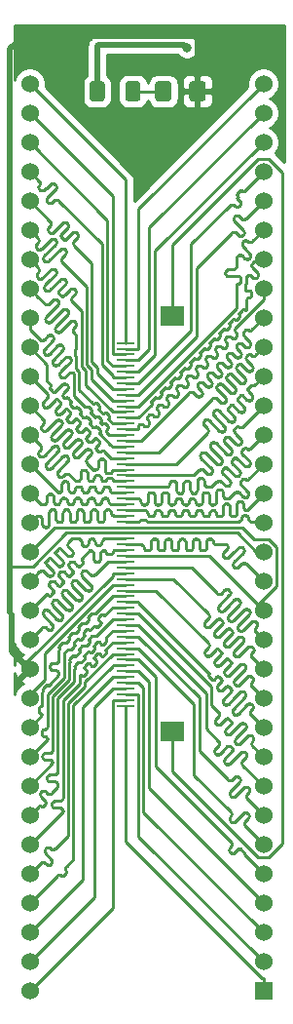
<source format=gtl>
%TF.GenerationSoftware,KiCad,Pcbnew,5.1.9+dfsg1-1~bpo10+1*%
%TF.CreationDate,2021-06-25T21:43:00+02:00*%
%TF.ProjectId,flexm68k,666c6578-6d36-4386-9b2e-6b696361645f,0.1*%
%TF.SameCoordinates,Original*%
%TF.FileFunction,Copper,L1,Top*%
%TF.FilePolarity,Positive*%
%FSLAX46Y46*%
G04 Gerber Fmt 4.6, Leading zero omitted, Abs format (unit mm)*
G04 Created by KiCad (PCBNEW 5.1.9+dfsg1-1~bpo10+1) date 2021-06-25 21:43:00*
%MOMM*%
%LPD*%
G01*
G04 APERTURE LIST*
%TA.AperFunction,SMDPad,CuDef*%
%ADD10R,1.600000X0.250000*%
%TD*%
%TA.AperFunction,SMDPad,CuDef*%
%ADD11R,2.000000X1.800000*%
%TD*%
%TA.AperFunction,ComponentPad*%
%ADD12R,1.524000X1.524000*%
%TD*%
%TA.AperFunction,ComponentPad*%
%ADD13C,1.524000*%
%TD*%
%TA.AperFunction,ViaPad*%
%ADD14C,0.800000*%
%TD*%
%TA.AperFunction,Conductor*%
%ADD15C,0.250000*%
%TD*%
%TA.AperFunction,Conductor*%
%ADD16C,0.500000*%
%TD*%
%TA.AperFunction,Conductor*%
%ADD17C,0.254000*%
%TD*%
%TA.AperFunction,Conductor*%
%ADD18C,0.100000*%
%TD*%
G04 APERTURE END LIST*
D10*
%TO.P,J1,1*%
%TO.N,/P1*%
X146800000Y-120200000D03*
%TO.P,J1,2*%
%TO.N,/P2*%
X146800000Y-119700000D03*
%TO.P,J1,3*%
%TO.N,/P3*%
X146800000Y-119200000D03*
%TO.P,J1,4*%
%TO.N,/P4*%
X146800000Y-118700000D03*
%TO.P,J1,5*%
%TO.N,/P5*%
X146800000Y-118200000D03*
%TO.P,J1,6*%
%TO.N,/P6*%
X146800000Y-117700000D03*
%TO.P,J1,7*%
%TO.N,/P7*%
X146800000Y-117200000D03*
%TO.P,J1,8*%
%TO.N,/P8*%
X146800000Y-116700000D03*
%TO.P,J1,9*%
%TO.N,/P9*%
X146800000Y-116200000D03*
%TO.P,J1,10*%
%TO.N,/P10*%
X146800000Y-115700000D03*
%TO.P,J1,11*%
%TO.N,/P11*%
X146800000Y-115200000D03*
%TO.P,J1,12*%
%TO.N,/P12*%
X146800000Y-114700000D03*
%TO.P,J1,13*%
%TO.N,/P13*%
X146800000Y-114200000D03*
%TO.P,J1,14*%
%TO.N,/P14*%
X146800000Y-113700000D03*
%TO.P,J1,15*%
%TO.N,/P15*%
X146800000Y-113200000D03*
%TO.P,J1,16*%
%TO.N,/P16*%
X146800000Y-112700000D03*
%TO.P,J1,17*%
%TO.N,/P17*%
X146800000Y-112200000D03*
%TO.P,J1,18*%
%TO.N,/P18*%
X146800000Y-111700000D03*
%TO.P,J1,19*%
%TO.N,/P19*%
X146800000Y-111200000D03*
%TO.P,J1,20*%
%TO.N,/P20*%
X146800000Y-110700000D03*
%TO.P,J1,21*%
%TO.N,/P21*%
X146800000Y-110200000D03*
%TO.P,J1,22*%
%TO.N,/P22*%
X146800000Y-109700000D03*
%TO.P,J1,23*%
%TO.N,/P23*%
X146800000Y-109200000D03*
%TO.P,J1,24*%
%TO.N,GND*%
X146800000Y-108700000D03*
%TO.P,J1,25*%
%TO.N,/P25*%
X146800000Y-108200000D03*
%TO.P,J1,26*%
%TO.N,/P26*%
X146800000Y-107700000D03*
%TO.P,J1,27*%
%TO.N,VCC*%
X146800000Y-107200000D03*
%TO.P,J1,28*%
%TO.N,/P28*%
X146800000Y-106700000D03*
%TO.P,J1,29*%
%TO.N,/P29*%
X146800000Y-106200000D03*
%TO.P,J1,30*%
%TO.N,/P30*%
X146800000Y-105700000D03*
%TO.P,J1,31*%
%TO.N,GND*%
X146800000Y-105200000D03*
%TO.P,J1,32*%
%TO.N,VCC*%
X146800000Y-104700000D03*
%TO.P,J1,33*%
%TO.N,/P33*%
X146800000Y-104200000D03*
%TO.P,J1,34*%
%TO.N,/P34*%
X146800000Y-103700000D03*
%TO.P,J1,35*%
%TO.N,/P35*%
X146800000Y-103200000D03*
%TO.P,J1,36*%
%TO.N,/P36*%
X146800000Y-102700000D03*
%TO.P,J1,37*%
%TO.N,/P37*%
X146800000Y-102200000D03*
%TO.P,J1,38*%
%TO.N,/P38*%
X146800000Y-101700000D03*
%TO.P,J1,39*%
%TO.N,/P39*%
X146800000Y-101200000D03*
%TO.P,J1,40*%
%TO.N,/P40*%
X146800000Y-100700000D03*
%TO.P,J1,41*%
%TO.N,/P41*%
X146800000Y-100200000D03*
%TO.P,J1,42*%
%TO.N,/P42*%
X146800000Y-99700000D03*
%TO.P,J1,43*%
%TO.N,/P43*%
X146800000Y-99200000D03*
%TO.P,J1,44*%
%TO.N,/P44*%
X146800000Y-98700000D03*
%TO.P,J1,45*%
%TO.N,/P45*%
X146800000Y-98200000D03*
%TO.P,J1,46*%
%TO.N,/P46*%
X146800000Y-97700000D03*
%TO.P,J1,47*%
%TO.N,/P47*%
X146800000Y-97200000D03*
%TO.P,J1,48*%
%TO.N,/P48*%
X146800000Y-96700000D03*
%TO.P,J1,49*%
%TO.N,/P49*%
X146800000Y-96200000D03*
%TO.P,J1,50*%
%TO.N,/P50*%
X146800000Y-95700000D03*
%TO.P,J1,51*%
%TO.N,/P51*%
X146800000Y-95200000D03*
%TO.P,J1,52*%
%TO.N,/P52*%
X146800000Y-94700000D03*
%TO.P,J1,53*%
%TO.N,/P53*%
X146800000Y-94200000D03*
%TO.P,J1,54*%
%TO.N,/P54*%
X146800000Y-93700000D03*
%TO.P,J1,55*%
%TO.N,/P55*%
X146800000Y-93200000D03*
%TO.P,J1,56*%
%TO.N,/P56*%
X146800000Y-92700000D03*
%TO.P,J1,57*%
%TO.N,/P57*%
X146800000Y-92200000D03*
%TO.P,J1,58*%
%TO.N,/P58*%
X146800000Y-91700000D03*
%TO.P,J1,59*%
%TO.N,/P59*%
X146800000Y-91200000D03*
%TO.P,J1,60*%
%TO.N,/P60*%
X146800000Y-90700000D03*
%TO.P,J1,61*%
%TO.N,/P61*%
X146800000Y-90200000D03*
%TO.P,J1,62*%
%TO.N,/P62*%
X146800000Y-89700000D03*
%TO.P,J1,63*%
%TO.N,/P63*%
X146800000Y-89200000D03*
%TO.P,J1,64*%
%TO.N,/P64*%
X146800000Y-88700000D03*
D11*
%TO.P,J1,0*%
%TO.N,Net-(J1-Pad0)*%
X150850000Y-122400000D03*
X150850000Y-86400000D03*
%TD*%
%TO.P,D1,1*%
%TO.N,GND*%
%TA.AperFunction,SMDPad,CuDef*%
G36*
G01*
X153780000Y-66230000D02*
X153780000Y-67480000D01*
G75*
G02*
X153530000Y-67730000I-250000J0D01*
G01*
X152605000Y-67730000D01*
G75*
G02*
X152355000Y-67480000I0J250000D01*
G01*
X152355000Y-66230000D01*
G75*
G02*
X152605000Y-65980000I250000J0D01*
G01*
X153530000Y-65980000D01*
G75*
G02*
X153780000Y-66230000I0J-250000D01*
G01*
G37*
%TD.AperFunction*%
%TO.P,D1,2*%
%TO.N,Net-(D1-Pad2)*%
%TA.AperFunction,SMDPad,CuDef*%
G36*
G01*
X150805000Y-66230000D02*
X150805000Y-67480000D01*
G75*
G02*
X150555000Y-67730000I-250000J0D01*
G01*
X149630000Y-67730000D01*
G75*
G02*
X149380000Y-67480000I0J250000D01*
G01*
X149380000Y-66230000D01*
G75*
G02*
X149630000Y-65980000I250000J0D01*
G01*
X150555000Y-65980000D01*
G75*
G02*
X150805000Y-66230000I0J-250000D01*
G01*
G37*
%TD.AperFunction*%
%TD*%
%TO.P,R1,1*%
%TO.N,VCC*%
%TA.AperFunction,SMDPad,CuDef*%
G36*
G01*
X143700000Y-67475001D02*
X143700000Y-66224999D01*
G75*
G02*
X143949999Y-65975000I249999J0D01*
G01*
X144750001Y-65975000D01*
G75*
G02*
X145000000Y-66224999I0J-249999D01*
G01*
X145000000Y-67475001D01*
G75*
G02*
X144750001Y-67725000I-249999J0D01*
G01*
X143949999Y-67725000D01*
G75*
G02*
X143700000Y-67475001I0J249999D01*
G01*
G37*
%TD.AperFunction*%
%TO.P,R1,2*%
%TO.N,Net-(D1-Pad2)*%
%TA.AperFunction,SMDPad,CuDef*%
G36*
G01*
X146800000Y-67475001D02*
X146800000Y-66224999D01*
G75*
G02*
X147049999Y-65975000I249999J0D01*
G01*
X147850001Y-65975000D01*
G75*
G02*
X148100000Y-66224999I0J-249999D01*
G01*
X148100000Y-67475001D01*
G75*
G02*
X147850001Y-67725000I-249999J0D01*
G01*
X147049999Y-67725000D01*
G75*
G02*
X146800000Y-67475001I0J249999D01*
G01*
G37*
%TD.AperFunction*%
%TD*%
D12*
%TO.P,U1,1*%
%TO.N,/P1*%
X158800000Y-144950000D03*
D13*
%TO.P,U1,2*%
%TO.N,/P3*%
X158800000Y-142410000D03*
%TO.P,U1,3*%
%TO.N,/P5*%
X158800000Y-139870000D03*
%TO.P,U1,4*%
%TO.N,/P7*%
X158800000Y-137330000D03*
%TO.P,U1,5*%
%TO.N,/P9*%
X158800000Y-134790000D03*
%TO.P,U1,6*%
%TO.N,/P11*%
X158800000Y-132250000D03*
%TO.P,U1,7*%
%TO.N,/P13*%
X158800000Y-129710000D03*
%TO.P,U1,8*%
%TO.N,/P15*%
X158800000Y-127170000D03*
%TO.P,U1,9*%
%TO.N,/P17*%
X158800000Y-124630000D03*
%TO.P,U1,10*%
%TO.N,/P19*%
X158800000Y-122090000D03*
%TO.P,U1,11*%
%TO.N,/P21*%
X158800000Y-119550000D03*
%TO.P,U1,12*%
%TO.N,/P23*%
X158800000Y-117010000D03*
%TO.P,U1,13*%
%TO.N,/P25*%
X158800000Y-114470000D03*
%TO.P,U1,14*%
%TO.N,VCC*%
X158800000Y-111930000D03*
%TO.P,U1,15*%
%TO.N,/P29*%
X158800000Y-109390000D03*
%TO.P,U1,16*%
%TO.N,GND*%
X158800000Y-106850000D03*
%TO.P,U1,17*%
%TO.N,/P33*%
X158800000Y-104310000D03*
%TO.P,U1,18*%
%TO.N,/P35*%
X158800000Y-101770000D03*
%TO.P,U1,19*%
%TO.N,/P37*%
X158800000Y-99230000D03*
%TO.P,U1,20*%
%TO.N,/P39*%
X158800000Y-96690000D03*
%TO.P,U1,21*%
%TO.N,/P41*%
X158800000Y-94150000D03*
%TO.P,U1,22*%
%TO.N,/P43*%
X158800000Y-91610000D03*
%TO.P,U1,23*%
%TO.N,/P45*%
X158800000Y-89070000D03*
%TO.P,U1,24*%
%TO.N,/P47*%
X158800000Y-86530000D03*
%TO.P,U1,25*%
%TO.N,/P49*%
X158800000Y-83990000D03*
%TO.P,U1,26*%
%TO.N,/P51*%
X158800000Y-81450000D03*
%TO.P,U1,27*%
%TO.N,/P53*%
X158800000Y-78910000D03*
%TO.P,U1,28*%
%TO.N,/P55*%
X158800000Y-76370000D03*
%TO.P,U1,29*%
%TO.N,/P57*%
X158800000Y-73830000D03*
%TO.P,U1,30*%
%TO.N,/P59*%
X158800000Y-71290000D03*
%TO.P,U1,31*%
%TO.N,/P61*%
X158800000Y-68750000D03*
%TO.P,U1,32*%
%TO.N,/P63*%
X158800000Y-66210000D03*
%TO.P,U1,33*%
%TO.N,/P64*%
X138480000Y-66210000D03*
%TO.P,U1,34*%
%TO.N,/P62*%
X138480000Y-68750000D03*
%TO.P,U1,35*%
%TO.N,/P60*%
X138480000Y-71290000D03*
%TO.P,U1,36*%
%TO.N,/P58*%
X138480000Y-73830000D03*
%TO.P,U1,37*%
%TO.N,/P56*%
X138480000Y-76370000D03*
%TO.P,U1,38*%
%TO.N,/P54*%
X138480000Y-78910000D03*
%TO.P,U1,39*%
%TO.N,/P52*%
X138480000Y-81450000D03*
%TO.P,U1,40*%
%TO.N,/P50*%
X138480000Y-83990000D03*
%TO.P,U1,41*%
%TO.N,/P48*%
X138480000Y-86530000D03*
%TO.P,U1,42*%
%TO.N,/P46*%
X138480000Y-89070000D03*
%TO.P,U1,43*%
%TO.N,/P44*%
X138480000Y-91610000D03*
%TO.P,U1,44*%
%TO.N,/P42*%
X138480000Y-94150000D03*
%TO.P,U1,45*%
%TO.N,/P40*%
X138480000Y-96690000D03*
%TO.P,U1,46*%
%TO.N,/P38*%
X138480000Y-99230000D03*
%TO.P,U1,47*%
%TO.N,/P36*%
X138480000Y-101770000D03*
%TO.P,U1,48*%
%TO.N,/P34*%
X138480000Y-104310000D03*
%TO.P,U1,49*%
%TO.N,VCC*%
X138480000Y-106850000D03*
%TO.P,U1,50*%
%TO.N,/P30*%
X138480000Y-109390000D03*
%TO.P,U1,51*%
%TO.N,/P28*%
X138480000Y-111930000D03*
%TO.P,U1,52*%
%TO.N,/P26*%
X138480000Y-114470000D03*
%TO.P,U1,53*%
%TO.N,GND*%
X138480000Y-117010000D03*
%TO.P,U1,54*%
%TO.N,/P22*%
X138480000Y-119550000D03*
%TO.P,U1,55*%
%TO.N,/P20*%
X138480000Y-122090000D03*
%TO.P,U1,56*%
%TO.N,/P18*%
X138480000Y-124630000D03*
%TO.P,U1,57*%
%TO.N,/P16*%
X138480000Y-127170000D03*
%TO.P,U1,58*%
%TO.N,/P14*%
X138480000Y-129710000D03*
%TO.P,U1,59*%
%TO.N,/P12*%
X138480000Y-132250000D03*
%TO.P,U1,60*%
%TO.N,/P10*%
X138480000Y-134790000D03*
%TO.P,U1,61*%
%TO.N,/P8*%
X138480000Y-137330000D03*
%TO.P,U1,62*%
%TO.N,/P6*%
X138480000Y-139870000D03*
%TO.P,U1,63*%
%TO.N,/P4*%
X138480000Y-142410000D03*
%TO.P,U1,64*%
%TO.N,/P2*%
X138480000Y-144950000D03*
%TD*%
D14*
%TO.N,VCC*%
X152150000Y-63050000D03*
%TD*%
D15*
%TO.N,Net-(J1-Pad0)*%
X150850000Y-86400000D02*
X150850000Y-80210000D01*
X150850000Y-80210000D02*
X158352300Y-72707700D01*
X158352300Y-72707700D02*
X159254800Y-72707700D01*
X159254800Y-72707700D02*
X160431700Y-73884600D01*
X160431700Y-73884600D02*
X160431700Y-132192500D01*
X160431700Y-132192500D02*
X159258600Y-133365600D01*
X159258600Y-133365600D02*
X158324000Y-133365600D01*
X158324000Y-133365600D02*
X150850000Y-125891600D01*
X150850000Y-125891600D02*
X150850000Y-122400000D01*
%TO.N,GND*%
X146800000Y-105200000D02*
X156513100Y-105200000D01*
X156513100Y-105200000D02*
X158163100Y-106850000D01*
X158163100Y-106850000D02*
X158800000Y-106850000D01*
X136750000Y-108120000D02*
X138747900Y-108120000D01*
X138747900Y-108120000D02*
X141667900Y-105200000D01*
X141667900Y-105200000D02*
X146800000Y-105200000D01*
D16*
X136750000Y-108120000D02*
X136750000Y-63200000D01*
X136750000Y-63200000D02*
X137900000Y-62050000D01*
X137900000Y-62050000D02*
X152950000Y-62050000D01*
X136750000Y-112100000D02*
X136750000Y-108120000D01*
D15*
X146800000Y-108700000D02*
X145674700Y-108700000D01*
X138149800Y-116679800D02*
X138149800Y-116457500D01*
X138149800Y-116457500D02*
X145674700Y-108932600D01*
X145674700Y-108932600D02*
X145674700Y-108700000D01*
D16*
X138149800Y-116679800D02*
X136950000Y-115480000D01*
X136950000Y-115480000D02*
X136950000Y-112300000D01*
X138480000Y-117010000D02*
X138149800Y-116679800D01*
D15*
X153067000Y-65202500D02*
X153067500Y-65203000D01*
X153067500Y-65203000D02*
X153067500Y-66855000D01*
D16*
X153067000Y-65202500D02*
X153067000Y-66855000D01*
X153067000Y-62167500D02*
X153067000Y-65202500D01*
D15*
X152950000Y-62050000D02*
X153067000Y-62167500D01*
X136950000Y-112300000D02*
X136750000Y-112100000D01*
%TO.N,Net-(D1-Pad2)*%
X147450000Y-66850000D02*
X150087500Y-66850000D01*
X150087500Y-66850000D02*
X150092500Y-66855000D01*
%TO.N,/P1*%
X146800000Y-120200000D02*
X146800000Y-131962500D01*
X146800000Y-131962500D02*
X158700200Y-143862700D01*
X158700200Y-143862700D02*
X158800000Y-143862700D01*
X158800000Y-144950000D02*
X158800000Y-143862700D01*
%TO.N,/P2*%
X146800000Y-119700000D02*
X145674700Y-119700000D01*
X138480000Y-144950000D02*
X145674700Y-137755300D01*
X145674700Y-137755300D02*
X145674700Y-119700000D01*
%TO.N,/P3*%
X146800000Y-119200000D02*
X147925300Y-119200000D01*
X158800000Y-142410000D02*
X147925300Y-131535300D01*
X147925300Y-131535300D02*
X147925300Y-119200000D01*
%TO.N,/P4*%
X145674700Y-118700000D02*
X144093300Y-120281400D01*
X144093300Y-120281400D02*
X144093300Y-136796700D01*
X144093300Y-136796700D02*
X138480000Y-142410000D01*
X146800000Y-118700000D02*
X145674700Y-118700000D01*
%TO.N,/P5*%
X158800000Y-139870000D02*
X148375600Y-129445600D01*
X148375600Y-129445600D02*
X148375600Y-118650300D01*
X148375600Y-118650300D02*
X147925300Y-118200000D01*
X146800000Y-118200000D02*
X147925300Y-118200000D01*
%TO.N,/P6*%
X138480000Y-139870000D02*
X143065500Y-135284500D01*
X143065500Y-135284500D02*
X143065500Y-120309200D01*
X143065500Y-120309200D02*
X145674700Y-117700000D01*
X146800000Y-117700000D02*
X145674700Y-117700000D01*
%TO.N,/P7*%
X158800000Y-137330000D02*
X148825900Y-127355900D01*
X148825900Y-127355900D02*
X148825900Y-118100600D01*
X148825900Y-118100600D02*
X147925300Y-117200000D01*
X146800000Y-117200000D02*
X147925300Y-117200000D01*
%TO.N,/P8*%
X145674700Y-116700000D02*
X146800000Y-116700000D01*
X145674700Y-116716400D02*
X145674700Y-116700000D01*
X142269200Y-120121900D02*
X145674700Y-116716400D01*
X141525150Y-134345285D02*
X141534911Y-134302519D01*
X141525150Y-134389151D02*
X141525150Y-134345285D01*
X141534911Y-134431917D02*
X141525150Y-134389151D01*
X141534911Y-134302519D02*
X141553944Y-134262998D01*
X141627677Y-134579553D02*
X141608645Y-134540031D01*
X141637438Y-134666184D02*
X141637438Y-134622318D01*
X141627677Y-134708950D02*
X141637438Y-134666184D01*
X141608645Y-134748472D02*
X141627677Y-134708950D01*
X141360246Y-134976383D02*
X141399767Y-134957350D01*
X140953817Y-134883617D02*
X140996583Y-134873856D01*
X141040448Y-134873856D02*
X141083214Y-134883617D01*
X141637438Y-134622318D02*
X141627677Y-134579553D01*
X138480000Y-137330000D02*
X140880000Y-134930000D01*
X141728528Y-134081471D02*
X142269200Y-133540800D01*
X141553944Y-134471438D02*
X141534911Y-134431917D01*
X140880000Y-134930000D02*
X140914295Y-134902650D01*
X140914295Y-134902650D02*
X140953817Y-134883617D01*
X141083214Y-134883617D02*
X141122736Y-134902650D01*
X141122736Y-134902650D02*
X141191327Y-134957350D01*
X141191327Y-134957350D02*
X141230848Y-134976383D01*
X141553944Y-134262998D02*
X141581294Y-134228702D01*
X140996583Y-134873856D02*
X141040448Y-134873856D01*
X141273614Y-134986144D02*
X141317480Y-134986144D01*
X141317480Y-134986144D02*
X141360246Y-134976383D01*
X142269200Y-133540800D02*
X142269200Y-120121900D01*
X141581294Y-134228702D02*
X141728528Y-134081471D01*
X141399767Y-134957350D02*
X141434063Y-134930000D01*
X141230848Y-134976383D02*
X141273614Y-134986144D01*
X141581295Y-134782767D02*
X141608645Y-134748472D01*
X141608645Y-134540031D02*
X141553944Y-134471438D01*
X141434063Y-134930000D02*
X141581295Y-134782767D01*
%TO.N,/P9*%
X147925300Y-116200000D02*
X146800000Y-116200000D01*
X149450300Y-117725000D02*
X147925300Y-116200000D01*
X149450300Y-125440300D02*
X149450300Y-117725000D01*
X155998628Y-131988627D02*
X149450300Y-125440300D01*
X156040512Y-132041148D02*
X155998628Y-131988627D01*
X156069660Y-132101674D02*
X156040512Y-132041148D01*
X156084609Y-132234347D02*
X156084610Y-132167169D01*
X156069660Y-132299842D02*
X156084609Y-132234347D01*
X155998628Y-132412891D02*
X156040513Y-132360368D01*
X156040513Y-132360368D02*
X156069660Y-132299842D01*
X155910368Y-132501150D02*
X155998628Y-132412891D01*
X155868483Y-132553674D02*
X155910368Y-132501150D01*
X155839335Y-132614199D02*
X155868483Y-132553674D01*
X155824387Y-132679694D02*
X155839335Y-132614199D01*
X157136980Y-132987332D02*
X157130000Y-132978578D01*
X157115669Y-133090242D02*
X157115669Y-133079046D01*
X157118161Y-133101158D02*
X157115669Y-133090242D01*
X157144330Y-133008335D02*
X157141838Y-132997419D01*
X156724577Y-132613185D02*
X156714489Y-132618043D01*
X157141838Y-132997419D02*
X157136980Y-132987332D01*
X157136980Y-133040535D02*
X157141838Y-133030447D01*
X155868482Y-132872892D02*
X155839336Y-132812367D01*
X157123019Y-133058043D02*
X157136980Y-133040535D01*
X156776446Y-132625024D02*
X156767692Y-132618043D01*
X157118161Y-133068130D02*
X157123019Y-133058043D01*
X156084610Y-132167169D02*
X156069660Y-132101674D01*
X157144330Y-133019531D02*
X157144330Y-133008335D01*
X157123019Y-133111246D02*
X157118161Y-133101158D01*
X156670379Y-132660379D02*
X156635024Y-132625024D01*
X158800000Y-134790000D02*
X157130000Y-133120000D01*
X156767692Y-132618043D02*
X156757605Y-132613185D01*
X156757605Y-132613185D02*
X156746689Y-132610694D01*
X156746689Y-132610694D02*
X156735493Y-132610694D01*
X156735493Y-132610694D02*
X156724577Y-132613185D01*
X155962890Y-132967300D02*
X155910369Y-132925416D01*
X156705735Y-132625024D02*
X156670379Y-132660379D01*
X157130000Y-132978578D02*
X156776446Y-132625024D01*
X156221584Y-132996449D02*
X156156089Y-133011397D01*
X157130000Y-133120000D02*
X157123019Y-133111246D01*
X156023416Y-132996448D02*
X155962890Y-132967300D01*
X156714489Y-132618043D02*
X156705735Y-132625024D01*
X157115669Y-133079046D02*
X157118161Y-133068130D01*
X156635024Y-132625024D02*
X156334633Y-132925416D01*
X156334633Y-132925416D02*
X156282110Y-132967301D01*
X156282110Y-132967301D02*
X156221584Y-132996449D01*
X155910369Y-132925416D02*
X155868482Y-132872892D01*
X156156089Y-133011397D02*
X156088911Y-133011398D01*
X157141838Y-133030447D02*
X157144330Y-133019531D01*
X156088911Y-133011398D02*
X156023416Y-132996448D01*
X155839336Y-132812367D02*
X155824386Y-132746872D01*
X155824386Y-132746872D02*
X155824387Y-132679694D01*
%TO.N,/P10*%
X145674700Y-115700000D02*
X146800000Y-115700000D01*
X143260200Y-118114500D02*
X145674700Y-115700000D01*
X143260200Y-118494000D02*
X143260200Y-118114500D01*
X141818900Y-119935300D02*
X143260200Y-118494000D01*
X141818900Y-131451100D02*
X141818900Y-119935300D01*
X140681297Y-132588706D02*
X141818900Y-131451100D01*
X140629145Y-132630296D02*
X140681297Y-132588706D01*
X140569047Y-132659237D02*
X140629145Y-132630296D01*
X140504015Y-132674081D02*
X140569047Y-132659237D01*
X140372277Y-132659237D02*
X140437309Y-132674082D01*
X140312177Y-132630296D02*
X140372277Y-132659237D01*
X140207873Y-132547116D02*
X140312177Y-132630296D01*
X140082742Y-132503330D02*
X140147775Y-132518173D01*
X140015030Y-133998751D02*
X140080524Y-134013699D01*
X139523048Y-133788967D02*
X139588542Y-133774018D01*
X140273723Y-133969603D02*
X140326246Y-133927718D01*
X139834264Y-133860000D02*
X139901982Y-133927718D01*
X140326246Y-133927718D02*
X140368131Y-133875195D01*
X139794171Y-132960817D02*
X139765228Y-132900719D01*
X139954504Y-133969603D02*
X140015030Y-133998751D01*
X139655721Y-133774018D02*
X139721215Y-133788967D01*
X139901982Y-133927718D02*
X139954504Y-133969603D01*
X140213197Y-133998751D02*
X140273723Y-133969603D01*
X139765228Y-132900719D02*
X139750385Y-132835686D01*
X138480000Y-134790000D02*
X139410000Y-133860000D01*
X139765228Y-132703949D02*
X139794171Y-132643849D01*
X140147703Y-134013699D02*
X140213197Y-133998751D01*
X139410000Y-133860000D02*
X139462522Y-133818114D01*
X140368131Y-133875195D02*
X140397278Y-133814669D01*
X139835761Y-132591697D02*
X139838753Y-132588706D01*
X140080524Y-134013699D02*
X140147703Y-134013699D01*
X139781741Y-133818114D02*
X139834264Y-133860000D01*
X140397278Y-133814669D02*
X140412227Y-133749175D01*
X140147775Y-132518173D02*
X140207873Y-132547116D01*
X140412227Y-133749175D02*
X140412227Y-133681996D01*
X140437309Y-132674082D02*
X140504015Y-132674081D01*
X140412227Y-133681996D02*
X140397278Y-133616502D01*
X140397278Y-133616502D02*
X140368131Y-133555976D01*
X139588542Y-133774018D02*
X139655721Y-133774018D01*
X140326246Y-133503453D02*
X139835761Y-133012969D01*
X139462522Y-133818114D02*
X139523048Y-133788967D01*
X139835761Y-133012969D02*
X139794171Y-132960817D01*
X140368131Y-133555976D02*
X140326246Y-133503453D01*
X139750385Y-132835686D02*
X139750386Y-132768980D01*
X139750386Y-132768980D02*
X139765228Y-132703949D01*
X139794171Y-132643849D02*
X139835761Y-132591697D01*
X139721215Y-133788967D02*
X139781741Y-133818114D01*
X139838753Y-132588706D02*
X139890905Y-132547116D01*
X139890905Y-132547116D02*
X139951005Y-132518173D01*
X139951005Y-132518173D02*
X140016036Y-132503331D01*
X140016036Y-132503331D02*
X140082742Y-132503330D01*
%TO.N,/P11*%
X147925300Y-115200000D02*
X146800000Y-115200000D01*
X152781200Y-120055900D02*
X147925300Y-115200000D01*
X152781200Y-126231200D02*
X152781200Y-120055900D01*
X155998311Y-129490304D02*
X155969178Y-129429809D01*
X156013252Y-129622909D02*
X156013252Y-129555765D01*
X155969177Y-129748863D02*
X155998311Y-129688370D01*
X155927314Y-129801361D02*
X155927313Y-129801359D01*
X155856317Y-129914352D02*
X155885450Y-129853857D01*
X155841375Y-129979811D02*
X155856317Y-129914352D01*
X157518303Y-129667248D02*
X157489155Y-129606723D01*
X156040522Y-130296622D02*
X155980027Y-130267489D01*
X157533251Y-129732743D02*
X157518303Y-129667248D01*
X157533251Y-129799922D02*
X157533251Y-129732743D01*
X157114018Y-130471457D02*
X157114018Y-130404278D01*
X157023005Y-129554200D02*
X156351579Y-130225626D01*
X157447270Y-129978464D02*
X157489155Y-129925942D01*
X155885449Y-130172911D02*
X155856316Y-130112416D01*
X157128967Y-130338784D02*
X157158114Y-130278258D01*
X156013252Y-129555765D02*
X155998311Y-129490304D01*
X157334221Y-129483167D02*
X157268727Y-129468218D01*
X157489155Y-129925942D02*
X157518303Y-129865416D01*
X157200000Y-130650000D02*
X157158114Y-130597477D01*
X155969178Y-129429809D02*
X155927313Y-129377313D01*
X157128967Y-130536951D02*
X157114018Y-130471457D01*
X155927313Y-129377313D02*
X152781200Y-126231200D01*
X157158114Y-130597477D02*
X157128967Y-130536951D01*
X155998311Y-129688370D02*
X156013252Y-129622909D01*
X158800000Y-132250000D02*
X157200000Y-130650000D01*
X155885450Y-129853857D02*
X155927314Y-129801361D01*
X157518303Y-129865416D02*
X157533251Y-129799922D01*
X157201548Y-129468218D02*
X157136054Y-129483167D01*
X157114018Y-130404278D02*
X157128967Y-130338784D01*
X156299083Y-130267490D02*
X156238588Y-130296623D01*
X157489155Y-129606723D02*
X157447270Y-129554200D01*
X157158114Y-130278258D02*
X157200000Y-130225735D01*
X157447270Y-129554200D02*
X157394747Y-129512314D01*
X157394747Y-129512314D02*
X157334221Y-129483167D01*
X156173127Y-130311563D02*
X156105983Y-130311564D01*
X155980027Y-130267489D02*
X155927531Y-130225625D01*
X157268727Y-129468218D02*
X157201548Y-129468218D01*
X157136054Y-129483167D02*
X157075528Y-129512314D01*
X157200000Y-130225735D02*
X157447270Y-129978464D01*
X155927531Y-130225625D02*
X155927313Y-130225407D01*
X155927313Y-129801359D02*
X155969177Y-129748863D01*
X157075528Y-129512314D02*
X157023005Y-129554200D01*
X156351579Y-130225626D02*
X156299083Y-130267490D01*
X156105983Y-130311564D02*
X156040522Y-130296622D01*
X156238588Y-130296623D02*
X156173127Y-130311563D01*
X155927313Y-130225407D02*
X155885449Y-130172911D01*
X155856316Y-130112416D02*
X155841376Y-130046957D01*
X155841376Y-130046957D02*
X155841375Y-129979811D01*
%TO.N,/P12*%
X145674700Y-114700000D02*
X145791901Y-114700000D01*
X145107994Y-115266704D02*
X145674700Y-114700000D01*
X145090541Y-115288588D02*
X145107994Y-115266704D01*
X145072168Y-115341097D02*
X145078396Y-115313807D01*
X145072168Y-115369088D02*
X145072168Y-115341097D01*
X145090541Y-115421596D02*
X145078396Y-115396377D01*
X145125446Y-115465366D02*
X145090541Y-115421596D01*
X145791901Y-114700000D02*
X146800000Y-114700000D01*
X145137591Y-115490585D02*
X145125446Y-115465366D01*
X145143820Y-115517874D02*
X145137591Y-115490585D01*
X145107994Y-115620258D02*
X145125446Y-115598374D01*
X144860507Y-115867746D02*
X145107994Y-115620258D01*
X144813403Y-115897343D02*
X144838622Y-115885198D01*
X144786114Y-115903572D02*
X144813403Y-115897343D01*
X144705614Y-115885198D02*
X144730833Y-115897343D01*
X144506955Y-115690970D02*
X144683730Y-115867746D01*
X144404571Y-115655144D02*
X144432563Y-115655143D01*
X144377282Y-115661372D02*
X144404571Y-115655144D01*
X144352063Y-115673517D02*
X144377282Y-115661372D01*
X144330179Y-115690969D02*
X144352063Y-115673517D01*
X144065239Y-115960341D02*
X144082690Y-115938457D01*
X144046865Y-116012849D02*
X144053094Y-115985560D01*
X144046864Y-116040841D02*
X144046865Y-116012849D01*
X144053094Y-116068130D02*
X144046864Y-116040841D01*
X144065239Y-116093349D02*
X144053094Y-116068130D01*
X144082691Y-116115233D02*
X144065239Y-116093349D01*
X144259467Y-116292008D02*
X144082691Y-116115233D01*
X144289064Y-116339112D02*
X144276919Y-116313893D01*
X144295293Y-116366401D02*
X144289064Y-116339112D01*
X144276919Y-116446901D02*
X144289064Y-116421682D01*
X143990095Y-116733725D02*
X144011980Y-116716273D01*
X141368600Y-119748700D02*
X142809900Y-118307400D01*
X144289064Y-116421682D02*
X144295293Y-116394392D01*
X143410939Y-117140535D02*
X143234164Y-116963760D01*
X141368600Y-128161400D02*
X141368600Y-119748700D01*
X140376122Y-128828156D02*
X140368600Y-128761400D01*
X145078396Y-115313807D02*
X145090541Y-115288588D01*
X142939573Y-117535202D02*
X142964792Y-117547347D01*
X141303150Y-128348446D02*
X141338891Y-128291565D01*
X141255647Y-128395949D02*
X141303150Y-128348446D01*
X144730833Y-115897343D02*
X144758123Y-115903572D01*
X140668600Y-128461400D02*
X141068600Y-128461400D01*
X144838622Y-115885198D02*
X144860507Y-115867746D01*
X144683730Y-115867746D02*
X144705614Y-115885198D01*
X140601844Y-129053878D02*
X140538435Y-129031690D01*
X143116349Y-117594397D02*
X143141568Y-117582252D01*
X143835203Y-116716273D02*
X143857087Y-116733725D01*
X144259467Y-116468785D02*
X144276919Y-116446901D01*
X141361079Y-128228156D02*
X141368600Y-128161400D01*
X141198766Y-128431690D02*
X141255647Y-128395949D01*
X143204567Y-116916657D02*
X143198337Y-116889368D01*
X144758123Y-115903572D02*
X144786114Y-115903572D01*
X141255647Y-129126850D02*
X141198766Y-129091109D01*
X141135357Y-128453878D02*
X141198766Y-128431690D01*
X144082690Y-115938457D02*
X144330179Y-115690969D01*
X143428391Y-117162420D02*
X143410939Y-117140535D01*
X140538435Y-128491109D02*
X140601844Y-128468921D01*
X141068600Y-129061400D02*
X140668600Y-129061400D01*
X141068600Y-128461400D02*
X141135357Y-128453878D01*
X143556044Y-116503671D02*
X143584036Y-116503670D01*
X140434051Y-128574353D02*
X140481554Y-128526850D01*
X140376122Y-128694643D02*
X140398310Y-128631234D01*
X143636544Y-116522044D02*
X143658428Y-116539497D01*
X144053094Y-115985560D02*
X144065239Y-115960341D01*
X142809900Y-117564800D02*
X142831784Y-117547347D01*
X141361079Y-129294643D02*
X141338891Y-129231234D01*
X141338891Y-128291565D02*
X141361079Y-128228156D01*
X143584036Y-116503670D02*
X143611325Y-116509899D01*
X140398310Y-128631234D02*
X140434051Y-128574353D01*
X144485071Y-115673517D02*
X144506955Y-115690970D01*
X140601844Y-128468921D02*
X140668600Y-128461400D01*
X141198766Y-129091109D02*
X141135357Y-129068921D01*
X143446765Y-117242919D02*
X143446765Y-117214928D01*
X142884292Y-117528974D02*
X142912283Y-117528974D01*
X143216712Y-116941876D02*
X143204567Y-116916657D01*
X142831784Y-117547347D02*
X142857003Y-117535202D01*
X140398310Y-128891565D02*
X140376122Y-128828156D01*
X145078396Y-115396377D02*
X145072168Y-115369088D01*
X140434051Y-128948446D02*
X140398310Y-128891565D01*
X142964792Y-117547347D02*
X143008560Y-117582252D01*
X142809900Y-118307400D02*
X142809900Y-117564800D01*
X140368600Y-128761400D02*
X140376122Y-128694643D01*
X143033779Y-117594397D02*
X143061068Y-117600625D01*
X143410939Y-117317312D02*
X143428391Y-117295428D01*
X141338891Y-129231234D02*
X141303150Y-129174353D01*
X144276919Y-116313893D02*
X144259467Y-116292008D01*
X141135357Y-129068921D02*
X141068600Y-129061400D01*
X140538435Y-129031690D02*
X140481554Y-128995949D01*
X140668600Y-129061400D02*
X140601844Y-129053878D01*
X143198337Y-116889368D02*
X143198338Y-116861376D01*
X140481554Y-128995949D02*
X140434051Y-128948446D01*
X140481554Y-128526850D02*
X140538435Y-128491109D01*
X142857003Y-117535202D02*
X142884292Y-117528974D01*
X143611325Y-116509899D02*
X143636544Y-116522044D01*
X142912283Y-117528974D02*
X142939573Y-117535202D01*
X143008560Y-117582252D02*
X143033779Y-117594397D01*
X143163452Y-117564800D02*
X143410939Y-117317312D01*
X143061068Y-117600625D02*
X143089059Y-117600625D01*
X143089059Y-117600625D02*
X143116349Y-117594397D01*
X143141568Y-117582252D02*
X143163452Y-117564800D01*
X144432563Y-115655143D02*
X144459852Y-115661372D01*
X143428391Y-117295428D02*
X143440536Y-117270209D01*
X144459852Y-115661372D02*
X144485071Y-115673517D01*
X143440536Y-117270209D02*
X143446765Y-117242919D01*
X143234164Y-116963760D02*
X143216712Y-116941876D01*
X143446765Y-117214928D02*
X143440536Y-117187639D01*
X144295293Y-116394392D02*
X144295293Y-116366401D01*
X143909596Y-116752099D02*
X143937587Y-116752099D01*
X143440536Y-117187639D02*
X143428391Y-117162420D01*
X145125446Y-115598374D02*
X145137591Y-115573155D01*
X143198338Y-116861376D02*
X143204567Y-116834087D01*
X145137591Y-115573155D02*
X145143820Y-115545865D01*
X143204567Y-116834087D02*
X143216712Y-116808868D01*
X145143820Y-115545865D02*
X145143820Y-115517874D01*
X143216712Y-116808868D02*
X143234163Y-116786984D01*
X143234163Y-116786984D02*
X143481652Y-116539496D01*
X143481652Y-116539496D02*
X143503536Y-116522044D01*
X141303150Y-129174353D02*
X141255647Y-129126850D01*
X143503536Y-116522044D02*
X143528755Y-116509899D01*
X143528755Y-116509899D02*
X143556044Y-116503671D01*
X141368600Y-129361400D02*
X141361079Y-129294643D01*
X143658428Y-116539497D02*
X143835203Y-116716273D01*
X144011980Y-116716273D02*
X144259467Y-116468785D01*
X143857087Y-116733725D02*
X143882306Y-116745870D01*
X143882306Y-116745870D02*
X143909596Y-116752099D01*
X143937587Y-116752099D02*
X143964876Y-116745870D01*
X138480000Y-132250000D02*
X141368600Y-129361400D01*
X143964876Y-116745870D02*
X143990095Y-116733725D01*
%TO.N,/P13*%
X155725462Y-126624826D02*
X155672940Y-126582941D01*
X147925300Y-114200000D02*
X146800000Y-114200000D01*
X155785988Y-126653974D02*
X155725462Y-126624826D01*
X155851483Y-126668923D02*
X155785988Y-126653974D01*
X155918661Y-126668923D02*
X155851483Y-126668923D01*
X153231600Y-124141600D02*
X153231600Y-119506300D01*
X156097204Y-126582941D02*
X156044682Y-126624826D01*
X156261993Y-126418153D02*
X156097204Y-126582941D01*
X156440536Y-126332171D02*
X156375042Y-126347120D01*
X156573209Y-126347120D02*
X156507715Y-126332171D01*
X156757291Y-126531201D02*
X156728143Y-126470675D01*
X156772240Y-126596696D02*
X156757291Y-126531201D01*
X156772240Y-126663874D02*
X156772240Y-126596696D01*
X156728143Y-126789895D02*
X156757291Y-126729369D01*
X156314516Y-126376267D02*
X156261993Y-126418153D01*
X156686258Y-126842417D02*
X156728143Y-126789895D01*
X155861384Y-127709306D02*
X155890532Y-127648781D01*
X155846436Y-127774801D02*
X155861384Y-127709306D01*
X156044682Y-126624826D02*
X155984156Y-126653974D01*
X157541318Y-127354560D02*
X157499433Y-127302037D01*
X156633735Y-126376267D02*
X156573209Y-126347120D01*
X157585414Y-127547759D02*
X157585414Y-127480580D01*
X153231600Y-119506300D02*
X147925300Y-114200000D01*
X155846435Y-127841979D02*
X155846436Y-127774801D01*
X156507715Y-126332171D02*
X156440536Y-126332171D01*
X157570466Y-127613253D02*
X157585414Y-127547759D01*
X157370000Y-127855735D02*
X157499433Y-127726301D01*
X155984156Y-126653974D02*
X155918661Y-126668923D01*
X157328114Y-127908258D02*
X157370000Y-127855735D01*
X155890532Y-127648781D02*
X155932417Y-127596257D01*
X157298967Y-127968784D02*
X157328114Y-127908258D01*
X156375042Y-126347120D02*
X156314516Y-126376267D01*
X156356682Y-128020523D02*
X156304159Y-128062407D01*
X157370000Y-128280000D02*
X157328114Y-128227477D01*
X158800000Y-129710000D02*
X157370000Y-128280000D01*
X157188217Y-127231004D02*
X157127691Y-127260151D01*
X157298967Y-128166951D02*
X157284018Y-128101457D01*
X157570466Y-127415086D02*
X157541318Y-127354560D01*
X155932417Y-127596257D02*
X156686258Y-126842417D01*
X157284018Y-128101457D02*
X157284018Y-128034278D01*
X157446910Y-127260151D02*
X157386384Y-127231004D01*
X156045465Y-128091555D02*
X155984939Y-128062407D01*
X156728143Y-126470675D02*
X156686258Y-126418153D01*
X157284018Y-128034278D02*
X157298967Y-127968784D01*
X155672940Y-126582941D02*
X153231600Y-124141600D01*
X157585414Y-127480580D02*
X157570466Y-127415086D01*
X155861385Y-127907474D02*
X155846435Y-127841979D01*
X157328114Y-128227477D02*
X157298967Y-128166951D01*
X156733602Y-127643602D02*
X156356682Y-128020523D01*
X155890531Y-127967999D02*
X155861385Y-127907474D01*
X156110960Y-128106504D02*
X156045465Y-128091555D01*
X157499433Y-127302037D02*
X157446910Y-127260151D01*
X155984939Y-128062407D02*
X155932418Y-128020523D01*
X155932418Y-128020523D02*
X155890531Y-127967999D01*
X157541318Y-127673779D02*
X157570466Y-127613253D01*
X157386384Y-127231004D02*
X157320890Y-127216055D01*
X156686258Y-126418153D02*
X156633735Y-126376267D01*
X157320890Y-127216055D02*
X157253711Y-127216055D01*
X157253711Y-127216055D02*
X157188217Y-127231004D01*
X157499433Y-127726301D02*
X157541318Y-127673779D01*
X157127691Y-127260151D02*
X157075168Y-127302037D01*
X157075168Y-127302037D02*
X156733602Y-127643602D01*
X156757291Y-126729369D02*
X156772240Y-126663874D01*
X156304159Y-128062407D02*
X156243633Y-128091555D01*
X156178138Y-128106504D02*
X156110960Y-128106504D01*
X156243633Y-128091555D02*
X156178138Y-128106504D01*
%TO.N,/P14*%
X145081487Y-114359769D02*
X145081487Y-114331778D01*
X145087715Y-114387058D02*
X145081487Y-114359769D01*
X145099860Y-114412277D02*
X145087715Y-114387058D01*
X145134765Y-114456047D02*
X145099860Y-114412277D01*
X145146910Y-114481266D02*
X145134765Y-114456047D01*
X145153139Y-114536546D02*
X145153139Y-114508555D01*
X140918300Y-125871700D02*
X140918300Y-119562100D01*
X140268300Y-126771700D02*
X140201544Y-126764178D01*
X144339496Y-114681653D02*
X144361380Y-114664201D01*
X140748466Y-126141990D02*
X140805347Y-126106249D01*
X140268300Y-126171700D02*
X140618300Y-126171700D01*
X143593353Y-115494354D02*
X143620642Y-115500583D01*
X140033751Y-126284653D02*
X140081254Y-126237150D01*
X139998010Y-126341534D02*
X140033751Y-126284653D01*
X139975822Y-126404943D02*
X139998010Y-126341534D01*
X139968300Y-126471700D02*
X139975822Y-126404943D01*
X143213885Y-115824769D02*
X143226030Y-115799550D01*
X144516274Y-114681652D02*
X144693049Y-114858427D01*
X139975822Y-126538456D02*
X139968300Y-126471700D01*
X143207657Y-115852059D02*
X143213885Y-115824769D01*
X139998010Y-126601865D02*
X139975822Y-126538456D01*
X143207656Y-115880051D02*
X143207657Y-115852059D01*
X140033751Y-126658746D02*
X139998010Y-126601865D01*
X140138135Y-126741990D02*
X140081254Y-126706249D01*
X140201544Y-126764178D02*
X140138135Y-126741990D01*
X144361380Y-114664201D02*
X144386599Y-114652056D01*
X140685057Y-126779221D02*
X140618300Y-126771700D01*
X140618300Y-126771700D02*
X140268300Y-126771700D01*
X140748466Y-126801409D02*
X140685057Y-126779221D01*
X140852850Y-126058746D02*
X140888591Y-126001865D01*
X145117313Y-114257385D02*
X145674700Y-113700000D01*
X144062412Y-114976242D02*
X144074557Y-114951023D01*
X140805347Y-126837150D02*
X140748466Y-126801409D01*
X140805347Y-126106249D02*
X140852850Y-126058746D01*
X140888591Y-126941534D02*
X140852850Y-126884653D01*
X145081487Y-114331778D02*
X145087715Y-114304488D01*
X144062412Y-115058812D02*
X144056183Y-115031524D01*
X140918300Y-127071700D02*
X140910779Y-127004943D01*
X140918300Y-127271700D02*
X140918300Y-127071700D01*
X143279308Y-116056826D02*
X143279307Y-116028836D01*
X140107833Y-127841986D02*
X140173328Y-127856934D01*
X144092009Y-114929139D02*
X144339496Y-114681653D01*
X142359600Y-117015100D02*
X142394955Y-116979745D01*
X139888718Y-127664887D02*
X139994785Y-127770954D01*
X139836195Y-127623002D02*
X139888718Y-127664887D01*
X139871039Y-128672512D02*
X139888491Y-128650628D01*
X140138135Y-126201409D02*
X140201544Y-126179221D01*
X143538072Y-115500583D02*
X143565363Y-115494353D01*
X139900636Y-128542839D02*
X139888491Y-128517620D01*
X143667747Y-115530179D02*
X143689632Y-115547632D01*
X140910779Y-127004943D02*
X140888591Y-126941534D01*
X139576449Y-128949597D02*
X139601668Y-128937452D01*
X139516977Y-127623001D02*
X139577502Y-127593855D01*
X140852850Y-126884653D02*
X140805347Y-126837150D01*
X142960641Y-116414062D02*
X143243482Y-116131218D01*
X145087715Y-114304488D02*
X145099860Y-114279269D01*
X144056183Y-115031524D02*
X144056184Y-115003532D01*
X140240506Y-127856935D02*
X140306001Y-127841985D01*
X140918300Y-119562100D02*
X142359600Y-118120800D01*
X139468660Y-128937452D02*
X139493879Y-128949597D01*
X143226030Y-115799550D02*
X143243482Y-115777666D01*
X144693049Y-114858427D02*
X144714933Y-114875879D01*
X139493879Y-128949597D02*
X139521168Y-128955825D01*
X140306001Y-127841985D02*
X140366526Y-127812839D01*
X139424892Y-128902547D02*
X139468660Y-128937452D01*
X142801711Y-116400100D02*
X142836727Y-116428024D01*
X142943133Y-116428024D02*
X142960641Y-116414062D01*
X139521168Y-128955825D02*
X139549159Y-128955825D01*
X142418633Y-116876007D02*
X142408916Y-116855833D01*
X143279307Y-116028836D02*
X143273079Y-116001546D01*
X140173328Y-127856934D02*
X140240506Y-127856935D01*
X138480000Y-129710000D02*
X139270000Y-128920000D01*
X139710175Y-127578906D02*
X139775670Y-127593854D01*
X139317103Y-128890402D02*
X139344392Y-128884174D01*
X140081254Y-126706249D02*
X140033751Y-126658746D01*
X139906865Y-128598119D02*
X139906865Y-128570128D01*
X140047308Y-127812838D02*
X140107833Y-127841986D01*
X145674700Y-113700000D02*
X146395979Y-113700000D01*
X142366295Y-116756417D02*
X142371278Y-116734586D01*
X140618300Y-126171700D02*
X140685057Y-126164178D01*
X145099860Y-114279269D02*
X145117313Y-114257385D01*
X144056184Y-115003532D02*
X144062412Y-114976242D01*
X139888491Y-128650628D02*
X139900636Y-128625409D01*
X139775670Y-127593854D02*
X139836195Y-127623002D01*
X139871039Y-128495735D02*
X139464454Y-128089150D01*
X142423616Y-116897838D02*
X142418633Y-116876007D01*
X140201544Y-126179221D02*
X140268300Y-126171700D01*
X139464454Y-128089150D02*
X139422568Y-128036629D01*
X139994785Y-127770954D02*
X140047308Y-127812838D01*
X139623552Y-128920000D02*
X139871039Y-128672512D01*
X140366526Y-127812839D02*
X140419049Y-127770954D01*
X139393420Y-127976103D02*
X139378472Y-127910609D01*
X140888591Y-126001865D02*
X140910779Y-125938456D01*
X139378473Y-127843429D02*
X139393421Y-127777935D01*
X139378472Y-127910609D02*
X139378473Y-127843429D01*
X143620642Y-115500583D02*
X143645861Y-115512728D01*
X139577502Y-127593855D02*
X139642997Y-127578905D01*
X143565363Y-115494353D02*
X143593353Y-115494354D01*
X139399673Y-128890402D02*
X139424892Y-128902547D01*
X139888491Y-128517620D02*
X139871039Y-128495735D01*
X140910779Y-125938456D02*
X140918300Y-125871700D01*
X139393421Y-127777935D02*
X139422569Y-127717409D01*
X139422569Y-127717409D02*
X139464454Y-127664886D01*
X139464454Y-127664886D02*
X139516977Y-127623001D01*
X139642997Y-127578905D02*
X139710175Y-127578906D01*
X142394955Y-116979745D02*
X142408916Y-116962239D01*
X142408916Y-116962239D02*
X142418633Y-116942063D01*
X142418633Y-116942063D02*
X142423615Y-116920232D01*
X142423615Y-116920232D02*
X142423616Y-116897838D01*
X142408916Y-116855833D02*
X142380993Y-116820818D01*
X142380993Y-116820818D02*
X142371278Y-116800642D01*
X142371278Y-116800642D02*
X142366294Y-116778811D01*
X139900636Y-128625409D02*
X139906865Y-128598119D01*
X142366294Y-116778811D02*
X142366295Y-116756417D01*
X142380993Y-116714412D02*
X142394955Y-116696903D01*
X140081254Y-126237150D02*
X140138135Y-126201409D01*
X143714851Y-115559777D02*
X143742139Y-115566006D01*
X142394955Y-116696903D02*
X142677797Y-116414062D01*
X139601668Y-128937452D02*
X139623552Y-128920000D01*
X143742139Y-115566006D02*
X143770131Y-115566005D01*
X139549159Y-128955825D02*
X139576449Y-128949597D01*
X142677797Y-116414062D02*
X142695305Y-116400100D01*
X139344392Y-128884174D02*
X139372383Y-128884174D01*
X139372383Y-128884174D02*
X139399673Y-128890402D01*
X142695305Y-116400100D02*
X142715481Y-116390383D01*
X142715481Y-116390383D02*
X142737312Y-116385400D01*
X142737312Y-116385400D02*
X142759704Y-116385401D01*
X140685057Y-126164178D02*
X140748466Y-126141990D01*
X143844523Y-115530180D02*
X144092009Y-115282691D01*
X142759704Y-116385401D02*
X142781537Y-116390383D01*
X142359600Y-118120800D02*
X142359600Y-117015100D01*
X144092009Y-115282691D02*
X144109461Y-115260808D01*
X142781537Y-116390383D02*
X142801711Y-116400100D01*
X142836727Y-116428024D02*
X142856903Y-116437739D01*
X144847941Y-114875879D02*
X144869826Y-114858427D01*
X144127835Y-115208299D02*
X144127834Y-115180309D01*
X142856903Y-116437739D02*
X142878734Y-116442723D01*
X144869826Y-114858427D02*
X145117313Y-114610939D01*
X144127834Y-115180309D02*
X144121606Y-115153019D01*
X142878734Y-116442723D02*
X142901128Y-116442722D01*
X142901128Y-116442722D02*
X142922959Y-116437739D01*
X142922959Y-116437739D02*
X142943133Y-116428024D01*
X143243482Y-116131218D02*
X143260934Y-116109335D01*
X143260934Y-116109335D02*
X143273079Y-116084116D01*
X143273079Y-116084116D02*
X143279308Y-116056826D01*
X139422568Y-128036629D02*
X139393420Y-127976103D01*
X144074557Y-114951023D02*
X144092009Y-114929139D01*
X143273079Y-116001546D02*
X143260934Y-115976327D01*
X145117313Y-114610939D02*
X145134765Y-114589055D01*
X143260934Y-115976327D02*
X143226030Y-115932558D01*
X144386599Y-114652056D02*
X144413890Y-114645826D01*
X145134765Y-114589055D02*
X145146910Y-114563836D01*
X143226030Y-115932558D02*
X143213885Y-115907339D01*
X139291884Y-128902547D02*
X139317103Y-128890402D01*
X144413890Y-114645826D02*
X144441880Y-114645827D01*
X145146910Y-114563836D02*
X145153139Y-114536546D01*
X140419049Y-127770954D02*
X140918300Y-127271700D01*
X143213885Y-115907339D02*
X143207656Y-115880051D01*
X144441880Y-114645827D02*
X144469169Y-114652056D01*
X143243482Y-115777666D02*
X143490969Y-115530180D01*
X144714933Y-114875879D02*
X144740152Y-114888024D01*
X139270000Y-128920000D02*
X139291884Y-128902547D01*
X139906865Y-128570128D02*
X139900636Y-128542839D01*
X143490969Y-115530180D02*
X143512853Y-115512728D01*
X143512853Y-115512728D02*
X143538072Y-115500583D01*
X146395979Y-113700000D02*
X146800000Y-113700000D01*
X142371278Y-116734586D02*
X142380993Y-116714412D01*
X144767442Y-114894253D02*
X144795433Y-114894253D01*
X143645861Y-115512728D02*
X143667747Y-115530179D01*
X143689632Y-115547632D02*
X143714851Y-115559777D01*
X143770131Y-115566005D02*
X143797421Y-115559777D01*
X143797421Y-115559777D02*
X143822640Y-115547632D01*
X143822640Y-115547632D02*
X143844523Y-115530180D01*
X144109461Y-115260808D02*
X144121606Y-115235589D01*
X144121606Y-115235589D02*
X144127835Y-115208299D01*
X144121606Y-115153019D02*
X144109461Y-115127800D01*
X144109461Y-115127800D02*
X144074557Y-115084031D01*
X144074557Y-115084031D02*
X144062412Y-115058812D01*
X144469169Y-114652056D02*
X144494388Y-114664201D01*
X144494388Y-114664201D02*
X144516274Y-114681652D01*
X144740152Y-114888024D02*
X144767442Y-114894253D01*
X144795433Y-114894253D02*
X144822722Y-114888024D01*
X145153139Y-114508555D02*
X145146910Y-114481266D01*
X144822722Y-114888024D02*
X144847941Y-114875879D01*
%TO.N,/P15*%
X147925300Y-113200000D02*
X146800000Y-113200000D01*
X153832100Y-119106800D02*
X147925300Y-113200000D01*
X153832100Y-122202100D02*
X153832100Y-119106800D01*
X154868676Y-123238675D02*
X153832100Y-122202100D01*
X154910561Y-123291198D02*
X154868676Y-123238675D01*
X155386938Y-125081921D02*
X155371988Y-125016426D01*
X156990000Y-125360000D02*
X156948114Y-125307477D01*
X155371989Y-124949248D02*
X155386937Y-124883753D01*
X155457971Y-125194970D02*
X155416084Y-125142446D01*
X155571018Y-125266002D02*
X155510494Y-125236855D01*
X154661964Y-124388325D02*
X154609441Y-124346440D01*
X156824970Y-124252235D02*
X156353602Y-124723602D01*
X155416084Y-125142446D02*
X155386938Y-125081921D01*
X155652368Y-123727778D02*
X155292940Y-124087205D01*
X156877493Y-124210349D02*
X156824970Y-124252235D01*
X155882235Y-125194970D02*
X155829712Y-125236854D01*
X156938019Y-124181202D02*
X156877493Y-124210349D01*
X154538407Y-124035223D02*
X154567555Y-123974698D01*
X157003513Y-124166253D02*
X156938019Y-124181202D01*
X155416085Y-124823228D02*
X155457970Y-124770704D01*
X157070692Y-124166253D02*
X157003513Y-124166253D01*
X157136186Y-124181202D02*
X157070692Y-124166253D01*
X156990000Y-124935735D02*
X157249235Y-124676499D01*
X157196712Y-124210349D02*
X157136186Y-124181202D01*
X155371988Y-125016426D02*
X155371989Y-124949248D01*
X156904018Y-125181457D02*
X156904018Y-125114278D01*
X155703692Y-125280950D02*
X155636514Y-125280951D01*
X155292940Y-124087205D02*
X155033705Y-124346440D01*
X156904018Y-125114278D02*
X156918967Y-125048784D01*
X157320268Y-124365284D02*
X157291120Y-124304758D01*
X158800000Y-127170000D02*
X156990000Y-125360000D01*
X157335216Y-124430778D02*
X157320268Y-124365284D01*
X156353602Y-124723602D02*
X155882235Y-125194970D01*
X157291120Y-124623977D02*
X157320268Y-124563451D01*
X157291120Y-124304758D02*
X157249235Y-124252235D01*
X157249235Y-124676499D02*
X157291120Y-124623977D01*
X156948114Y-125307477D02*
X156918967Y-125246951D01*
X154981182Y-124388324D02*
X154920656Y-124417472D01*
X155510494Y-125236855D02*
X155457971Y-125194970D01*
X156948114Y-124988258D02*
X156990000Y-124935735D01*
X155386937Y-124883753D02*
X155416085Y-124823228D01*
X155776341Y-123668076D02*
X155730864Y-123678456D01*
X156918967Y-125246951D02*
X156904018Y-125181457D01*
X157335216Y-124497957D02*
X157335216Y-124430778D01*
X157320268Y-124563451D02*
X157335216Y-124497957D01*
X154787984Y-124432421D02*
X154722488Y-124417472D01*
X155769186Y-125266002D02*
X155703692Y-125280950D01*
X154910560Y-123610416D02*
X154939708Y-123549890D01*
X154939708Y-123549890D02*
X154954656Y-123484396D01*
X155457970Y-124770704D02*
X156076633Y-124152042D01*
X155636514Y-125280951D02*
X155571018Y-125266002D01*
X156076633Y-124152042D02*
X156105716Y-124115573D01*
X156105716Y-124115573D02*
X156125955Y-124073546D01*
X156125955Y-124073546D02*
X156136335Y-124028070D01*
X156136335Y-123981424D02*
X156125955Y-123935947D01*
X156136335Y-124028070D02*
X156136335Y-123981424D01*
X156105716Y-123893921D02*
X156076633Y-123857452D01*
X154868676Y-123662939D02*
X154910560Y-123610416D01*
X156076633Y-123857452D02*
X155946959Y-123727778D01*
X154567555Y-123974698D02*
X154609440Y-123922174D01*
X155946959Y-123727778D02*
X155910490Y-123698695D01*
X154523459Y-124100718D02*
X154538407Y-124035223D01*
X156918967Y-125048784D02*
X156948114Y-124988258D01*
X157249235Y-124252235D02*
X157196712Y-124210349D01*
X155910490Y-123698695D02*
X155868463Y-123678456D01*
X154954656Y-123484396D02*
X154954657Y-123417218D01*
X155868463Y-123678456D02*
X155822987Y-123668076D01*
X155822987Y-123668076D02*
X155776341Y-123668076D01*
X155730864Y-123678456D02*
X155688838Y-123698695D01*
X155688838Y-123698695D02*
X155652368Y-123727778D01*
X155033705Y-124346440D02*
X154981182Y-124388324D01*
X154920656Y-124417472D02*
X154855162Y-124432420D01*
X155829712Y-125236854D02*
X155769186Y-125266002D01*
X154855162Y-124432420D02*
X154787984Y-124432421D01*
X154722488Y-124417472D02*
X154661964Y-124388325D01*
X154609441Y-124346440D02*
X154567554Y-124293916D01*
X154523458Y-124167896D02*
X154523459Y-124100718D01*
X154567554Y-124293916D02*
X154538408Y-124233391D01*
X156125955Y-123935947D02*
X156105716Y-123893921D01*
X154538408Y-124233391D02*
X154523458Y-124167896D01*
X154609440Y-123922174D02*
X154868676Y-123662939D01*
X154954657Y-123417218D02*
X154939709Y-123351724D01*
X154939709Y-123351724D02*
X154910561Y-123291198D01*
%TO.N,/P16*%
X144113078Y-114161550D02*
X144140366Y-114167779D01*
X144065974Y-114131952D02*
X144087859Y-114149405D01*
X144044088Y-114114501D02*
X144065974Y-114131952D01*
X144018869Y-114102356D02*
X144044088Y-114114501D01*
X143963590Y-114096126D02*
X143991580Y-114096127D01*
X143936299Y-114102356D02*
X143963590Y-114096126D01*
X143911080Y-114114501D02*
X143936299Y-114102356D01*
X143889196Y-114131953D02*
X143911080Y-114114501D01*
X143624257Y-114401323D02*
X143641709Y-114379439D01*
X143612112Y-114426542D02*
X143624257Y-114401323D01*
X143605884Y-114453832D02*
X143612112Y-114426542D01*
X143605883Y-114481824D02*
X143605884Y-114453832D01*
X143612112Y-114509112D02*
X143605883Y-114481824D01*
X143624257Y-114534331D02*
X143612112Y-114509112D01*
X143659161Y-114578100D02*
X143624257Y-114534331D01*
X143671306Y-114603319D02*
X143659161Y-114578100D01*
X143677534Y-114630609D02*
X143671306Y-114603319D01*
X143677535Y-114658599D02*
X143677534Y-114630609D01*
X143264551Y-115010077D02*
X143291839Y-115016306D01*
X143087772Y-114950883D02*
X143115063Y-114944653D01*
X143062553Y-114963028D02*
X143087772Y-114950883D01*
X141909300Y-116465400D02*
X141944655Y-116430045D01*
X143319831Y-115016305D02*
X143347121Y-115010077D01*
X142810634Y-115426627D02*
X142775730Y-115382858D01*
X140438291Y-124112165D02*
X140460479Y-124048756D01*
X140402550Y-124169046D02*
X140438291Y-124112165D01*
X140168000Y-124882000D02*
X139868000Y-124882000D01*
X140355047Y-124216549D02*
X140402550Y-124169046D01*
X140298166Y-124252290D02*
X140355047Y-124216549D01*
X142406603Y-115888039D02*
X142428434Y-115893023D01*
X144220867Y-114149405D02*
X144242750Y-114131953D01*
X139868000Y-124282000D02*
X140168000Y-124282000D01*
X142331237Y-115840683D02*
X142351411Y-115850400D01*
X139575522Y-124515243D02*
X139597710Y-124451834D01*
X143671306Y-114685889D02*
X143677535Y-114658599D01*
X142775730Y-115249850D02*
X142793182Y-115227966D01*
X141968333Y-116326307D02*
X141958616Y-116306133D01*
X143115063Y-114944653D02*
X143143053Y-114944654D01*
X140468000Y-125182000D02*
X140460479Y-125115243D01*
X139568000Y-124582000D02*
X139575522Y-124515243D01*
X139680954Y-124816549D02*
X139633451Y-124769046D01*
X140438291Y-125051834D02*
X140402550Y-124994953D01*
X143217447Y-114980479D02*
X143239332Y-114997932D01*
X142822779Y-115534416D02*
X142829008Y-115507126D01*
X141944655Y-116430045D02*
X141958616Y-116412539D01*
X140460479Y-125115243D02*
X140438291Y-125051834D01*
X144195648Y-114161550D02*
X144220867Y-114149405D01*
X139801244Y-124289521D02*
X139868000Y-124282000D01*
X140355047Y-124947450D02*
X140298166Y-124911709D01*
X139680954Y-124347450D02*
X139737835Y-124311709D01*
X143641709Y-114379439D02*
X143889196Y-114131953D01*
X138480000Y-127170000D02*
X140468000Y-125182000D01*
X141930693Y-116271118D02*
X141920978Y-116250942D01*
X140468000Y-123982000D02*
X140468000Y-119375500D01*
X143143053Y-114944654D02*
X143170342Y-114950883D01*
X139633451Y-124769046D02*
X139597710Y-124712165D01*
X142510341Y-115864362D02*
X142793182Y-115581518D01*
X144087859Y-114149405D02*
X144113078Y-114161550D01*
X140298166Y-124911709D02*
X140234757Y-124889521D01*
X143170342Y-114950883D02*
X143195561Y-114963028D01*
X142793182Y-115581518D02*
X142810634Y-115559635D01*
X142472659Y-115888039D02*
X142492833Y-115878324D01*
X139633451Y-124394953D02*
X139680954Y-124347450D01*
X140468000Y-119375500D02*
X141909300Y-117934200D01*
X142245005Y-115850400D02*
X142265181Y-115840683D01*
X143991580Y-114096127D02*
X144018869Y-114102356D01*
X139801244Y-124874478D02*
X139737835Y-124852290D01*
X141909300Y-117934200D02*
X141909300Y-116465400D01*
X143372340Y-114997932D02*
X143394223Y-114980480D01*
X142763585Y-115357639D02*
X142757356Y-115330351D01*
X143291839Y-115016306D02*
X143319831Y-115016305D01*
X142822779Y-115451846D02*
X142810634Y-115426627D01*
X144949851Y-113424849D02*
X145674700Y-112700000D01*
X140234757Y-124274478D02*
X140298166Y-124252290D01*
X142386427Y-115878324D02*
X142406603Y-115888039D01*
X144168358Y-114167778D02*
X144195648Y-114161550D01*
X139737835Y-124852290D02*
X139680954Y-124816549D01*
X139868000Y-124882000D02*
X139801244Y-124874478D01*
X141920978Y-116250942D02*
X141915994Y-116229111D01*
X144242750Y-114131953D02*
X144949851Y-113424849D01*
X140168000Y-124282000D02*
X140234757Y-124274478D01*
X142351411Y-115850400D02*
X142386427Y-115878324D01*
X140234757Y-124889521D02*
X140168000Y-124882000D01*
X139597710Y-124712165D02*
X139575522Y-124648756D01*
X141915995Y-116206717D02*
X141920978Y-116184886D01*
X139575522Y-124648756D02*
X139568000Y-124582000D01*
X141958616Y-116412539D02*
X141968333Y-116392363D01*
X141968333Y-116392363D02*
X141973315Y-116370532D01*
X143394223Y-114980480D02*
X143641709Y-114732991D01*
X142757356Y-115330351D02*
X142757357Y-115302359D01*
X141973315Y-116370532D02*
X141973316Y-116348138D01*
X143641709Y-114732991D02*
X143659161Y-114711108D01*
X139737835Y-124311709D02*
X139801244Y-124289521D01*
X142757357Y-115302359D02*
X142763585Y-115275069D01*
X143659161Y-114711108D02*
X143671306Y-114685889D01*
X142763585Y-115275069D02*
X142775730Y-115249850D01*
X141958616Y-116306133D02*
X141930693Y-116271118D01*
X141973316Y-116348138D02*
X141968333Y-116326307D01*
X141915994Y-116229111D02*
X141915995Y-116206717D01*
X141920978Y-116184886D02*
X141930693Y-116164712D01*
X141930693Y-116164712D02*
X141944655Y-116147203D01*
X141944655Y-116147203D02*
X142227497Y-115864362D01*
X140460479Y-124048756D02*
X140468000Y-123982000D01*
X142227497Y-115864362D02*
X142245005Y-115850400D01*
X139597710Y-124451834D02*
X139633451Y-124394953D01*
X142265181Y-115840683D02*
X142287012Y-115835700D01*
X142287012Y-115835700D02*
X142309404Y-115835701D01*
X145674700Y-112700000D02*
X146800000Y-112700000D01*
X142309404Y-115835701D02*
X142331237Y-115840683D01*
X142428434Y-115893023D02*
X142450828Y-115893022D01*
X142450828Y-115893022D02*
X142472659Y-115888039D01*
X144140366Y-114167779D02*
X144168358Y-114167778D01*
X143040669Y-114980480D02*
X143062553Y-114963028D01*
X142492833Y-115878324D02*
X142510341Y-115864362D01*
X142793182Y-115227966D02*
X143040669Y-114980480D01*
X143195561Y-114963028D02*
X143217447Y-114980479D01*
X140402550Y-124994953D02*
X140355047Y-124947450D01*
X142810634Y-115559635D02*
X142822779Y-115534416D01*
X143239332Y-114997932D02*
X143264551Y-115010077D01*
X142829008Y-115507126D02*
X142829007Y-115479136D01*
X142829007Y-115479136D02*
X142822779Y-115451846D01*
X143347121Y-115010077D02*
X143372340Y-114997932D01*
X142775730Y-115382858D02*
X142763585Y-115357639D01*
%TO.N,/P17*%
X147925300Y-112200000D02*
X146800000Y-112200000D01*
X154282400Y-120112400D02*
X154282400Y-118557100D01*
X154890147Y-120720146D02*
X154282400Y-120112400D01*
X154932031Y-120772667D02*
X154890147Y-120720146D01*
X154961179Y-120833193D02*
X154932031Y-120772667D01*
X154976128Y-120898688D02*
X154961179Y-120833193D01*
X154976128Y-120965866D02*
X154976128Y-120898688D01*
X154961179Y-121031361D02*
X154976128Y-120965866D01*
X154890147Y-121144410D02*
X154932031Y-121091887D01*
X154617173Y-121459399D02*
X154646321Y-121398874D01*
X154646320Y-121718092D02*
X154617174Y-121657567D01*
X154688207Y-121770616D02*
X154646320Y-121718092D01*
X154740728Y-121812500D02*
X154688207Y-121770616D01*
X154801254Y-121841648D02*
X154740728Y-121812500D01*
X155059948Y-121812500D02*
X154999422Y-121841648D01*
X155112471Y-121770616D02*
X155059948Y-121812500D01*
X155592159Y-121290929D02*
X155526543Y-121356543D01*
X155608405Y-121277973D02*
X155592159Y-121290929D01*
X155688422Y-121268957D02*
X155668164Y-121264334D01*
X154282400Y-118557100D02*
X147925300Y-112200000D01*
X155707143Y-121277973D02*
X155688422Y-121268957D01*
X155723389Y-121290929D02*
X155707143Y-121277973D01*
X156314233Y-123354626D02*
X156299283Y-123289131D01*
X154617174Y-121657567D02*
X154602224Y-121592072D01*
X156043019Y-121659968D02*
X156043019Y-121639189D01*
X156343379Y-123415151D02*
X156314233Y-123354626D01*
X155450754Y-122440602D02*
X155450755Y-122373424D01*
X156437787Y-123509559D02*
X156385266Y-123467675D01*
X155494850Y-122566622D02*
X155465704Y-122506097D01*
X154933927Y-121856597D02*
X154866749Y-121856597D01*
X156563808Y-123553656D02*
X156498313Y-123538707D01*
X155589258Y-122661030D02*
X155536737Y-122619146D01*
X155627126Y-121268957D02*
X155608405Y-121277973D01*
X156630986Y-123553656D02*
X156563808Y-123553656D01*
X154646321Y-121398874D02*
X154688206Y-121346350D01*
X155649784Y-122690178D02*
X155589258Y-122661030D01*
X156696481Y-123538707D02*
X156630986Y-123553656D01*
X157860000Y-122861855D02*
X157849807Y-122851662D01*
X157860000Y-123275927D02*
X157900879Y-123224666D01*
X155715279Y-122705127D02*
X155649784Y-122690178D01*
X156757007Y-123509559D02*
X156696481Y-123538707D01*
X155526543Y-121356543D02*
X155112471Y-121770616D01*
X155782457Y-122705127D02*
X155715279Y-122705127D01*
X156809530Y-123467675D02*
X156757007Y-123509559D01*
X157223602Y-123053602D02*
X156809530Y-123467675D01*
X157228698Y-123058698D02*
X157223602Y-123053602D01*
X157435734Y-122851662D02*
X157228698Y-123058698D01*
X156841668Y-121749115D02*
X156789145Y-121791001D01*
X154602224Y-121592072D02*
X154602225Y-121524894D01*
X157776083Y-123515746D02*
X157776083Y-123450181D01*
X157486996Y-122810783D02*
X157435734Y-122851662D01*
X156902194Y-121719968D02*
X156841668Y-121749115D01*
X154602225Y-121524894D02*
X154617173Y-121459399D01*
X156967688Y-121705019D02*
X156902194Y-121719968D01*
X157798547Y-122810783D02*
X157739475Y-122782336D01*
X156498313Y-123538707D02*
X156437787Y-123509559D01*
X157790673Y-123386260D02*
X157819120Y-123327188D01*
X157255295Y-121843523D02*
X157213410Y-121791001D01*
X157546068Y-122782336D02*
X157486996Y-122810783D01*
X157790673Y-123579667D02*
X157776083Y-123515746D01*
X158800000Y-124630000D02*
X157860000Y-123690000D01*
X154866749Y-121856597D02*
X154801254Y-121841648D01*
X157819120Y-123327188D02*
X157860000Y-123275927D01*
X155647384Y-121264334D02*
X155627126Y-121268957D01*
X157160887Y-121749115D02*
X157100361Y-121719968D01*
X157675554Y-122767746D02*
X157609989Y-122767746D01*
X154688206Y-121346350D02*
X154890147Y-121144410D01*
X157900879Y-123224666D02*
X157929327Y-123165594D01*
X157849807Y-122851662D02*
X157798547Y-122810783D01*
X157284443Y-121904049D02*
X157255295Y-121843523D01*
X157776083Y-123450181D02*
X157790673Y-123386260D01*
X157609989Y-122767746D02*
X157546068Y-122782336D01*
X157819120Y-123638739D02*
X157790673Y-123579667D01*
X157299392Y-122036722D02*
X157299392Y-121969544D01*
X157929327Y-122972187D02*
X157900879Y-122913116D01*
X157284443Y-122102217D02*
X157299392Y-122036722D01*
X156016424Y-121583964D02*
X155723389Y-121290929D01*
X157943916Y-123101673D02*
X157943916Y-123036108D01*
X157739475Y-122782336D02*
X157675554Y-122767746D01*
X157943916Y-123036108D02*
X157929327Y-122972187D01*
X156385266Y-123467675D02*
X156343379Y-123415151D01*
X155465704Y-122506097D02*
X155450754Y-122440602D01*
X157929327Y-123165594D02*
X157943916Y-123101673D01*
X157900879Y-122913116D02*
X157860000Y-122861855D01*
X156299283Y-123289131D02*
X156299284Y-123221953D01*
X155668164Y-121264334D02*
X155647384Y-121264334D01*
X155465703Y-122307929D02*
X155494851Y-122247404D01*
X154932031Y-121091887D02*
X154961179Y-121031361D01*
X156043019Y-121639189D02*
X156038395Y-121618931D01*
X156299284Y-123221953D02*
X156314232Y-123156458D01*
X155494851Y-122247404D02*
X155536736Y-122194880D01*
X156038395Y-121618931D02*
X156029379Y-121600210D01*
X156314232Y-123156458D02*
X156343380Y-123095933D01*
X156385265Y-123043409D02*
X157213410Y-122215265D01*
X155536736Y-122194880D02*
X156016424Y-121715193D01*
X157860000Y-123690000D02*
X157819120Y-123638739D01*
X156343380Y-123095933D02*
X156385265Y-123043409D01*
X157213410Y-122215265D02*
X157255295Y-122162743D01*
X156016424Y-121715193D02*
X156029379Y-121698948D01*
X157255295Y-122162743D02*
X157284443Y-122102217D01*
X156029379Y-121698948D02*
X156038395Y-121680226D01*
X156029379Y-121600210D02*
X156016424Y-121583964D01*
X157299392Y-121969544D02*
X157284443Y-121904049D01*
X157213410Y-121791001D02*
X157160887Y-121749115D01*
X157100361Y-121719968D02*
X157034867Y-121705019D01*
X157034867Y-121705019D02*
X156967688Y-121705019D01*
X156789145Y-121791001D02*
X156375073Y-122205073D01*
X156375073Y-122205073D02*
X155961001Y-122619146D01*
X155961001Y-122619146D02*
X155908478Y-122661030D01*
X155908478Y-122661030D02*
X155847952Y-122690178D01*
X155847952Y-122690178D02*
X155782457Y-122705127D01*
X155536737Y-122619146D02*
X155494850Y-122566622D01*
X155450755Y-122373424D02*
X155465703Y-122307929D01*
X154999422Y-121841648D02*
X154933927Y-121856597D01*
X156038395Y-121680226D02*
X156043019Y-121659968D01*
%TO.N,/P18*%
X146774700Y-111700000D02*
X146800000Y-111700000D01*
X145674700Y-111700000D02*
X146774700Y-111700000D01*
X144990848Y-112345287D02*
X145018138Y-112339059D01*
X144962858Y-112345286D02*
X144990848Y-112345287D01*
X144866580Y-112292008D02*
X144910349Y-112326914D01*
X144841361Y-112279863D02*
X144866580Y-112292008D01*
X144814072Y-112273634D02*
X144841361Y-112279863D01*
X144711688Y-112309460D02*
X144733572Y-112292008D01*
X144434603Y-112604051D02*
X144446748Y-112578832D01*
X144640975Y-112910499D02*
X144464200Y-112733724D01*
X144658427Y-112932384D02*
X144640975Y-112910499D01*
X144676801Y-112984892D02*
X144670572Y-112957603D01*
X144676801Y-113012883D02*
X144676801Y-112984892D01*
X144670572Y-113040173D02*
X144676801Y-113012883D01*
X144393488Y-113334764D02*
X144640975Y-113087276D01*
X144371604Y-113352216D02*
X144393488Y-113334764D01*
X144346385Y-113364361D02*
X144371604Y-113352216D01*
X144319095Y-113370589D02*
X144346385Y-113364361D01*
X144291104Y-113370589D02*
X144319095Y-113370589D01*
X144263815Y-113364361D02*
X144291104Y-113370589D01*
X144238596Y-113352216D02*
X144263815Y-113364361D01*
X144169609Y-113305166D02*
X144194828Y-113317311D01*
X145065242Y-112309460D02*
X145674700Y-111700000D01*
X144142319Y-113298938D02*
X144169609Y-113305166D01*
X145043357Y-112326914D02*
X145065242Y-112309460D01*
X144114328Y-113298938D02*
X144142319Y-113298938D01*
X145018138Y-112339059D02*
X145043357Y-112326914D01*
X144087039Y-113305166D02*
X144114328Y-113298938D01*
X144039936Y-113334764D02*
X144061820Y-113317311D01*
X144910349Y-112326914D02*
X144935568Y-112339059D01*
X143770567Y-113599705D02*
X143792450Y-113582253D01*
X143745348Y-113611850D02*
X143770567Y-113599705D01*
X144786080Y-112273635D02*
X144814072Y-112273634D01*
X143662778Y-113611850D02*
X143690066Y-113618079D01*
X144758791Y-112279863D02*
X144786080Y-112273635D01*
X143637559Y-113599705D02*
X143662778Y-113611850D01*
X144464199Y-112556948D02*
X144711688Y-112309460D01*
X143568569Y-113552656D02*
X143593788Y-113564801D01*
X144446748Y-112578832D02*
X144464199Y-112556948D01*
X143541280Y-113546427D02*
X143568569Y-113552656D01*
X143513290Y-113546426D02*
X143541280Y-113546427D01*
X143485999Y-113552656D02*
X143513290Y-113546426D01*
X143460780Y-113564801D02*
X143485999Y-113552656D01*
X143173957Y-113851623D02*
X143191409Y-113829739D01*
X143155584Y-113904132D02*
X143161812Y-113876842D01*
X144670572Y-112957603D02*
X144658427Y-112932384D01*
X143155583Y-113932124D02*
X143155584Y-113904132D01*
X144658427Y-113065392D02*
X144670572Y-113040173D01*
X143221006Y-114053619D02*
X143208861Y-114028400D01*
X144640975Y-113087276D02*
X144658427Y-113065392D01*
X143227234Y-114080909D02*
X143221006Y-114053619D01*
X143191409Y-114183291D02*
X143208861Y-114161408D01*
X142841539Y-114466606D02*
X142869531Y-114466605D01*
X142814251Y-114460377D02*
X142841539Y-114466606D01*
X142789032Y-114448232D02*
X142814251Y-114460377D01*
X142767147Y-114430779D02*
X142789032Y-114448232D01*
X142720042Y-114401183D02*
X142745261Y-114413328D01*
X143718058Y-113618078D02*
X143745348Y-113611850D01*
X142307057Y-114752659D02*
X142313285Y-114725369D01*
X142313285Y-114807939D02*
X142307056Y-114780651D01*
X140011432Y-122047930D02*
X140017700Y-121992300D01*
X143161812Y-113959412D02*
X143155583Y-113932124D01*
X141936127Y-115328624D02*
X141956303Y-115338339D01*
X141518033Y-115842663D02*
X141523015Y-115820832D01*
X143690066Y-113618079D02*
X143718058Y-113618078D01*
X142307056Y-114780651D02*
X142307057Y-114752659D01*
X144935568Y-112339059D02*
X144962858Y-112345286D01*
X143792450Y-113582253D02*
X144039936Y-113334764D01*
X139712070Y-122248568D02*
X139823331Y-122236031D01*
X141508316Y-115862839D02*
X141518033Y-115842663D01*
X139659230Y-122267057D02*
X139712070Y-122248568D01*
X142325430Y-114833158D02*
X142313285Y-114807939D01*
X141859104Y-115286001D02*
X141880937Y-115290983D01*
X138480000Y-124630000D02*
X140017700Y-123092300D01*
X143593788Y-113564801D02*
X143615674Y-113582252D01*
X142372479Y-114902146D02*
X142360334Y-114876927D01*
X142612253Y-114413328D02*
X142637472Y-114401183D01*
X144194828Y-113317311D02*
X144238596Y-113352216D01*
X141459000Y-117747600D02*
X141459000Y-115915700D01*
X141459000Y-115915700D02*
X141494355Y-115880345D01*
X139523969Y-122436669D02*
X139542458Y-122383829D01*
X139992943Y-122100770D02*
X140011432Y-122047930D01*
X139611828Y-122296842D02*
X139659230Y-122267057D01*
X141494355Y-115880345D02*
X141508316Y-115862839D01*
X139659230Y-122817542D02*
X139611828Y-122787757D01*
X142022359Y-115338339D02*
X142042533Y-115328624D01*
X143221006Y-114136189D02*
X143227235Y-114108899D01*
X141794705Y-115300700D02*
X141814881Y-115290983D01*
X139992943Y-122983829D02*
X139963158Y-122936427D01*
X139523969Y-122647930D02*
X139517700Y-122592300D01*
X143615674Y-113582252D02*
X143637559Y-113599705D01*
X142360334Y-114876927D02*
X142325430Y-114833158D01*
X140011432Y-123036669D02*
X139992943Y-122983829D01*
X143161812Y-113876842D02*
X143173957Y-113851623D01*
X140017700Y-123092300D02*
X140011432Y-123036669D01*
X144061820Y-113317311D02*
X144087039Y-113305166D01*
X139823331Y-122848568D02*
X139712070Y-122836031D01*
X142692753Y-114394954D02*
X142720042Y-114401183D01*
X142000528Y-115343322D02*
X142022359Y-115338339D01*
X141494355Y-115597503D02*
X141777197Y-115314662D01*
X140017700Y-121992300D02*
X140017700Y-119188900D01*
X144733572Y-112292008D02*
X144758791Y-112279863D01*
X139572243Y-122748172D02*
X139542458Y-122700770D01*
X139611828Y-122787757D02*
X139572243Y-122748172D01*
X139517700Y-122592300D02*
X139517700Y-122492300D01*
X139542458Y-122700770D02*
X139523969Y-122647930D01*
X139517700Y-122492300D02*
X139523969Y-122436669D01*
X142745261Y-114413328D02*
X142767147Y-114430779D01*
X139963158Y-122936427D02*
X139923573Y-122896842D01*
X139823331Y-122236031D02*
X139876171Y-122217542D01*
X141523016Y-115798438D02*
X141518033Y-115776607D01*
X142313285Y-114725369D02*
X142325430Y-114700150D01*
X139876171Y-122217542D02*
X139923573Y-122187757D01*
X141518033Y-115776607D02*
X141508316Y-115756433D01*
X139712070Y-122836031D02*
X139659230Y-122817542D01*
X142325430Y-114700150D02*
X142342882Y-114678266D01*
X139572243Y-122336427D02*
X139611828Y-122296842D01*
X139923573Y-122187757D02*
X139963158Y-122148172D01*
X141508316Y-115756433D02*
X141480393Y-115721418D01*
X142342882Y-114678266D02*
X142590369Y-114430780D01*
X139963158Y-122148172D02*
X139992943Y-122100770D01*
X141480393Y-115721418D02*
X141470678Y-115701242D01*
X142590369Y-114430780D02*
X142612253Y-114413328D01*
X141523015Y-115820832D02*
X141523016Y-115798438D01*
X141470678Y-115701242D02*
X141465694Y-115679411D01*
X142869531Y-114466605D02*
X142896821Y-114460377D01*
X141465694Y-115679411D02*
X141465695Y-115657017D01*
X142896821Y-114460377D02*
X142922040Y-114448232D01*
X141465695Y-115657017D02*
X141470678Y-115635186D01*
X142922040Y-114448232D02*
X142943923Y-114430780D01*
X139923573Y-122896842D02*
X139876171Y-122867057D01*
X141470678Y-115635186D02*
X141480393Y-115615012D01*
X142943923Y-114430780D02*
X143191409Y-114183291D01*
X141480393Y-115615012D02*
X141494355Y-115597503D01*
X143208861Y-114161408D02*
X143221006Y-114136189D01*
X141777197Y-115314662D02*
X141794705Y-115300700D01*
X143227235Y-114108899D02*
X143227234Y-114080909D01*
X141814881Y-115290983D02*
X141836712Y-115286000D01*
X141836712Y-115286000D02*
X141859104Y-115286001D01*
X143208861Y-114028400D02*
X143173957Y-113984631D01*
X141880937Y-115290983D02*
X141901111Y-115300700D01*
X143173957Y-113984631D02*
X143161812Y-113959412D01*
X141901111Y-115300700D02*
X141936127Y-115328624D01*
X142637472Y-114401183D02*
X142664763Y-114394953D01*
X141956303Y-115338339D02*
X141978134Y-115343323D01*
X144446748Y-112711840D02*
X144434603Y-112686621D01*
X143191409Y-113829739D02*
X143438896Y-113582253D01*
X142042533Y-115328624D02*
X142060041Y-115314662D01*
X144434603Y-112686621D02*
X144428373Y-112659332D01*
X143438896Y-113582253D02*
X143460780Y-113564801D01*
X139542458Y-122383829D02*
X139572243Y-122336427D01*
X142060041Y-115314662D02*
X142342882Y-115031818D01*
X144428373Y-112659332D02*
X144428374Y-112631340D01*
X142342882Y-115031818D02*
X142360334Y-115009935D01*
X144428374Y-112631340D02*
X144434603Y-112604051D01*
X140017700Y-119188900D02*
X141459000Y-117747600D01*
X142360334Y-115009935D02*
X142372479Y-114984716D01*
X144464200Y-112733724D02*
X144446748Y-112711840D01*
X142372479Y-114984716D02*
X142378708Y-114957426D01*
X139876171Y-122867057D02*
X139823331Y-122848568D01*
X142378708Y-114957426D02*
X142378707Y-114929436D01*
X142378707Y-114929436D02*
X142372479Y-114902146D01*
X141978134Y-115343323D02*
X142000528Y-115343322D01*
X142664763Y-114394953D02*
X142692753Y-114394954D01*
%TO.N,/P19*%
X147925300Y-111200000D02*
X146800000Y-111200000D01*
X147925300Y-111215300D02*
X147925300Y-111200000D01*
X154081695Y-117424941D02*
X154081696Y-117402549D01*
X154053036Y-117484457D02*
X154066996Y-117466948D01*
X154029357Y-117588195D02*
X154024374Y-117566364D01*
X154039074Y-117608371D02*
X154029357Y-117588195D01*
X154053036Y-117625879D02*
X154039074Y-117608371D01*
X154335879Y-117908722D02*
X154053036Y-117625879D01*
X154353387Y-117922684D02*
X154335879Y-117908722D01*
X154373561Y-117932399D02*
X154353387Y-117922684D01*
X154439617Y-117932399D02*
X154417786Y-117937382D01*
X154459793Y-117922684D02*
X154439617Y-117932399D01*
X154066996Y-117466948D02*
X154076713Y-117446774D01*
X154477301Y-117908722D02*
X154459793Y-117922684D01*
X154689433Y-117696590D02*
X154477301Y-117908722D01*
X154029357Y-117522139D02*
X154039074Y-117501965D01*
X154764799Y-117649235D02*
X154724448Y-117668667D01*
X154024375Y-117543972D02*
X154029357Y-117522139D01*
X154808462Y-117639269D02*
X154764799Y-117649235D01*
X154024374Y-117566364D02*
X154024375Y-117543972D01*
X154853248Y-117639269D02*
X154808462Y-117639269D01*
X154896911Y-117649235D02*
X154853248Y-117639269D01*
X154937261Y-117668667D02*
X154896911Y-117649235D01*
X154972276Y-117696590D02*
X154937261Y-117668667D01*
X154066996Y-117360542D02*
X154053036Y-117343035D01*
X155113698Y-117838012D02*
X154972276Y-117696590D01*
X155141621Y-117873027D02*
X155113698Y-117838012D01*
X155161053Y-117913378D02*
X155141621Y-117873027D01*
X155171019Y-117957041D02*
X155161053Y-117913378D01*
X155161053Y-118045490D02*
X155171019Y-118001827D01*
X154759904Y-118506164D02*
X154781765Y-118460769D01*
X154076713Y-117446774D02*
X154081695Y-117424941D01*
X154748692Y-118555284D02*
X154759904Y-118506164D01*
X154759905Y-118654790D02*
X154748692Y-118605668D01*
X154781766Y-118700185D02*
X154759905Y-118654790D01*
X154813179Y-118739576D02*
X154781766Y-118700185D01*
X154919246Y-118845643D02*
X154813179Y-118739576D01*
X154958637Y-118877055D02*
X154919246Y-118845643D01*
X155053152Y-118910128D02*
X155004032Y-118898916D01*
X154053036Y-117343035D02*
X147925300Y-111215300D01*
X155103536Y-118910128D02*
X155053152Y-118910128D01*
X155152658Y-118898917D02*
X155103536Y-118910128D01*
X155237444Y-118845643D02*
X155198053Y-118877056D01*
X155613331Y-118497767D02*
X155572980Y-118517199D01*
X155656994Y-118487801D02*
X155613331Y-118497767D01*
X155785793Y-118517199D02*
X155745443Y-118497767D01*
X154039074Y-117501965D02*
X154053036Y-117484457D01*
X155820808Y-118545122D02*
X155785793Y-118517199D01*
X156088381Y-120700033D02*
X156088382Y-120632855D01*
X155254801Y-119718831D02*
X155283949Y-119658306D01*
X156019551Y-118805573D02*
X156009585Y-118761910D01*
X156174364Y-120878577D02*
X156132477Y-120826053D01*
X155325835Y-120030048D02*
X155283948Y-119977524D01*
X156352906Y-120964559D02*
X156287411Y-120949609D01*
X155572980Y-118517199D02*
X155537965Y-118545122D01*
X156485579Y-120949610D02*
X156420084Y-120964558D01*
X155637050Y-120101081D02*
X155571555Y-120116029D01*
X156598628Y-120878577D02*
X156546105Y-120920462D01*
X155701780Y-118487801D02*
X155656994Y-118487801D01*
X157305734Y-120171470D02*
X156598628Y-120878577D01*
X155745443Y-118497767D02*
X155701780Y-118487801D01*
X157376445Y-120100760D02*
X157305734Y-120171470D01*
X156546105Y-120920462D02*
X156485579Y-120949610D01*
X154748692Y-118605668D02*
X154748692Y-118555284D01*
X157554988Y-120014778D02*
X157489494Y-120029727D01*
X157235345Y-119351314D02*
X157250294Y-119285820D01*
X156103331Y-120765528D02*
X156088381Y-120700033D01*
X157687661Y-120029727D02*
X157622167Y-120014778D01*
X157206197Y-119411840D02*
X157235345Y-119351314D01*
X155283949Y-119658306D02*
X155325834Y-119605782D01*
X155537965Y-118545122D02*
X155237444Y-118845643D01*
X156420084Y-120964558D02*
X156352906Y-120964559D01*
X155171019Y-118001827D02*
X155171019Y-117957041D01*
X157800710Y-120100760D02*
X157748187Y-120058874D01*
X154076713Y-117380718D02*
X154066996Y-117360542D01*
X157886692Y-120346481D02*
X157886692Y-120279302D01*
X156226885Y-120920461D02*
X156174364Y-120878577D01*
X157842595Y-120472501D02*
X157871743Y-120411976D01*
X154417786Y-117937382D02*
X154395394Y-117937383D01*
X155283948Y-119977524D02*
X155254802Y-119916999D01*
X157658967Y-120906951D02*
X157644018Y-120841457D01*
X158800000Y-122090000D02*
X157730000Y-121020000D01*
X157658967Y-120708784D02*
X157688114Y-120648258D01*
X156132477Y-120826053D02*
X156103331Y-120765528D01*
X157622167Y-120014778D02*
X157554988Y-120014778D01*
X156287411Y-120949609D02*
X156226885Y-120920461D01*
X157644018Y-120841457D02*
X157644018Y-120774278D01*
X157730000Y-121020000D02*
X157688114Y-120967477D01*
X157688114Y-120967477D02*
X157658967Y-120906951D01*
X155239852Y-119851504D02*
X155239853Y-119784326D01*
X155198053Y-118877056D02*
X155152658Y-118898917D01*
X157688114Y-120648258D02*
X157730000Y-120595735D01*
X156245073Y-119535073D02*
X155750099Y-120030048D01*
X154781765Y-118460769D02*
X154813179Y-118421378D01*
X156009585Y-118761910D02*
X155990153Y-118721559D01*
X157871743Y-120213808D02*
X157842595Y-120153282D01*
X157644018Y-120774278D02*
X157658967Y-120708784D01*
X157051263Y-118969066D02*
X156985769Y-118954117D01*
X157886692Y-120279302D02*
X157871743Y-120213808D01*
X156740047Y-119040099D02*
X156245073Y-119535073D01*
X157871743Y-120411976D02*
X157886692Y-120346481D01*
X155504377Y-120116030D02*
X155438882Y-120101080D01*
X154724448Y-117668667D02*
X154689433Y-117696590D01*
X157842595Y-120153282D02*
X157800710Y-120100760D01*
X157489494Y-120029727D02*
X157428968Y-120058874D01*
X155438882Y-120101080D02*
X155378356Y-120071932D01*
X156088382Y-120632855D02*
X156103330Y-120567360D01*
X156103330Y-120567360D02*
X156132478Y-120506835D01*
X157748187Y-120058874D02*
X157687661Y-120029727D01*
X156132478Y-120506835D02*
X156174363Y-120454311D01*
X156174363Y-120454311D02*
X157164312Y-119464363D01*
X157164312Y-119464363D02*
X157206197Y-119411840D01*
X155004032Y-118898916D02*
X154958637Y-118877055D01*
X157250294Y-119285820D02*
X157250294Y-119218641D01*
X155113698Y-118120855D02*
X155141621Y-118085840D01*
X155962230Y-118686544D02*
X155820808Y-118545122D01*
X157235345Y-119153147D02*
X157206197Y-119092621D01*
X155141621Y-118085840D02*
X155161053Y-118045490D01*
X157206197Y-119092621D02*
X157164312Y-119040099D01*
X157164312Y-119040099D02*
X157111789Y-118998213D01*
X157111789Y-118998213D02*
X157051263Y-118969066D01*
X156985769Y-118954117D02*
X156918590Y-118954117D01*
X154081696Y-117402549D02*
X154076713Y-117380718D01*
X156918590Y-118954117D02*
X156853096Y-118969066D01*
X156853096Y-118969066D02*
X156792570Y-118998213D01*
X156792570Y-118998213D02*
X156740047Y-119040099D01*
X155750099Y-120030048D02*
X155697576Y-120071933D01*
X157730000Y-120595735D02*
X157800710Y-120525024D01*
X155697576Y-120071933D02*
X155637050Y-120101081D01*
X155571555Y-120116029D02*
X155504377Y-120116030D01*
X155378356Y-120071932D02*
X155325835Y-120030048D01*
X154395394Y-117937383D02*
X154373561Y-117932399D01*
X155254802Y-119916999D02*
X155239852Y-119851504D01*
X157800710Y-120525024D02*
X157842595Y-120472501D01*
X155239853Y-119784326D02*
X155254801Y-119718831D01*
X155325834Y-119605782D02*
X155962230Y-118969387D01*
X154813179Y-118421378D02*
X155113698Y-118120855D01*
X157250294Y-119218641D02*
X157235345Y-119153147D01*
X155990153Y-118721559D02*
X155962230Y-118686544D01*
X155962230Y-118969387D02*
X155990153Y-118934372D01*
X157428968Y-120058874D02*
X157376445Y-120100760D01*
X155990153Y-118934372D02*
X156009585Y-118894022D01*
X156009585Y-118894022D02*
X156019551Y-118850359D01*
X156019551Y-118850359D02*
X156019551Y-118805573D01*
%TO.N,/P20*%
X144897678Y-111477022D02*
X145674700Y-110700000D01*
X144060905Y-112213723D02*
X144088193Y-112219952D01*
X144035686Y-112201578D02*
X144060905Y-112213723D01*
X144013801Y-112184125D02*
X144035686Y-112201578D01*
X143966696Y-112154529D02*
X143991915Y-112166674D01*
X143939407Y-112148300D02*
X143966696Y-112154529D01*
X143911417Y-112148299D02*
X143939407Y-112148300D01*
X143884126Y-112154529D02*
X143911417Y-112148299D01*
X143837023Y-112184126D02*
X143858907Y-112166674D01*
X143589536Y-112431612D02*
X143837023Y-112184126D01*
X143572084Y-112453496D02*
X143589536Y-112431612D01*
X143559939Y-112478715D02*
X143572084Y-112453496D01*
X143553711Y-112506005D02*
X143559939Y-112478715D01*
X143572084Y-112586504D02*
X143559939Y-112561285D01*
X143606988Y-112630273D02*
X143572084Y-112586504D01*
X143619133Y-112655492D02*
X143606988Y-112630273D01*
X143625362Y-112710772D02*
X143625361Y-112682782D01*
X143143388Y-113015201D02*
X143165274Y-113032652D01*
X143118169Y-113003056D02*
X143143388Y-113015201D01*
X140208600Y-116811100D02*
X140216122Y-116744343D01*
X140216122Y-116877856D02*
X140208600Y-116811100D01*
X146774700Y-110700000D02*
X146800000Y-110700000D01*
X139352318Y-120837745D02*
X139323877Y-120819874D01*
X140321554Y-117045649D02*
X140274051Y-116998146D01*
X144088193Y-112219952D02*
X144116185Y-112219951D01*
X140508600Y-117111100D02*
X140441844Y-117103578D01*
X139282255Y-120767682D02*
X139271161Y-120735978D01*
X141073552Y-115283643D02*
X141079781Y-115256353D01*
X141875030Y-114150550D02*
X141892482Y-114128666D01*
X140943150Y-117224053D02*
X140895647Y-117176550D01*
X140708600Y-117111100D02*
X140508600Y-117111100D01*
X140775357Y-117118621D02*
X140708600Y-117111100D01*
X143606988Y-112763281D02*
X143619133Y-112738062D01*
X140155310Y-118411733D02*
X140168442Y-118401260D01*
X140838766Y-117140809D02*
X140775357Y-117118621D01*
X141856656Y-114231051D02*
X141856657Y-114203059D01*
X143589536Y-112785164D02*
X143606988Y-112763281D01*
X140140179Y-118419019D02*
X140155310Y-118411733D01*
X139534675Y-120909076D02*
X139510924Y-120885325D01*
X141862885Y-114258339D02*
X141856656Y-114231051D01*
X143342050Y-113032653D02*
X143589536Y-112785164D01*
X140123806Y-118422756D02*
X140140179Y-118419019D01*
X139323877Y-120819874D02*
X139300126Y-120796123D01*
X142242353Y-113845354D02*
X142269642Y-113851583D01*
X140378435Y-116540809D02*
X140441844Y-116518621D01*
X140978891Y-117280934D02*
X140943150Y-117224053D01*
X141001079Y-117344343D02*
X140978891Y-117280934D01*
X143267658Y-113068478D02*
X143294948Y-113062250D01*
X140075506Y-118411732D02*
X140090637Y-118419020D01*
X141875030Y-114283558D02*
X141862885Y-114258339D01*
X143858907Y-112166674D02*
X143884126Y-112154529D01*
X141008600Y-117561100D02*
X141008600Y-117411100D01*
X143212378Y-113062250D02*
X143239666Y-113068479D01*
X140034112Y-118383502D02*
X140049243Y-118390790D01*
X145674700Y-110700000D02*
X146774700Y-110700000D01*
X143187159Y-113050105D02*
X143212378Y-113062250D01*
X140017739Y-118379765D02*
X140034112Y-118383502D01*
X141928307Y-114379836D02*
X141922079Y-114352546D01*
X140238310Y-116680934D02*
X140274051Y-116624053D01*
X139984570Y-118383503D02*
X140000943Y-118379766D01*
X141922079Y-114435116D02*
X141928308Y-114407826D01*
X139969439Y-118390789D02*
X139984570Y-118383503D01*
X141909934Y-114460335D02*
X141922079Y-114435116D01*
X139638110Y-118719458D02*
X139956308Y-118401261D01*
X139627639Y-118732589D02*
X139638110Y-118719458D01*
X139616614Y-118764095D02*
X139620351Y-118747722D01*
X139616615Y-118780889D02*
X139616614Y-118764095D01*
X144190577Y-112184126D02*
X144897678Y-111477022D01*
X139655869Y-118853787D02*
X139648581Y-118838656D01*
X139638110Y-118825524D02*
X139627638Y-118812395D01*
X141468220Y-114729706D02*
X141490105Y-114747159D01*
X142770606Y-113586589D02*
X142776835Y-113559299D01*
X139648581Y-118838656D02*
X139638110Y-118825524D01*
X142758461Y-113611808D02*
X142770606Y-113586589D01*
X140238310Y-116941265D02*
X140216122Y-116877856D01*
X141026503Y-115132085D02*
X141014358Y-115106866D01*
X139482483Y-120867454D02*
X139450779Y-120856360D01*
X139267400Y-120402600D02*
X139271161Y-120369221D01*
X139563640Y-120969221D02*
X139552546Y-120937517D01*
X143165274Y-113032652D02*
X143187159Y-113050105D01*
X140000943Y-118379766D02*
X140017739Y-118379765D01*
X141928308Y-114407826D02*
X141928307Y-114379836D01*
X139552546Y-120167682D02*
X139563640Y-120135978D01*
X138480000Y-122090000D02*
X139567400Y-121002600D01*
X140441844Y-117103578D02*
X140378435Y-117081390D01*
X141079781Y-115256353D02*
X141079780Y-115228363D01*
X141892482Y-114128666D02*
X142139969Y-113881180D01*
X139648582Y-118918460D02*
X139655868Y-118903329D01*
X141313326Y-114712255D02*
X141338545Y-114700110D01*
X139450779Y-120248839D02*
X139482483Y-120237745D01*
X142723557Y-113302023D02*
X142741009Y-113280139D01*
X141008600Y-117411100D02*
X141001079Y-117344343D01*
X143239666Y-113068479D02*
X143267658Y-113068478D01*
X140049243Y-118390790D02*
X140075506Y-118411732D01*
X141909934Y-114327327D02*
X141875030Y-114283558D01*
X139510924Y-120885325D02*
X139482483Y-120867454D01*
X144116185Y-112219951D02*
X144143475Y-112213723D01*
X139655868Y-118903329D02*
X139659605Y-118886956D01*
X141338545Y-114700110D02*
X141365836Y-114693880D01*
X144168694Y-112201578D02*
X144190577Y-112184126D01*
X139659606Y-118870160D02*
X139655869Y-118853787D01*
X143625361Y-112682782D02*
X143619133Y-112655492D01*
X139384022Y-120848839D02*
X139352318Y-120837745D01*
X140378435Y-117081390D02*
X140321554Y-117045649D01*
X143062890Y-112996826D02*
X143090880Y-112996827D01*
X142139969Y-113881180D02*
X142161853Y-113863728D01*
X141446334Y-114712255D02*
X141468220Y-114729706D01*
X139552546Y-120937517D02*
X139534675Y-120909076D01*
X141043955Y-115330745D02*
X141061407Y-115308862D01*
X143294948Y-113062250D02*
X143320167Y-113050105D01*
X140090637Y-118419020D02*
X140107010Y-118422757D01*
X141856657Y-114203059D02*
X141862885Y-114175769D01*
X139267400Y-120702600D02*
X139267400Y-120402600D01*
X139956308Y-118401261D02*
X139969439Y-118390789D01*
X139271161Y-120369221D02*
X139282255Y-120337517D01*
X140216122Y-116744343D02*
X140238310Y-116680934D01*
X139271161Y-120735978D02*
X139267400Y-120702600D01*
X140107010Y-118422757D02*
X140123806Y-118422756D01*
X139567400Y-121002600D02*
X139563640Y-120969221D01*
X139352318Y-120267454D02*
X139384022Y-120256360D01*
X141043955Y-114977193D02*
X141291442Y-114729707D01*
X139450779Y-120856360D02*
X139384022Y-120848839D01*
X139384022Y-120256360D02*
X139450779Y-120248839D01*
X141421115Y-114700110D02*
X141446334Y-114712255D01*
X142741009Y-113633691D02*
X142758461Y-113611808D01*
X139620351Y-118747722D02*
X139627639Y-118732589D01*
X139510924Y-120219874D02*
X139534675Y-120196123D01*
X142776835Y-113559299D02*
X142776834Y-113531309D01*
X139534675Y-120196123D02*
X139552546Y-120167682D01*
X142776834Y-113531309D02*
X142770606Y-113504019D01*
X143559939Y-112561285D02*
X143553710Y-112533997D01*
X139563640Y-120135978D02*
X139567400Y-120102600D01*
X143035599Y-113003056D02*
X143062890Y-112996826D01*
X139300126Y-120309076D02*
X139323877Y-120285325D01*
X139482483Y-120237745D02*
X139510924Y-120219874D01*
X139567400Y-119002300D02*
X139638110Y-118931590D01*
X143991915Y-112166674D02*
X144013801Y-112184125D01*
X140895647Y-117176550D02*
X140838766Y-117140809D01*
X139282255Y-120337517D02*
X139300126Y-120309076D01*
X143553710Y-112533997D02*
X143553711Y-112506005D01*
X139567400Y-120102600D02*
X139567400Y-119002300D01*
X139323877Y-120285325D02*
X139352318Y-120267454D01*
X139638110Y-118931590D02*
X139648582Y-118918460D01*
X144143475Y-112213723D02*
X144168694Y-112201578D01*
X139659605Y-118886956D02*
X139659606Y-118870160D01*
X142214363Y-113845353D02*
X142242353Y-113845354D01*
X140321554Y-116576550D02*
X140378435Y-116540809D01*
X142741009Y-113280139D02*
X142988496Y-113032653D01*
X142363851Y-113910777D02*
X142391139Y-113917006D01*
X140838766Y-116481390D02*
X140895647Y-116445649D01*
X142419131Y-113917005D02*
X142446421Y-113910777D01*
X140943150Y-116398146D02*
X140978891Y-116341265D01*
X142446421Y-113910777D02*
X142471640Y-113898632D01*
X140978891Y-116341265D02*
X141001079Y-116277856D01*
X142471640Y-113898632D02*
X142493523Y-113881180D01*
X141001079Y-116277856D02*
X141008600Y-116211100D01*
X142493523Y-113881180D02*
X142741009Y-113633691D01*
X141008600Y-116211100D02*
X141008600Y-115366100D01*
X140274051Y-116998146D02*
X140238310Y-116941265D01*
X141008600Y-115366100D02*
X141043955Y-115330745D01*
X141061407Y-115308862D02*
X141073552Y-115283643D01*
X143320167Y-113050105D02*
X143342050Y-113032653D01*
X141862885Y-114175769D02*
X141875030Y-114150550D01*
X141079780Y-115228363D02*
X141073552Y-115201073D01*
X141073552Y-115201073D02*
X141061407Y-115175854D01*
X143619133Y-112738062D02*
X143625362Y-112710772D01*
X140168442Y-118401260D02*
X141008600Y-117561100D01*
X142161853Y-113863728D02*
X142187072Y-113851583D01*
X141061407Y-115175854D02*
X141026503Y-115132085D01*
X142187072Y-113851583D02*
X142214363Y-113845353D01*
X139300126Y-120796123D02*
X139282255Y-120767682D01*
X141014358Y-115106866D02*
X141008129Y-115079578D01*
X141008129Y-115079578D02*
X141008130Y-115051586D01*
X139627638Y-118812395D02*
X139620352Y-118797262D01*
X142988496Y-113032653D02*
X143010380Y-113015201D01*
X141008130Y-115051586D02*
X141014358Y-115024296D01*
X140508600Y-116511100D02*
X140708600Y-116511100D01*
X142294861Y-113863728D02*
X142316747Y-113881179D01*
X139620352Y-118797262D02*
X139616615Y-118780889D01*
X143010380Y-113015201D02*
X143035599Y-113003056D01*
X141014358Y-115024296D02*
X141026503Y-114999077D01*
X140708600Y-116511100D02*
X140775357Y-116503578D01*
X142316747Y-113881179D02*
X142338632Y-113898632D01*
X141026503Y-114999077D02*
X141043955Y-114977193D01*
X140775357Y-116503578D02*
X140838766Y-116481390D01*
X142338632Y-113898632D02*
X142363851Y-113910777D01*
X141291442Y-114729707D02*
X141313326Y-114712255D01*
X140895647Y-116445649D02*
X140943150Y-116398146D01*
X142391139Y-113917006D02*
X142419131Y-113917005D01*
X141365836Y-114693880D02*
X141393826Y-114693881D01*
X141393826Y-114693881D02*
X141421115Y-114700110D01*
X141490105Y-114747159D02*
X141515324Y-114759304D01*
X143090880Y-112996827D02*
X143118169Y-113003056D01*
X141515324Y-114759304D02*
X141542612Y-114765533D01*
X141542612Y-114765533D02*
X141570604Y-114765532D01*
X142770606Y-113504019D02*
X142758461Y-113478800D01*
X141570604Y-114765532D02*
X141597894Y-114759304D01*
X142758461Y-113478800D02*
X142723557Y-113435031D01*
X141597894Y-114759304D02*
X141623113Y-114747159D01*
X141623113Y-114747159D02*
X141644996Y-114729707D01*
X141644996Y-114729707D02*
X141892482Y-114482218D01*
X142705183Y-113382524D02*
X142705184Y-113354532D01*
X141892482Y-114482218D02*
X141909934Y-114460335D01*
X142705184Y-113354532D02*
X142711412Y-113327242D01*
X140274051Y-116624053D02*
X140321554Y-116576550D01*
X141922079Y-114352546D02*
X141909934Y-114327327D01*
X140441844Y-116518621D02*
X140508600Y-116511100D01*
X142269642Y-113851583D02*
X142294861Y-113863728D01*
X142723557Y-113435031D02*
X142711412Y-113409812D01*
X142711412Y-113409812D02*
X142705183Y-113382524D01*
X142711412Y-113327242D02*
X142723557Y-113302023D01*
%TO.N,/P21*%
X149450000Y-110200000D02*
X146800000Y-110200000D01*
X154067598Y-114910159D02*
X154052649Y-114844663D01*
X153981617Y-115155880D02*
X154023501Y-115103357D01*
X153681452Y-115548607D02*
X153696400Y-115483112D01*
X153681451Y-115615785D02*
X153681452Y-115548607D01*
X153819955Y-115836213D02*
X153767434Y-115794329D01*
X153880481Y-115865361D02*
X153819955Y-115836213D01*
X154013154Y-115880310D02*
X153945976Y-115880310D01*
X154078649Y-115865361D02*
X154013154Y-115880310D01*
X154139175Y-115836213D02*
X154078649Y-115865361D01*
X154707428Y-115278600D02*
X154405881Y-115580146D01*
X154729567Y-115260945D02*
X154707428Y-115278600D01*
X154755078Y-115248659D02*
X154729567Y-115260945D01*
X154864118Y-115260945D02*
X154838606Y-115248659D01*
X154886256Y-115278600D02*
X154864118Y-115260945D01*
X155131693Y-115524037D02*
X154886256Y-115278600D01*
X155161633Y-115571687D02*
X155149347Y-115546175D01*
X155167934Y-115627608D02*
X155167934Y-115599293D01*
X155161633Y-115655214D02*
X155167934Y-115627608D01*
X155149347Y-115680726D02*
X155161633Y-115655214D01*
X154615963Y-116218593D02*
X155131693Y-115702864D01*
X154052649Y-115042831D02*
X154067598Y-114977337D01*
X154529981Y-116464315D02*
X154529982Y-116397137D01*
X154544931Y-116529810D02*
X154529981Y-116464315D01*
X153767433Y-115370063D02*
X153981617Y-115155880D01*
X154615964Y-116642859D02*
X154574077Y-116590335D01*
X153696400Y-115483112D02*
X153725548Y-115422587D01*
X154729011Y-116713891D02*
X154668485Y-116684743D01*
X154794506Y-116728840D02*
X154729011Y-116713891D01*
X154861684Y-116728840D02*
X154794506Y-116728840D01*
X155466543Y-116216543D02*
X155040228Y-116642859D01*
X155555958Y-116127130D02*
X155466543Y-116216543D01*
X155578097Y-116109475D02*
X155555958Y-116127130D01*
X155659530Y-116090888D02*
X155631214Y-116090888D01*
X155687136Y-116097189D02*
X155659530Y-116090888D01*
X155712648Y-116109475D02*
X155687136Y-116097189D01*
X155980223Y-116372567D02*
X155734786Y-116127130D01*
X156227040Y-118161374D02*
X156227041Y-118094196D01*
X156313023Y-118339918D02*
X156271136Y-118287394D01*
X156558743Y-118425899D02*
X156491565Y-118425899D01*
X154574078Y-116271117D02*
X154615963Y-116218593D01*
X156426070Y-118410950D02*
X156365544Y-118381802D01*
X156987110Y-116552776D02*
X156919931Y-116552776D01*
X154023501Y-114784137D02*
X153981617Y-114731616D01*
X155378512Y-117245667D02*
X155393460Y-117180172D01*
X158800000Y-119550000D02*
X157800000Y-118550000D01*
X154067598Y-114977337D02*
X154067598Y-114910159D01*
X154529982Y-116397137D02*
X154544930Y-116331642D01*
X157375734Y-117701470D02*
X156737287Y-118339918D01*
X155997877Y-116529256D02*
X156010163Y-116503744D01*
X155393461Y-117378340D02*
X155378511Y-117312845D01*
X157377786Y-117699419D02*
X157375734Y-117701470D01*
X157800000Y-118125735D02*
X157802051Y-118123683D01*
X154574077Y-116590335D02*
X154544931Y-116529810D01*
X155393460Y-117180172D02*
X155422608Y-117119647D01*
X154987705Y-116684743D02*
X154927179Y-116713891D01*
X157490835Y-117628386D02*
X157430309Y-117657533D01*
X154782684Y-115242358D02*
X154755078Y-115248659D01*
X157251635Y-116884479D02*
X157251635Y-116817301D01*
X157556329Y-117613437D02*
X157490835Y-117628386D01*
X154811000Y-115242358D02*
X154782684Y-115242358D01*
X157689002Y-117628386D02*
X157623508Y-117613437D01*
X156241990Y-118226869D02*
X156227040Y-118161374D01*
X156010163Y-116503744D02*
X156016464Y-116476138D01*
X153696401Y-115681280D02*
X153681451Y-115615785D01*
X154927179Y-116713891D02*
X154861684Y-116728840D01*
X156271136Y-118287394D02*
X156241990Y-118226869D01*
X156737287Y-118339918D02*
X156684764Y-118381802D01*
X155167934Y-115599293D02*
X155161633Y-115571687D01*
X156016464Y-116447823D02*
X156010163Y-116420217D01*
X154544930Y-116331642D02*
X154574078Y-116271117D01*
X156793911Y-116596872D02*
X156741388Y-116638758D01*
X157430309Y-117657533D02*
X157377786Y-117699419D01*
X157714018Y-118371457D02*
X157714018Y-118304278D01*
X156365544Y-118381802D02*
X156313023Y-118339918D01*
X154191698Y-115794329D02*
X154139175Y-115836213D01*
X156684764Y-118381802D02*
X156624238Y-118410950D01*
X157888032Y-117945140D02*
X157888032Y-117877962D01*
X155149347Y-115546175D02*
X155131693Y-115524037D01*
X157758114Y-118497477D02*
X157728967Y-118436951D01*
X157843936Y-117751942D02*
X157802051Y-117699419D01*
X154405881Y-115580146D02*
X154191698Y-115794329D01*
X157888032Y-117877962D02*
X157873084Y-117812467D01*
X154838606Y-115248659D02*
X154811000Y-115242358D01*
X156016464Y-116476138D02*
X156016464Y-116447823D01*
X155631214Y-116090888D02*
X155603608Y-116097189D01*
X157728967Y-118436951D02*
X157714018Y-118371457D01*
X153981617Y-114731616D02*
X149450000Y-110200000D01*
X155131693Y-115702864D02*
X155149347Y-115680726D01*
X157800000Y-118550000D02*
X157758114Y-118497477D01*
X155040228Y-116642859D02*
X154987705Y-116684743D01*
X157728967Y-118238784D02*
X157758114Y-118178258D01*
X157758114Y-118178258D02*
X157800000Y-118125735D01*
X156315073Y-117065073D02*
X155888758Y-117491389D01*
X156010163Y-116420217D02*
X155997877Y-116394705D01*
X157623508Y-117613437D02*
X157556329Y-117613437D01*
X153725547Y-115741805D02*
X153696401Y-115681280D01*
X156491565Y-118425899D02*
X156426070Y-118410950D01*
X157714018Y-118304278D02*
X157728967Y-118238784D01*
X157873084Y-118010635D02*
X157888032Y-117945140D01*
X153767434Y-115794329D02*
X153725547Y-115741805D01*
X156919931Y-116552776D02*
X156854437Y-116567725D01*
X156227041Y-118094196D02*
X156241989Y-118028701D01*
X156624238Y-118410950D02*
X156558743Y-118425899D01*
X157052604Y-116567725D02*
X156987110Y-116552776D01*
X157802051Y-117699419D02*
X157749528Y-117657533D01*
X156741388Y-116638758D02*
X156315073Y-117065073D01*
X153945976Y-115880310D02*
X153880481Y-115865361D01*
X156241989Y-118028701D02*
X156271137Y-117968176D01*
X153725548Y-115422587D02*
X153767433Y-115370063D01*
X154668485Y-116684743D02*
X154615964Y-116642859D01*
X156271137Y-117968176D02*
X156313022Y-117915652D01*
X154023501Y-115103357D02*
X154052649Y-115042831D01*
X156313022Y-117915652D02*
X157165653Y-117063022D01*
X157802051Y-118123683D02*
X157843936Y-118071161D01*
X157165653Y-117063022D02*
X157207538Y-117010500D01*
X155836235Y-117533273D02*
X155775709Y-117562421D01*
X157207538Y-117010500D02*
X157236686Y-116949974D01*
X154052649Y-114844663D02*
X154023501Y-114784137D01*
X157873084Y-117812467D02*
X157843936Y-117751942D01*
X155888758Y-117491389D02*
X155836235Y-117533273D01*
X155378511Y-117312845D02*
X155378512Y-117245667D01*
X157236686Y-116949974D02*
X157251635Y-116884479D01*
X157251635Y-116817301D02*
X157236686Y-116751806D01*
X157207538Y-116691280D02*
X157165653Y-116638758D01*
X155603608Y-116097189D02*
X155578097Y-116109475D01*
X156854437Y-116567725D02*
X156793911Y-116596872D01*
X157236686Y-116751806D02*
X157207538Y-116691280D01*
X157843936Y-118071161D02*
X157873084Y-118010635D01*
X157165653Y-116638758D02*
X157113130Y-116596872D01*
X155734786Y-116127130D02*
X155712648Y-116109475D01*
X157749528Y-117657533D02*
X157689002Y-117628386D01*
X157113130Y-116596872D02*
X157052604Y-116567725D01*
X155775709Y-117562421D02*
X155710214Y-117577370D01*
X155710214Y-117577370D02*
X155643036Y-117577370D01*
X155643036Y-117577370D02*
X155577541Y-117562421D01*
X155422607Y-117438865D02*
X155393461Y-117378340D01*
X155577541Y-117562421D02*
X155517015Y-117533273D01*
X155422608Y-117119647D02*
X155464493Y-117067123D01*
X155517015Y-117533273D02*
X155464494Y-117491389D01*
X155464493Y-117067123D02*
X155980223Y-116551394D01*
X155464494Y-117491389D02*
X155422607Y-117438865D01*
X155980223Y-116551394D02*
X155997877Y-116529256D01*
X155997877Y-116394705D02*
X155980223Y-116372567D01*
%TO.N,/P22*%
X138480000Y-119550000D02*
X138480000Y-119227800D01*
X138480000Y-119227800D02*
X139754000Y-117953800D01*
X139754000Y-117953800D02*
X139754000Y-115620700D01*
X139754000Y-115620700D02*
X145674700Y-109700000D01*
X146800000Y-109700000D02*
X145674700Y-109700000D01*
%TO.N,/P23*%
X150990000Y-109200000D02*
X146800000Y-109200000D01*
X153799103Y-113357065D02*
X153746582Y-113315181D01*
X153859629Y-113386213D02*
X153799103Y-113357065D01*
X154905414Y-112643967D02*
X154860586Y-112654199D01*
X154951395Y-112643967D02*
X154905414Y-112643967D01*
X154996223Y-112654199D02*
X154951395Y-112643967D01*
X155037650Y-112674149D02*
X154996223Y-112654199D01*
X155073600Y-112702818D02*
X155037650Y-112674149D01*
X155207474Y-112836692D02*
X155073600Y-112702818D01*
X155236143Y-112872642D02*
X155207474Y-112836692D01*
X155256093Y-112914069D02*
X155236143Y-112872642D01*
X155266325Y-112958897D02*
X155256093Y-112914069D01*
X154072649Y-112324663D02*
X154043501Y-112264137D01*
X154524078Y-113852494D02*
X154553226Y-113791969D01*
X154087598Y-112457336D02*
X154087599Y-112390158D01*
X154509129Y-113985167D02*
X154509130Y-113917989D01*
X154043502Y-112583357D02*
X154072650Y-112522831D01*
X154553225Y-114111187D02*
X154524079Y-114050662D01*
X154001617Y-112635880D02*
X154043502Y-112583357D01*
X154595112Y-114163711D02*
X154553225Y-114111187D01*
X153704696Y-112943439D02*
X153746581Y-112890915D01*
X154708159Y-114234743D02*
X154647633Y-114205595D01*
X153660600Y-113069459D02*
X153675548Y-113003964D01*
X154840832Y-114249692D02*
X154773654Y-114249693D01*
X153660599Y-113136637D02*
X153660600Y-113069459D01*
X154906327Y-114234744D02*
X154840832Y-114249692D01*
X154966853Y-114205596D02*
X154906327Y-114234744D01*
X155019376Y-114163711D02*
X154966853Y-114205596D01*
X155631739Y-113551348D02*
X155486543Y-113696543D01*
X155667689Y-113522679D02*
X155631739Y-113551348D01*
X155709116Y-113502729D02*
X155667689Y-113522679D01*
X155753944Y-113492497D02*
X155709116Y-113502729D01*
X155799925Y-113492497D02*
X155753944Y-113492497D01*
X155844753Y-113502729D02*
X155799925Y-113492497D01*
X155886180Y-113522679D02*
X155844753Y-113502729D01*
X155922130Y-113551348D02*
X155886180Y-113522679D01*
X156056004Y-113685222D02*
X155922130Y-113551348D01*
X156206188Y-115682226D02*
X156206189Y-115615048D01*
X155486543Y-113696543D02*
X155019376Y-114163711D01*
X157948885Y-115317109D02*
X157933936Y-115251615D01*
X156221138Y-115747721D02*
X156206188Y-115682226D01*
X153675548Y-113003964D02*
X153704696Y-112943439D01*
X154773654Y-114249693D02*
X154708159Y-114234743D01*
X156292171Y-115860770D02*
X156250284Y-115808246D01*
X156344692Y-115902654D02*
X156292171Y-115860770D01*
X153925124Y-113401163D02*
X153859629Y-113386213D01*
X156056004Y-113975613D02*
X156084673Y-113939663D01*
X156405218Y-115931802D02*
X156344692Y-115902654D01*
X157684360Y-115052585D02*
X157617181Y-115052585D01*
X153746581Y-112890915D02*
X154001617Y-112635880D01*
X154647633Y-114205595D02*
X154595112Y-114163711D01*
X156716435Y-115860770D02*
X156663912Y-115902655D01*
X153992302Y-113401162D02*
X153925124Y-113401163D01*
X155443641Y-114587975D02*
X156056004Y-113975613D01*
X157438638Y-115138567D02*
X157395734Y-115181470D01*
X157862903Y-115138567D02*
X157810380Y-115096681D01*
X156292170Y-115436504D02*
X157014373Y-114714302D01*
X155236143Y-113091133D02*
X155256093Y-113049706D01*
X156768651Y-114204056D02*
X156703157Y-114219005D01*
X157491161Y-115096681D02*
X157438638Y-115138567D01*
X154087599Y-112390158D02*
X154072649Y-112324663D01*
X154509130Y-113917989D02*
X154524078Y-113852494D01*
X156250284Y-115808246D02*
X156221138Y-115747721D01*
X157748967Y-115916951D02*
X157734018Y-115851457D01*
X157395734Y-115181470D02*
X156716435Y-115860770D01*
X157810380Y-115096681D02*
X157749854Y-115067534D01*
X157085406Y-114403086D02*
X157056258Y-114342560D01*
X157778114Y-115977477D02*
X157748967Y-115916951D01*
X155622184Y-115098223D02*
X155556689Y-115083273D01*
X157734018Y-115851457D02*
X157734018Y-115784278D01*
X157748967Y-115718784D02*
X157778114Y-115658258D01*
X156470713Y-115946752D02*
X156405218Y-115931802D01*
X153746582Y-113315181D02*
X153704695Y-113262657D01*
X156537891Y-115946751D02*
X156470713Y-115946752D01*
X157734018Y-115784278D02*
X157748967Y-115718784D01*
X157820000Y-115605735D02*
X157862903Y-115562831D01*
X156663912Y-115902655D02*
X156603386Y-115931803D01*
X154043501Y-112264137D02*
X154001617Y-112211616D01*
X154553226Y-113791969D02*
X154595111Y-113739445D01*
X157100355Y-114535759D02*
X157100355Y-114468580D01*
X157948885Y-115384288D02*
X157948885Y-115317109D01*
X154783209Y-112702818D02*
X154425881Y-113060146D01*
X155372609Y-114899192D02*
X155357659Y-114833697D01*
X157749854Y-115067534D02*
X157684360Y-115052585D01*
X157904788Y-115510308D02*
X157933936Y-115449782D01*
X153675549Y-113202132D02*
X153660599Y-113136637D01*
X157862903Y-115562831D02*
X157904788Y-115510308D01*
X154860586Y-112654199D02*
X154819159Y-112674149D01*
X155443642Y-115012241D02*
X155401755Y-114959717D01*
X157778114Y-115658258D02*
X157820000Y-115605735D01*
X154072650Y-112522831D02*
X154087598Y-112457336D01*
X154524079Y-114050662D02*
X154509129Y-113985167D01*
X157551687Y-115067534D02*
X157491161Y-115096681D01*
X157100355Y-114468580D02*
X157085406Y-114403086D01*
X156084673Y-113721172D02*
X156056004Y-113685222D01*
X157933936Y-115449782D02*
X157948885Y-115384288D01*
X155815383Y-115054126D02*
X155754857Y-115083274D01*
X157933936Y-115251615D02*
X157904788Y-115191089D01*
X156114855Y-113853408D02*
X156114855Y-113807427D01*
X157904788Y-115191089D02*
X157862903Y-115138567D01*
X156961850Y-114248152D02*
X156901324Y-114219005D01*
X156206189Y-115615048D02*
X156221137Y-115549553D01*
X155556689Y-115083273D02*
X155496163Y-115054125D01*
X154057797Y-113386214D02*
X153992302Y-113401162D01*
X155401756Y-114640499D02*
X155443641Y-114587975D01*
X156221137Y-115549553D02*
X156250285Y-115489028D01*
X156250285Y-115489028D02*
X156292170Y-115436504D01*
X158800000Y-117010000D02*
X157820000Y-116030000D01*
X157014373Y-114714302D02*
X157056258Y-114661779D01*
X157056258Y-114661779D02*
X157085406Y-114601253D01*
X157085406Y-114601253D02*
X157100355Y-114535759D01*
X157056258Y-114342560D02*
X157014373Y-114290038D01*
X156603386Y-115931803D02*
X156537891Y-115946751D01*
X156104623Y-113762599D02*
X156084673Y-113721172D01*
X157014373Y-114290038D02*
X156961850Y-114248152D01*
X154001617Y-112211616D02*
X150990000Y-109200000D01*
X154595111Y-113739445D02*
X155207474Y-113127083D01*
X156901324Y-114219005D02*
X156835830Y-114204056D01*
X155207474Y-113127083D02*
X155236143Y-113091133D01*
X156835830Y-114204056D02*
X156768651Y-114204056D01*
X155256093Y-113049706D02*
X155266325Y-113004878D01*
X156703157Y-114219005D02*
X156642631Y-114248152D01*
X155266325Y-113004878D02*
X155266325Y-112958897D01*
X156642631Y-114248152D02*
X156590108Y-114290038D01*
X156590108Y-114290038D02*
X156335073Y-114545073D01*
X157820000Y-116030000D02*
X157778114Y-115977477D01*
X156335073Y-114545073D02*
X155867906Y-115012241D01*
X155867906Y-115012241D02*
X155815383Y-115054126D01*
X155754857Y-115083274D02*
X155689362Y-115098222D01*
X155689362Y-115098222D02*
X155622184Y-115098223D01*
X155496163Y-115054125D02*
X155443642Y-115012241D01*
X154819159Y-112674149D02*
X154783209Y-112702818D01*
X155401755Y-114959717D02*
X155372609Y-114899192D01*
X154425881Y-113060146D02*
X154170846Y-113315181D01*
X155357659Y-114833697D02*
X155357660Y-114766519D01*
X154170846Y-113315181D02*
X154118323Y-113357066D01*
X155357660Y-114766519D02*
X155372608Y-114701024D01*
X154118323Y-113357066D02*
X154057797Y-113386214D01*
X155372608Y-114701024D02*
X155401756Y-114640499D01*
X156084673Y-113939663D02*
X156104623Y-113898236D01*
X157617181Y-115052585D02*
X157551687Y-115067534D01*
X156104623Y-113898236D02*
X156114855Y-113853408D01*
X153704695Y-113262657D02*
X153675549Y-113202132D01*
X156114855Y-113807427D02*
X156104623Y-113762599D01*
%TO.N,/P25*%
X152530000Y-108200000D02*
X146800000Y-108200000D01*
X154924425Y-110501865D02*
X154858930Y-110486916D01*
X154858930Y-110486916D02*
X154798404Y-110457768D01*
X155117624Y-110457768D02*
X155057098Y-110486916D01*
X155170146Y-110415883D02*
X155117624Y-110457768D01*
X155458991Y-110137676D02*
X155406468Y-110179562D01*
X155585011Y-110093580D02*
X155519517Y-110108529D01*
X155717684Y-110108529D02*
X155652190Y-110093580D01*
X155778210Y-110137676D02*
X155717684Y-110108529D01*
X155830733Y-110179562D02*
X155778210Y-110137676D01*
X155872618Y-110232084D02*
X155830733Y-110179562D01*
X155901766Y-110292610D02*
X155872618Y-110232084D01*
X155916715Y-110425283D02*
X155916715Y-110358105D01*
X155901766Y-110490778D02*
X155916715Y-110425283D01*
X154745882Y-110415883D02*
X152530000Y-108200000D01*
X155916715Y-110358105D02*
X155901766Y-110292610D01*
X155872618Y-110551304D02*
X155901766Y-110490778D01*
X154862793Y-111613781D02*
X154891941Y-111553256D01*
X154891940Y-111872474D02*
X154862794Y-111811949D01*
X154933827Y-111924998D02*
X154891940Y-111872474D01*
X154986348Y-111966882D02*
X154933827Y-111924998D01*
X155046874Y-111996030D02*
X154986348Y-111966882D01*
X155179547Y-112010979D02*
X155112369Y-112010979D01*
X156254997Y-111028091D02*
X155806544Y-111476544D01*
X156433540Y-110942109D02*
X156368046Y-110957058D01*
X154798404Y-110457768D02*
X154745882Y-110415883D01*
X156500719Y-110942109D02*
X156433540Y-110942109D01*
X156626739Y-110986205D02*
X156566213Y-110957058D01*
X155519517Y-110108529D02*
X155458991Y-110137676D01*
X155245042Y-111996030D02*
X155179547Y-112010979D01*
X156876605Y-113708037D02*
X156809427Y-113708037D01*
X158800000Y-114470000D02*
X158140000Y-113810000D01*
X157792447Y-112895395D02*
X157739924Y-112937281D01*
X156559852Y-113509007D02*
X156544902Y-113443512D01*
X157852973Y-112866248D02*
X157792447Y-112895395D01*
X157739924Y-112937281D02*
X157715734Y-112961470D01*
X155358091Y-111924998D02*
X155305568Y-111966882D01*
X157527791Y-111876620D02*
X157475268Y-111834734D01*
X156655073Y-112325073D02*
X156206620Y-112773527D01*
X156743932Y-113693088D02*
X156683406Y-113663940D01*
X154847844Y-111746454D02*
X154847845Y-111679276D01*
X158051140Y-112866248D02*
X157985646Y-112851299D01*
X155057098Y-110486916D02*
X154991603Y-110501865D01*
X155305568Y-111966882D02*
X155245042Y-111996030D01*
X157002626Y-113663940D02*
X156942100Y-113693088D01*
X158111666Y-112895395D02*
X158051140Y-112866248D01*
X155830733Y-110603826D02*
X155872618Y-110551304D01*
X158068967Y-113696951D02*
X158054018Y-113631457D01*
X154933826Y-111500732D02*
X155830733Y-110603826D01*
X156588998Y-113569532D02*
X156559852Y-113509007D01*
X157156049Y-111834734D02*
X157103526Y-111876620D01*
X155112369Y-112010979D02*
X155046874Y-111996030D01*
X158098114Y-113438258D02*
X158140000Y-113385735D01*
X157475268Y-111834734D02*
X157414742Y-111805587D01*
X158164189Y-112937281D02*
X158111666Y-112895395D01*
X156028076Y-112859508D02*
X155960898Y-112859508D01*
X158164189Y-113361545D02*
X158206074Y-113309023D01*
X158206074Y-113309023D02*
X158235222Y-113248497D01*
X155895403Y-112844559D02*
X155834877Y-112815411D01*
X157985646Y-112851299D02*
X157918467Y-112851299D01*
X158140000Y-113810000D02*
X158098114Y-113757477D01*
X158250171Y-113115824D02*
X158235222Y-113050329D01*
X158235222Y-113050329D02*
X158206074Y-112989803D01*
X154862794Y-111811949D02*
X154847844Y-111746454D01*
X156544902Y-113443512D02*
X156544903Y-113376334D01*
X158206074Y-112989803D02*
X158164189Y-112937281D01*
X158054018Y-113564278D02*
X158068967Y-113498784D01*
X155711323Y-112660478D02*
X155696373Y-112594983D01*
X158068967Y-113498784D02*
X158098114Y-113438258D01*
X154847845Y-111679276D02*
X154862793Y-111613781D01*
X155834877Y-112815411D02*
X155782356Y-112773527D01*
X154891941Y-111553256D02*
X154933826Y-111500732D01*
X155782355Y-112349261D02*
X156679262Y-111452355D01*
X157569676Y-112248362D02*
X157598824Y-112187836D01*
X156942100Y-113693088D02*
X156876605Y-113708037D01*
X158140000Y-113385735D02*
X158164189Y-113361545D01*
X157216575Y-111805587D02*
X157156049Y-111834734D01*
X157055149Y-113622056D02*
X157002626Y-113663940D01*
X156559851Y-113310839D02*
X156588999Y-113250314D01*
X156368046Y-110957058D02*
X156307520Y-110986205D01*
X157569676Y-111929142D02*
X157527791Y-111876620D01*
X156566213Y-110957058D02*
X156500719Y-110942109D01*
X156683406Y-113663940D02*
X156630885Y-113622056D01*
X158054018Y-113631457D02*
X158054018Y-113564278D01*
X155740469Y-112721003D02*
X155711323Y-112660478D01*
X155406468Y-110179562D02*
X155170146Y-110415883D01*
X157918467Y-112851299D02*
X157852973Y-112866248D01*
X158250171Y-113183002D02*
X158250171Y-113115824D01*
X157715734Y-112961470D02*
X157055149Y-113622056D01*
X156630884Y-113197790D02*
X157527791Y-112300884D01*
X157414742Y-111805587D02*
X157349248Y-111790638D01*
X156630885Y-113622056D02*
X156588998Y-113569532D01*
X156544903Y-113376334D02*
X156559851Y-113310839D01*
X156588999Y-113250314D02*
X156630884Y-113197790D01*
X158235222Y-113248497D02*
X158250171Y-113183002D01*
X157527791Y-112300884D02*
X157569676Y-112248362D01*
X154991603Y-110501865D02*
X154924425Y-110501865D01*
X156307520Y-110986205D02*
X156254997Y-111028091D01*
X156809427Y-113708037D02*
X156743932Y-113693088D01*
X156206620Y-112773527D02*
X156154097Y-112815411D01*
X155740470Y-112401785D02*
X155782355Y-112349261D01*
X157598824Y-112187836D02*
X157613773Y-112122341D01*
X156154097Y-112815411D02*
X156093571Y-112844559D01*
X155652190Y-110093580D02*
X155585011Y-110093580D01*
X156093571Y-112844559D02*
X156028076Y-112859508D01*
X156750295Y-111339307D02*
X156765244Y-111273812D01*
X157613773Y-112122341D02*
X157613773Y-112055163D01*
X157598824Y-111989668D02*
X157569676Y-111929142D01*
X155696373Y-112594983D02*
X155696374Y-112527805D01*
X157349248Y-111790638D02*
X157282069Y-111790638D01*
X157282069Y-111790638D02*
X157216575Y-111805587D01*
X156679262Y-111028091D02*
X156626739Y-110986205D01*
X158098114Y-113757477D02*
X158068967Y-113696951D01*
X157103526Y-111876620D02*
X156655073Y-112325073D01*
X155960898Y-112859508D02*
X155895403Y-112844559D01*
X155782356Y-112773527D02*
X155740469Y-112721003D01*
X155696374Y-112527805D02*
X155711322Y-112462310D01*
X155711322Y-112462310D02*
X155740470Y-112401785D01*
X156679262Y-111452355D02*
X156721147Y-111399833D01*
X157613773Y-112055163D02*
X157598824Y-111989668D01*
X156721147Y-111399833D02*
X156750295Y-111339307D01*
X156765244Y-111273812D02*
X156765244Y-111206634D01*
X155806544Y-111476544D02*
X155358091Y-111924998D01*
X156765244Y-111206634D02*
X156750295Y-111141139D01*
X156750295Y-111141139D02*
X156721147Y-111080613D01*
X156721147Y-111080613D02*
X156679262Y-111028091D01*
%TO.N,/P26*%
X145250000Y-107700000D02*
X146800000Y-107700000D01*
X144426658Y-108523342D02*
X145250000Y-107700000D01*
X142152178Y-111765134D02*
X142181325Y-111704608D01*
X139924264Y-113450000D02*
X139988975Y-113514711D01*
X141864572Y-111903639D02*
X141931750Y-111903639D01*
X140484271Y-113401662D02*
X140499220Y-113336168D01*
X143795160Y-108824987D02*
X143855686Y-108854134D01*
X141799077Y-111888690D02*
X141864572Y-111903639D01*
X139988975Y-113514711D02*
X140041497Y-113556596D01*
X140741669Y-110965858D02*
X140807164Y-110980806D01*
X141347747Y-112487641D02*
X141347747Y-112420462D01*
X142196274Y-111571935D02*
X142181325Y-111506441D01*
X140424914Y-111363055D02*
X140409965Y-111297560D01*
X141303651Y-112294442D02*
X141261766Y-112241919D01*
X140454063Y-111423579D02*
X140424914Y-111363055D01*
X142151116Y-109407307D02*
X142193002Y-109354784D01*
X143807347Y-110120603D02*
X143849232Y-110068080D01*
X142110293Y-111817657D02*
X142152178Y-111765134D01*
X142121968Y-109666001D02*
X142107019Y-109600506D01*
X140454062Y-111104361D02*
X140495948Y-111051838D01*
X144053854Y-108854134D02*
X144114380Y-108824986D01*
X142999644Y-108877998D02*
X142970495Y-108817474D01*
X140548471Y-111009953D02*
X140608996Y-110980807D01*
X140950550Y-112737217D02*
X141016045Y-112752166D01*
X143094052Y-108464372D02*
X143154577Y-108435226D01*
X140890025Y-112708069D02*
X140950550Y-112737217D01*
X144166901Y-108783102D02*
X144426658Y-108523342D01*
X139993992Y-111864688D02*
X140054517Y-111893836D01*
X142845772Y-111040163D02*
X142906298Y-111011015D01*
X141261766Y-112241919D02*
X140495948Y-111476102D01*
X140424914Y-111164887D02*
X140454062Y-111104361D01*
X140608996Y-110980807D02*
X140674491Y-110965857D01*
X141016045Y-112752166D02*
X141083223Y-112752166D01*
X142110293Y-111393392D02*
X141344475Y-110627575D01*
X141332798Y-112553135D02*
X141347747Y-112487641D01*
X142713099Y-111055112D02*
X142780277Y-111055112D01*
X140054517Y-111893836D02*
X140107040Y-111935721D01*
X139596795Y-112114263D02*
X139611742Y-112048769D01*
X142906298Y-111011015D02*
X142958820Y-110969130D01*
X143855686Y-108854134D02*
X143921181Y-108869083D01*
X140920212Y-111051839D02*
X141686029Y-111817657D01*
X142121968Y-109467833D02*
X142151116Y-109407307D01*
X140409965Y-111297560D02*
X140409966Y-111230380D01*
X143754825Y-110162488D02*
X143807347Y-110120603D01*
X140167518Y-113600693D02*
X140234696Y-113600693D01*
X139500000Y-113450000D02*
X139552522Y-113408114D01*
X140455124Y-113462188D02*
X140484271Y-113401662D01*
X140455124Y-113142969D02*
X140413239Y-113090446D01*
X143849232Y-109748861D02*
X143807347Y-109696338D01*
X142107020Y-109533326D02*
X142121968Y-109467833D01*
X143694299Y-110191636D02*
X143754825Y-110162488D01*
X140107040Y-111935721D02*
X140837502Y-112666184D01*
X140495948Y-111476102D02*
X140454063Y-111423579D01*
X142647604Y-111040163D02*
X142713099Y-111055112D01*
X139552522Y-113408114D02*
X139613048Y-113378967D01*
X141273441Y-110514528D02*
X141258492Y-110449033D01*
X139861319Y-111849739D02*
X139928497Y-111849740D01*
X138480000Y-114470000D02*
X139500000Y-113450000D01*
X139613048Y-113378967D02*
X139678542Y-113364018D01*
X141347747Y-112420462D02*
X141332798Y-112354968D01*
X143287250Y-108420277D02*
X143352745Y-108435225D01*
X140499220Y-113268989D02*
X140484271Y-113203495D01*
X140837502Y-112666184D02*
X140890025Y-112708069D01*
X143742637Y-108783102D02*
X143795160Y-108824987D01*
X140807164Y-110980806D02*
X140867689Y-111009954D01*
X143220072Y-108420276D02*
X143287250Y-108420277D01*
X139611742Y-112048769D02*
X139640891Y-111988243D01*
X140409966Y-111230380D02*
X140424914Y-111164887D01*
X142534556Y-110969130D02*
X142587079Y-111011015D01*
X140234696Y-113600693D02*
X140300191Y-113585744D01*
X139745721Y-113364018D02*
X139811215Y-113378967D01*
X140413239Y-113090446D02*
X139682776Y-112359984D01*
X140674491Y-110965857D02*
X140741669Y-110965858D01*
X142193002Y-109354784D02*
X142245525Y-109312899D01*
X139640890Y-112307463D02*
X139611742Y-112246937D01*
X141083223Y-112752166D02*
X141148718Y-112737217D01*
X140413239Y-113514711D02*
X140455124Y-113462188D01*
X140499220Y-113336168D02*
X140499220Y-113268989D01*
X139596795Y-112181441D02*
X139596795Y-112114263D01*
X143849232Y-110068080D02*
X143878379Y-110007554D01*
X142958820Y-110544865D02*
X142193002Y-109779048D01*
X143465793Y-108506258D02*
X143742637Y-108783102D01*
X143383083Y-110120603D02*
X143435606Y-110162488D01*
X141303651Y-112613661D02*
X141332798Y-112553135D01*
X140484271Y-113203495D02*
X140455124Y-113142969D01*
X139682776Y-112359984D02*
X139640890Y-112307463D01*
X141344475Y-110627575D02*
X141302590Y-110575052D01*
X139795824Y-111864689D02*
X139861319Y-111849739D01*
X139611742Y-112246937D02*
X139596795Y-112181441D01*
X142958820Y-110969130D02*
X143000705Y-110916607D01*
X143041529Y-108506257D02*
X143094052Y-108464372D01*
X139640891Y-111988243D02*
X139682776Y-111935720D01*
X143041529Y-108930521D02*
X142999644Y-108877998D01*
X141332798Y-112354968D02*
X141303651Y-112294442D01*
X142438723Y-109268804D02*
X142504218Y-109283752D01*
X139928497Y-111849740D02*
X139993992Y-111864688D01*
X140360717Y-113556596D02*
X140413239Y-113514711D01*
X142057771Y-111859542D02*
X142110293Y-111817657D01*
X143000705Y-110597388D02*
X142958820Y-110544865D01*
X143988359Y-108869083D02*
X144053854Y-108854134D01*
X141209244Y-112708069D02*
X141261766Y-112666184D01*
X142181325Y-111704608D02*
X142196274Y-111639114D01*
X142780277Y-111055112D02*
X142845772Y-111040163D01*
X142181325Y-111506441D02*
X142152178Y-111445915D01*
X142955546Y-108751979D02*
X142955547Y-108684799D01*
X140495948Y-111051838D02*
X140548471Y-111009953D01*
X142152178Y-111445915D02*
X142110293Y-111393392D01*
X142955547Y-108684799D02*
X142970495Y-108619306D01*
X143921181Y-108869083D02*
X143988359Y-108869083D01*
X141302590Y-110575052D02*
X141273441Y-110514528D01*
X141258492Y-110449033D02*
X141258493Y-110381853D01*
X141258493Y-110381853D02*
X141273441Y-110316360D01*
X141273441Y-110316360D02*
X141302589Y-110255834D01*
X139682776Y-111935720D02*
X139735299Y-111893835D01*
X141302589Y-110255834D02*
X141344475Y-110203311D01*
X139735299Y-111893835D02*
X139795824Y-111864689D01*
X143352745Y-108435225D02*
X143413270Y-108464373D01*
X141344475Y-110203311D02*
X141396998Y-110161426D01*
X143413270Y-108464373D02*
X143465793Y-108506258D01*
X141396998Y-110161426D02*
X141457523Y-110132280D01*
X142196274Y-111639114D02*
X142196274Y-111571935D01*
X141457523Y-110132280D02*
X141523018Y-110117330D01*
X140102023Y-113585744D02*
X140167518Y-113600693D01*
X141523018Y-110117330D02*
X141590196Y-110117331D01*
X141590196Y-110117331D02*
X141655691Y-110132279D01*
X140041497Y-113556596D02*
X140102023Y-113585744D01*
X141655691Y-110132279D02*
X141716216Y-110161427D01*
X139678542Y-113364018D02*
X139745721Y-113364018D01*
X141716216Y-110161427D02*
X141768739Y-110203312D01*
X141768739Y-110203312D02*
X142534556Y-110969130D01*
X139871741Y-113408114D02*
X139924264Y-113450000D01*
X142587079Y-111011015D02*
X142647604Y-111040163D01*
X141738552Y-111859542D02*
X141799077Y-111888690D01*
X143000705Y-110916607D02*
X143029852Y-110856081D01*
X143561626Y-110206585D02*
X143628804Y-110206585D01*
X141261766Y-112666184D02*
X141303651Y-112613661D01*
X143029852Y-110856081D02*
X143044801Y-110790587D01*
X143044801Y-110790587D02*
X143044801Y-110723408D01*
X141931750Y-111903639D02*
X141997245Y-111888690D01*
X143044801Y-110723408D02*
X143029852Y-110657914D01*
X141997245Y-111888690D02*
X142057771Y-111859542D01*
X140300191Y-113585744D02*
X140360717Y-113556596D01*
X143029852Y-110657914D02*
X143000705Y-110597388D01*
X142193002Y-109779048D02*
X142151117Y-109726525D01*
X143435606Y-110162488D02*
X143496131Y-110191636D01*
X142151117Y-109726525D02*
X142121968Y-109666001D01*
X143496131Y-110191636D02*
X143561626Y-110206585D01*
X143878379Y-109809387D02*
X143849232Y-109748861D01*
X142107019Y-109600506D02*
X142107020Y-109533326D01*
X143628804Y-110206585D02*
X143694299Y-110191636D01*
X143878379Y-110007554D02*
X143893328Y-109942060D01*
X142306050Y-109283753D02*
X142371545Y-109268803D01*
X143893328Y-109942060D02*
X143893328Y-109874881D01*
X142371545Y-109268803D02*
X142438723Y-109268804D01*
X141686029Y-111817657D02*
X141738552Y-111859542D01*
X143893328Y-109874881D02*
X143878379Y-109809387D01*
X142504218Y-109283752D02*
X142564743Y-109312900D01*
X140867689Y-111009954D02*
X140920212Y-111051839D01*
X142564743Y-109312900D02*
X142617266Y-109354785D01*
X142617266Y-109354785D02*
X143383083Y-110120603D01*
X143807347Y-109696338D02*
X143041529Y-108930521D01*
X142245525Y-109312899D02*
X142306050Y-109283753D01*
X142970495Y-108817474D02*
X142955546Y-108751979D01*
X139811215Y-113378967D02*
X139871741Y-113408114D01*
X142970495Y-108619306D02*
X142999643Y-108558780D01*
X142999643Y-108558780D02*
X143041529Y-108506257D01*
X143154577Y-108435226D02*
X143220072Y-108420276D01*
X141148718Y-112737217D02*
X141209244Y-112708069D01*
X144114380Y-108824986D02*
X144166901Y-108783102D01*
%TO.N,VCC*%
X158315500Y-111445400D02*
X158800000Y-111930000D01*
X146800000Y-107200000D02*
X154070000Y-107200000D01*
X154070000Y-107200000D02*
X158315500Y-111445400D01*
X158315500Y-111445400D02*
X159925900Y-109835000D01*
X159925900Y-109835000D02*
X159925900Y-106438100D01*
X159925900Y-106438100D02*
X159227200Y-105739400D01*
X159227200Y-105739400D02*
X158007700Y-105739400D01*
X158007700Y-105739400D02*
X156968300Y-104700000D01*
X156968300Y-104700000D02*
X146800000Y-104700000D01*
X146800000Y-104700000D02*
X140630000Y-104700000D01*
X140630000Y-104700000D02*
X138480000Y-106850000D01*
X151900000Y-62800000D02*
X152150000Y-63050000D01*
D16*
X144350000Y-66850000D02*
X144350000Y-62950000D01*
X144350000Y-62950000D02*
X144500000Y-62800000D01*
X144500000Y-62800000D02*
X151900000Y-62800000D01*
D15*
%TO.N,/P28*%
X146760000Y-106700000D02*
X146800000Y-106700000D01*
X145860000Y-106700000D02*
X146760000Y-106700000D01*
X145821058Y-106704387D02*
X145860000Y-106700000D01*
X145784070Y-106717330D02*
X145821058Y-106704387D01*
X145750889Y-106738179D02*
X145784070Y-106717330D01*
X145723179Y-106765889D02*
X145750889Y-106738179D01*
X145702330Y-106799070D02*
X145723179Y-106765889D01*
X145680612Y-106913941D02*
X145689387Y-106836058D01*
X145667669Y-106950929D02*
X145680612Y-106913941D01*
X145646820Y-106984110D02*
X145667669Y-106950929D01*
X145585929Y-107032669D02*
X145619110Y-107011820D01*
X145548941Y-107045612D02*
X145585929Y-107032669D01*
X145510000Y-107050000D02*
X145548941Y-107045612D01*
X145260000Y-107050000D02*
X145510000Y-107050000D01*
X145184070Y-107032669D02*
X145221058Y-107045612D01*
X141917878Y-108933102D02*
X141956083Y-108924382D01*
X141774540Y-108882946D02*
X141805178Y-108907379D01*
X141269254Y-108510775D02*
X141325236Y-108510775D01*
X141014853Y-108696905D02*
X141049758Y-108653136D01*
X140990563Y-108747344D02*
X141014853Y-108696905D01*
X140990563Y-108912484D02*
X140978106Y-108857904D01*
X141014853Y-108962921D02*
X140990563Y-108912484D01*
X141956083Y-108924382D02*
X141991389Y-108907379D01*
X141049758Y-109006690D02*
X141014853Y-108962921D01*
X143071764Y-107827004D02*
X143088767Y-107791697D01*
X141350277Y-109307208D02*
X141049758Y-109006690D01*
X143047331Y-107857642D02*
X143071764Y-107827004D01*
X141374710Y-109337847D02*
X141350277Y-109307208D01*
X140201231Y-109855217D02*
X140166326Y-109811448D01*
X141391713Y-109373153D02*
X141374710Y-109337847D01*
X141400433Y-109450546D02*
X141400433Y-109411358D01*
X145619110Y-107011820D02*
X145646820Y-106984110D01*
X142766405Y-108084575D02*
X142804610Y-108075855D01*
X141391713Y-109488751D02*
X141400433Y-109450546D01*
X142727217Y-108084575D02*
X142766405Y-108084575D01*
X141374710Y-109524058D02*
X141391713Y-109488751D01*
X141350277Y-109554696D02*
X141374710Y-109524058D01*
X141173501Y-109731473D02*
X141350277Y-109554696D01*
X141142862Y-109755906D02*
X141173501Y-109731473D01*
X141069351Y-109781629D02*
X141107556Y-109772909D01*
X142022028Y-108882946D02*
X142198804Y-108706169D01*
X141030163Y-109781629D02*
X141069351Y-109781629D01*
X141878690Y-108933102D02*
X141917878Y-108933102D01*
X140926013Y-109731473D02*
X140956651Y-109755906D01*
X141805178Y-108907379D02*
X141840485Y-108924382D01*
X140978106Y-108857904D02*
X140978106Y-108801922D01*
X140526183Y-110186374D02*
X140501750Y-110155735D01*
X143840165Y-106729709D02*
X143897046Y-106765450D01*
X140625495Y-109430954D02*
X140926013Y-109731473D01*
X140315710Y-109396049D02*
X140366149Y-109371759D01*
X140476709Y-109359302D02*
X140531289Y-109371759D01*
X141400433Y-109411358D02*
X141391713Y-109373153D01*
X142804610Y-108075855D02*
X142839916Y-108058852D01*
X145221058Y-107045612D02*
X145260000Y-107050000D01*
X140181636Y-110630155D02*
X140220824Y-110630155D01*
X140543186Y-110221680D02*
X140526183Y-110186374D01*
X140108125Y-110604433D02*
X140143431Y-110621435D01*
X141214676Y-108523232D02*
X141269254Y-108510775D01*
X140046849Y-110555566D02*
X140108125Y-110604433D01*
X141107556Y-109772909D02*
X141142862Y-109755906D01*
X140011542Y-110538564D02*
X140046849Y-110555566D01*
X140531289Y-109371759D02*
X140581726Y-109396049D01*
X140259029Y-110621435D02*
X140294336Y-110604433D01*
X143897046Y-106765450D02*
X143944549Y-106812953D01*
X141120468Y-108582427D02*
X141164237Y-108547522D01*
X142997175Y-107506004D02*
X142997175Y-107466816D01*
X140129579Y-109650449D02*
X140142036Y-109595871D01*
X139830000Y-110580000D02*
X139860638Y-110555566D01*
X143088767Y-107676099D02*
X143071764Y-107640793D01*
X140551906Y-110259885D02*
X140543186Y-110221680D01*
X139973337Y-110529844D02*
X140011542Y-110538564D01*
X141164237Y-108547522D02*
X141214676Y-108523232D01*
X142997175Y-107466816D02*
X143005895Y-107428611D01*
X140501750Y-110403223D02*
X140526183Y-110372585D01*
X140129579Y-109706431D02*
X140129579Y-109650449D01*
X140978106Y-108801922D02*
X140990563Y-108747344D01*
X144122953Y-107634549D02*
X144179834Y-107670290D01*
X139895944Y-110538564D02*
X139934149Y-110529844D01*
X140166326Y-109811448D02*
X140142036Y-109761011D01*
X140166326Y-109545432D02*
X140201231Y-109501663D01*
X140581726Y-109396049D02*
X140625495Y-109430954D01*
X139860638Y-110555566D02*
X139895944Y-110538564D01*
X141991389Y-108907379D02*
X142022028Y-108882946D01*
X143710000Y-106700000D02*
X143776756Y-106707521D01*
X140271941Y-109430954D02*
X140315710Y-109396049D01*
X141325236Y-108510775D02*
X141379816Y-108523232D01*
X140220824Y-110630155D02*
X140259029Y-110621435D01*
X144948941Y-106704387D02*
X144985929Y-106717330D01*
X142063203Y-107674705D02*
X142117781Y-107662248D01*
X140420727Y-109359302D02*
X140476709Y-109359302D01*
X140324974Y-110580000D02*
X140501750Y-110403223D01*
X141840485Y-108924382D02*
X141878690Y-108933102D01*
X140526183Y-110372585D02*
X140543186Y-110337278D01*
X144985929Y-106717330D02*
X145019110Y-106738179D01*
X142117781Y-107662248D02*
X142173763Y-107662248D01*
X140551906Y-110299073D02*
X140551906Y-110259885D01*
X143071764Y-107640793D02*
X143022897Y-107579515D01*
X140543186Y-110337278D02*
X140551906Y-110299073D01*
X141049758Y-108653136D02*
X141120468Y-108582427D01*
X144310000Y-107700000D02*
X144376756Y-107692478D01*
X140501750Y-110155735D02*
X140201231Y-109855217D01*
X141474022Y-108582427D02*
X141774540Y-108882946D01*
X138480000Y-111930000D02*
X139830000Y-110580000D01*
X143005895Y-107544209D02*
X142997175Y-107506004D01*
X140142036Y-109595871D02*
X140166326Y-109545432D01*
X144179834Y-107670290D02*
X144243243Y-107692478D01*
X142198804Y-108706169D02*
X142223237Y-108675531D01*
X143047331Y-107362666D02*
X143710000Y-106700000D01*
X140991958Y-109772909D02*
X141030163Y-109781629D01*
X139934149Y-110529844D02*
X139973337Y-110529844D01*
X142173763Y-107662248D02*
X142228343Y-107674705D01*
X140201231Y-109501663D02*
X140271941Y-109430954D01*
X141379816Y-108523232D02*
X141430253Y-108547522D01*
X140366149Y-109371759D02*
X140420727Y-109359302D01*
X141430253Y-108547522D02*
X141474022Y-108582427D01*
X144243243Y-107692478D02*
X144310000Y-107700000D01*
X142223237Y-108675531D02*
X142240240Y-108640224D01*
X142240240Y-108640224D02*
X142248960Y-108602019D01*
X144440165Y-107670290D02*
X144497046Y-107634549D01*
X142248960Y-108562831D02*
X142240240Y-108524626D01*
X141826633Y-108009377D02*
X141826633Y-107953395D01*
X144675450Y-106812953D02*
X144722953Y-106765450D01*
X141839090Y-107898817D02*
X141863380Y-107848378D01*
X141968995Y-107733900D02*
X142012764Y-107698995D01*
X145123179Y-106984110D02*
X145150889Y-107011820D01*
X142689012Y-108075855D02*
X142727217Y-108084575D01*
X142839916Y-108058852D02*
X142870555Y-108034419D01*
X143980290Y-106869834D02*
X144002478Y-106933243D01*
X142870555Y-108034419D02*
X143047331Y-107857642D01*
X143088767Y-107791697D02*
X143097487Y-107753492D01*
X144017521Y-107466756D02*
X144039709Y-107530165D01*
X143097487Y-107753492D02*
X143097487Y-107714304D01*
X144039709Y-107530165D02*
X144075450Y-107587046D01*
X143097487Y-107714304D02*
X143088767Y-107676099D01*
X144075450Y-107587046D02*
X144122953Y-107634549D01*
X143022897Y-107579515D02*
X143005895Y-107544209D01*
X143005895Y-107428611D02*
X143022897Y-107393304D01*
X142240240Y-108524626D02*
X142223237Y-108489320D01*
X144497046Y-107634549D02*
X144544549Y-107587046D01*
X140956651Y-109755906D02*
X140991958Y-109772909D01*
X143022897Y-107393304D02*
X143047331Y-107362666D01*
X142223237Y-108489320D02*
X142198804Y-108458681D01*
X144544549Y-107587046D02*
X144580290Y-107530165D01*
X143776756Y-106707521D02*
X143840165Y-106729709D01*
X143944549Y-106812953D02*
X143980290Y-106869834D01*
X145689387Y-106836058D02*
X145702330Y-106799070D01*
X144002478Y-106933243D02*
X144010000Y-107000000D01*
X144010000Y-107000000D02*
X144010000Y-107400000D01*
X140294336Y-110604433D02*
X140324974Y-110580000D01*
X144010000Y-107400000D02*
X144017521Y-107466756D01*
X142248960Y-108602019D02*
X142248960Y-108562831D01*
X144376756Y-107692478D02*
X144440165Y-107670290D01*
X142198804Y-108458681D02*
X141898285Y-108158163D01*
X144580290Y-107530165D02*
X144602478Y-107466756D01*
X140143431Y-110621435D02*
X140181636Y-110630155D01*
X141898285Y-108158163D02*
X141863380Y-108114394D01*
X144602478Y-107466756D02*
X144610000Y-107400000D01*
X141863380Y-108114394D02*
X141839090Y-108063957D01*
X144610000Y-107400000D02*
X144610000Y-107000000D01*
X141839090Y-108063957D02*
X141826633Y-108009377D01*
X144610000Y-107000000D02*
X144617521Y-106933243D01*
X144617521Y-106933243D02*
X144639709Y-106869834D01*
X140142036Y-109761011D02*
X140129579Y-109706431D01*
X141826633Y-107953395D02*
X141839090Y-107898817D01*
X144639709Y-106869834D02*
X144675450Y-106812953D01*
X141863380Y-107848378D02*
X141898285Y-107804609D01*
X144722953Y-106765450D02*
X144779834Y-106729709D01*
X141898285Y-107804609D02*
X141968995Y-107733900D01*
X144779834Y-106729709D02*
X144843243Y-106707521D01*
X144843243Y-106707521D02*
X144910000Y-106700000D01*
X142012764Y-107698995D02*
X142063203Y-107674705D01*
X144910000Y-106700000D02*
X144948941Y-106704387D01*
X145019110Y-106738179D02*
X145046820Y-106765889D01*
X142228343Y-107674705D02*
X142278780Y-107698995D01*
X145046820Y-106765889D02*
X145067669Y-106799070D01*
X145150889Y-107011820D02*
X145184070Y-107032669D01*
X142278780Y-107698995D02*
X142322549Y-107733900D01*
X145067669Y-106799070D02*
X145080612Y-106836058D01*
X142322549Y-107733900D02*
X142623067Y-108034419D01*
X145080612Y-106836058D02*
X145089387Y-106913941D01*
X142623067Y-108034419D02*
X142653705Y-108058852D01*
X145089387Y-106913941D02*
X145102330Y-106950929D01*
X142653705Y-108058852D02*
X142689012Y-108075855D01*
X145102330Y-106950929D02*
X145123179Y-106984110D01*
%TO.N,/P29*%
X157254530Y-107855168D02*
X157307053Y-107897053D01*
X157194004Y-107826020D02*
X157254530Y-107855168D01*
X157128510Y-107811072D02*
X157194004Y-107826020D01*
X156995837Y-107826020D02*
X157061331Y-107811072D01*
X156935311Y-107855168D02*
X156995837Y-107826020D01*
X156637114Y-108142729D02*
X156882789Y-107897053D01*
X156584591Y-108184614D02*
X156637114Y-108142729D01*
X156524065Y-108213761D02*
X156584591Y-108184614D01*
X156126869Y-107897007D02*
X156126869Y-107964186D01*
X156170965Y-107770987D02*
X156141817Y-107831513D01*
X156212850Y-107718465D02*
X156170965Y-107770987D01*
X157022399Y-106908916D02*
X156212850Y-107718465D01*
X157064284Y-106856393D02*
X157022399Y-106908916D01*
X157093432Y-106795868D02*
X157064284Y-106856393D01*
X157108381Y-106663195D02*
X157108380Y-106730373D01*
X157093431Y-106597700D02*
X157108381Y-106663195D01*
X157064285Y-106537175D02*
X157093431Y-106597700D01*
X157022399Y-106484652D02*
X157064285Y-106537175D01*
X156909350Y-106413619D02*
X156969876Y-106442767D01*
X156776678Y-106398672D02*
X156843856Y-106398671D01*
X156711184Y-106413620D02*
X156776678Y-106398672D01*
X155788588Y-107294203D02*
X156246395Y-106836395D01*
X155736065Y-107336088D02*
X155788588Y-107294203D01*
X155675539Y-107365235D02*
X155736065Y-107336088D01*
X155610045Y-107380184D02*
X155675539Y-107365235D01*
X155477372Y-107365235D02*
X155542866Y-107380184D01*
X155364324Y-107294203D02*
X155416846Y-107336088D01*
X155322439Y-107241680D02*
X155364324Y-107294203D01*
X155293291Y-107181154D02*
X155322439Y-107241680D01*
X155278343Y-107115660D02*
X155293291Y-107181154D01*
X155278343Y-107048481D02*
X155278343Y-107115660D01*
X155293291Y-106982987D02*
X155278343Y-107048481D01*
X155322439Y-106922461D02*
X155293291Y-106982987D01*
X155364324Y-106869939D02*
X155322439Y-106922461D01*
X155610000Y-106624264D02*
X155364324Y-106869939D01*
X155651885Y-106571741D02*
X155610000Y-106624264D01*
X155681032Y-106511215D02*
X155651885Y-106571741D01*
X155695981Y-106445721D02*
X155681032Y-106511215D01*
X155695981Y-106378542D02*
X155695981Y-106445721D01*
X155681032Y-106313048D02*
X155695981Y-106378542D01*
X155651885Y-106252522D02*
X155681032Y-106313048D01*
X155610000Y-106200000D02*
X155651885Y-106252522D01*
X157108380Y-106730373D02*
X157093432Y-106795868D01*
X154618373Y-106193765D02*
X154673718Y-106200000D01*
X154565803Y-106175370D02*
X154618373Y-106193765D01*
X154518644Y-106145738D02*
X154565803Y-106175370D01*
X154479262Y-106106356D02*
X154518644Y-106145738D01*
X154449630Y-106059197D02*
X154479262Y-106106356D01*
X154431235Y-106006627D02*
X154449630Y-106059197D01*
X154400369Y-105843367D02*
X154418764Y-105895937D01*
X150918644Y-106643174D02*
X150965803Y-106672806D01*
X153170737Y-105796208D02*
X153200369Y-105843367D01*
X150879262Y-106603792D02*
X150918644Y-106643174D01*
X153576282Y-106697437D02*
X153631626Y-106691201D01*
X150825000Y-106448719D02*
X150831235Y-106504063D01*
X150825000Y-105951281D02*
X150825000Y-106448719D01*
X150800369Y-105843367D02*
X150818764Y-105895937D01*
X152631235Y-105895937D02*
X152649630Y-105843367D01*
X150731355Y-105756826D02*
X150770737Y-105796208D01*
X150631626Y-105708799D02*
X150684196Y-105727194D01*
X156265372Y-108184614D02*
X156325898Y-108213761D01*
X152600369Y-106556633D02*
X152618764Y-106504063D01*
X150418373Y-105708799D02*
X150473718Y-105702563D01*
X156598137Y-106484654D02*
X156650658Y-106442768D01*
X150318644Y-105756826D02*
X150365803Y-105727194D01*
X150249630Y-105843367D02*
X150279262Y-105796208D01*
X152079262Y-106603792D02*
X152118644Y-106643174D01*
X150200369Y-106556633D02*
X150218764Y-106504063D01*
X150170737Y-106603792D02*
X150200369Y-106556633D01*
X150131355Y-106643174D02*
X150170737Y-106603792D01*
X150084196Y-106672806D02*
X150131355Y-106643174D01*
X150031626Y-106691201D02*
X150084196Y-106672806D01*
X149976282Y-106697437D02*
X150031626Y-106691201D01*
X149818373Y-106691201D02*
X149873718Y-106697437D01*
X148452980Y-106603792D02*
X148492362Y-106643174D01*
X149025000Y-105951281D02*
X149031235Y-105895937D01*
X149765803Y-106672806D02*
X149818373Y-106691201D01*
X149718644Y-106643174D02*
X149765803Y-106672806D01*
X149625000Y-106448719D02*
X149631235Y-106504063D01*
X149625000Y-105951281D02*
X149625000Y-106448719D01*
X151449630Y-105843367D02*
X151479262Y-105796208D01*
X156458571Y-108228710D02*
X156524065Y-108213761D01*
X149600369Y-105843367D02*
X149618764Y-105895937D01*
X151618373Y-105708799D02*
X151673718Y-105702563D01*
X149631235Y-106504063D02*
X149649630Y-106556633D01*
X148492362Y-106643174D02*
X148539521Y-106672806D01*
X149873718Y-106697437D02*
X149976282Y-106697437D01*
X151418764Y-106504063D02*
X151425000Y-106448719D01*
X150818764Y-105895937D02*
X150825000Y-105951281D01*
X152649630Y-105843367D02*
X152679262Y-105796208D01*
X155416846Y-107336088D02*
X155477372Y-107365235D01*
X148750000Y-106697437D02*
X148805344Y-106691201D01*
X149649630Y-106556633D02*
X149679262Y-106603792D01*
X148392482Y-106393373D02*
X148404953Y-106504063D01*
X148423348Y-106556633D02*
X148452980Y-106603792D01*
X150831235Y-106504063D02*
X150849630Y-106556633D01*
X156246395Y-106836395D02*
X156598137Y-106484654D01*
X150279262Y-105796208D02*
X150318644Y-105756826D01*
X148992482Y-106504063D02*
X148998718Y-106448718D01*
X148150000Y-106200000D02*
X148205344Y-106206235D01*
X149679262Y-106603792D02*
X149718644Y-106643174D01*
X148305073Y-106254262D02*
X148344455Y-106293644D01*
X149618764Y-105895937D02*
X149625000Y-105951281D01*
X148374087Y-106340803D02*
X148392482Y-106393373D01*
X156650658Y-106442768D02*
X156711184Y-106413620D01*
X150365803Y-105727194D02*
X150418373Y-105708799D01*
X148205344Y-106206235D02*
X148257914Y-106224630D01*
X156141817Y-108029680D02*
X156170965Y-108090206D01*
X152484196Y-106672806D02*
X152531355Y-106643174D01*
X153770737Y-106603792D02*
X153800369Y-106556633D01*
X156843856Y-106398671D02*
X156909350Y-106413619D01*
X146800000Y-106200000D02*
X148150000Y-106200000D01*
X150473718Y-105702563D02*
X150576282Y-105702563D01*
X156141817Y-107831513D02*
X156126869Y-107897007D01*
X149079262Y-105796208D02*
X149118644Y-105756826D01*
X151400369Y-106556633D02*
X151418764Y-106504063D01*
X150849630Y-106556633D02*
X150879262Y-106603792D01*
X156325898Y-108213761D02*
X156391392Y-108228710D01*
X149531355Y-105756826D02*
X149570737Y-105796208D01*
X151518644Y-105756826D02*
X151565803Y-105727194D01*
X148944455Y-106603792D02*
X148974087Y-106556633D01*
X151884196Y-105727194D02*
X151931355Y-105756826D01*
X155542866Y-107380184D02*
X155610045Y-107380184D01*
X148344455Y-106293644D02*
X148374087Y-106340803D01*
X151431235Y-105895937D02*
X151449630Y-105843367D01*
X148857914Y-106672806D02*
X148905073Y-106643174D01*
X149165803Y-105727194D02*
X149218373Y-105708799D01*
X156882789Y-107897053D02*
X156935311Y-107855168D01*
X149031235Y-105895937D02*
X149049630Y-105843367D01*
X151425000Y-106448719D02*
X151425000Y-105951281D01*
X152049630Y-106556633D02*
X152079262Y-106603792D01*
X153918644Y-105756826D02*
X153965803Y-105727194D01*
X149484196Y-105727194D02*
X149531355Y-105756826D01*
X151479262Y-105796208D02*
X151518644Y-105756826D01*
X156391392Y-108228710D02*
X156458571Y-108228710D01*
X149570737Y-105796208D02*
X149600369Y-105843367D01*
X151565803Y-105727194D02*
X151618373Y-105708799D01*
X148998718Y-106200000D02*
X149025000Y-106200000D01*
X148647436Y-106697437D02*
X148750000Y-106697437D01*
X149049630Y-105843367D02*
X149079262Y-105796208D01*
X149118644Y-105756826D02*
X149165803Y-105727194D01*
X151073718Y-106697437D02*
X151176282Y-106697437D01*
X149025000Y-106200000D02*
X149025000Y-105951281D01*
X151425000Y-105951281D02*
X151431235Y-105895937D01*
X150576282Y-105702563D02*
X150631626Y-105708799D01*
X156212850Y-108142729D02*
X156265372Y-108184614D01*
X152570737Y-106603792D02*
X152600369Y-106556633D01*
X150770737Y-105796208D02*
X150800369Y-105843367D01*
X152625000Y-105951281D02*
X152631235Y-105895937D01*
X153849630Y-105843367D02*
X153879262Y-105796208D01*
X150684196Y-105727194D02*
X150731355Y-105756826D01*
X148404953Y-106504063D02*
X148423348Y-106556633D01*
X157307053Y-107897053D02*
X158800000Y-109390000D01*
X148998718Y-106448718D02*
X148998718Y-106200000D01*
X150218764Y-106504063D02*
X150225000Y-106448719D01*
X150965803Y-106672806D02*
X151018373Y-106691201D01*
X153200369Y-105843367D02*
X153218764Y-105895937D01*
X151018373Y-106691201D02*
X151073718Y-106697437D01*
X151176282Y-106697437D02*
X151231626Y-106691201D01*
X151231626Y-106691201D02*
X151284196Y-106672806D01*
X151284196Y-106672806D02*
X151331355Y-106643174D01*
X151331355Y-106643174D02*
X151370737Y-106603792D01*
X151370737Y-106603792D02*
X151400369Y-106556633D01*
X151673718Y-105702563D02*
X151776282Y-105702563D01*
X148974087Y-106556633D02*
X148992482Y-106504063D01*
X151776282Y-105702563D02*
X151831626Y-105708799D01*
X148539521Y-106672806D02*
X148592091Y-106691201D01*
X153084196Y-105727194D02*
X153131355Y-105756826D01*
X151831626Y-105708799D02*
X151884196Y-105727194D01*
X153131355Y-105756826D02*
X153170737Y-105796208D01*
X151931355Y-105756826D02*
X151970737Y-105796208D01*
X156969876Y-106442767D02*
X157022399Y-106484652D01*
X151970737Y-105796208D02*
X152000369Y-105843367D01*
X153218764Y-105895937D02*
X153225000Y-105951281D01*
X152000369Y-105843367D02*
X152018764Y-105895937D01*
X149218373Y-105708799D02*
X149273718Y-105702563D01*
X153225000Y-105951281D02*
X153225000Y-106448719D01*
X152018764Y-105895937D02*
X152025000Y-105951281D01*
X149273718Y-105702563D02*
X149376282Y-105702563D01*
X153225000Y-106448719D02*
X153231235Y-106504063D01*
X152025000Y-105951281D02*
X152025000Y-106448719D01*
X149376282Y-105702563D02*
X149431626Y-105708799D01*
X153231235Y-106504063D02*
X153249630Y-106556633D01*
X152025000Y-106448719D02*
X152031235Y-106504063D01*
X149431626Y-105708799D02*
X149484196Y-105727194D01*
X153249630Y-106556633D02*
X153279262Y-106603792D01*
X152031235Y-106504063D02*
X152049630Y-106556633D01*
X153279262Y-106603792D02*
X153318644Y-106643174D01*
X152118644Y-106643174D02*
X152165803Y-106672806D01*
X148257914Y-106224630D02*
X148305073Y-106254262D01*
X152165803Y-106672806D02*
X152218373Y-106691201D01*
X148592091Y-106691201D02*
X148647436Y-106697437D01*
X152218373Y-106691201D02*
X152273718Y-106697437D01*
X152273718Y-106697437D02*
X152376282Y-106697437D01*
X152376282Y-106697437D02*
X152431626Y-106691201D01*
X156126869Y-107964186D02*
X156141817Y-108029680D01*
X152431626Y-106691201D02*
X152484196Y-106672806D01*
X153731355Y-106643174D02*
X153770737Y-106603792D01*
X156170965Y-108090206D02*
X156212850Y-108142729D01*
X152531355Y-106643174D02*
X152570737Y-106603792D01*
X157061331Y-107811072D02*
X157128510Y-107811072D01*
X153800369Y-106556633D02*
X153818764Y-106504063D01*
X152618764Y-106504063D02*
X152625000Y-106448719D01*
X153825000Y-105951281D02*
X153831235Y-105895937D01*
X152625000Y-106448719D02*
X152625000Y-105951281D01*
X153831235Y-105895937D02*
X153849630Y-105843367D01*
X152679262Y-105796208D02*
X152718644Y-105756826D01*
X153965803Y-105727194D02*
X154018373Y-105708799D01*
X152718644Y-105756826D02*
X152765803Y-105727194D01*
X154018373Y-105708799D02*
X154073718Y-105702563D01*
X152765803Y-105727194D02*
X152818373Y-105708799D01*
X148805344Y-106691201D02*
X148857914Y-106672806D01*
X154073718Y-105702563D02*
X154176282Y-105702563D01*
X152818373Y-105708799D02*
X152873718Y-105702563D01*
X152873718Y-105702563D02*
X152976282Y-105702563D01*
X154673718Y-106200000D02*
X155610000Y-106200000D01*
X152976282Y-105702563D02*
X153031626Y-105708799D01*
X153031626Y-105708799D02*
X153084196Y-105727194D01*
X153318644Y-106643174D02*
X153365803Y-106672806D01*
X153365803Y-106672806D02*
X153418373Y-106691201D01*
X153418373Y-106691201D02*
X153473718Y-106697437D01*
X153473718Y-106697437D02*
X153576282Y-106697437D01*
X153631626Y-106691201D02*
X153684196Y-106672806D01*
X153684196Y-106672806D02*
X153731355Y-106643174D01*
X153818764Y-106504063D02*
X153825000Y-106448719D01*
X153825000Y-106448719D02*
X153825000Y-105951281D01*
X153879262Y-105796208D02*
X153918644Y-105756826D01*
X154418764Y-105895937D02*
X154431235Y-106006627D01*
X150225000Y-106448719D02*
X150225000Y-105951281D01*
X154176282Y-105702563D02*
X154231626Y-105708799D01*
X150225000Y-105951281D02*
X150231235Y-105895937D01*
X154231626Y-105708799D02*
X154284196Y-105727194D01*
X150231235Y-105895937D02*
X150249630Y-105843367D01*
X154284196Y-105727194D02*
X154331355Y-105756826D01*
X154331355Y-105756826D02*
X154370737Y-105796208D01*
X148905073Y-106643174D02*
X148944455Y-106603792D01*
X154370737Y-105796208D02*
X154400369Y-105843367D01*
%TO.N,/P30*%
X144958806Y-105706894D02*
X145020000Y-105700000D01*
X144848540Y-105759996D02*
X144900681Y-105727233D01*
X144804996Y-105803540D02*
X144848540Y-105759996D01*
X144772233Y-105855681D02*
X144804996Y-105803540D01*
X144751894Y-105913806D02*
X144772233Y-105855681D01*
X144685003Y-106146459D02*
X144717766Y-106094318D01*
X144589318Y-106222766D02*
X144641459Y-106190003D01*
X144531193Y-106243105D02*
X144589318Y-106222766D01*
X144420000Y-106250000D02*
X144470000Y-106250000D01*
X144358806Y-106243105D02*
X144420000Y-106250000D01*
X144248540Y-106190003D02*
X144300681Y-106222766D01*
X144204996Y-106146459D02*
X144248540Y-106190003D01*
X144041459Y-105759996D02*
X144085003Y-105803540D01*
X143989318Y-105727233D02*
X144041459Y-105759996D01*
X144470000Y-106250000D02*
X144531193Y-106243105D01*
X143931193Y-105706894D02*
X143989318Y-105727233D01*
X143635450Y-105812953D02*
X143682953Y-105765450D01*
X143599709Y-105869834D02*
X143635450Y-105812953D01*
X143577521Y-105933243D02*
X143599709Y-105869834D01*
X143570000Y-106000000D02*
X143577521Y-105933243D01*
X143504549Y-106237046D02*
X143540290Y-106180165D01*
X143457046Y-106284549D02*
X143504549Y-106237046D01*
X143400165Y-106320290D02*
X143457046Y-106284549D01*
X144151894Y-106036193D02*
X144172233Y-106094318D01*
X143270000Y-106350000D02*
X143336756Y-106342478D01*
X144117766Y-105855681D02*
X144138105Y-105913806D01*
X143139834Y-106320290D02*
X143203243Y-106342478D01*
X143035450Y-106237046D02*
X143082953Y-106284549D01*
X142940290Y-105869834D02*
X142962478Y-105933243D01*
X142857046Y-105765450D02*
X142904549Y-105812953D01*
X142736756Y-105707521D02*
X142800165Y-105729709D01*
X142670000Y-105700000D02*
X142736756Y-105707521D01*
X142970000Y-106050000D02*
X142977521Y-106116756D01*
X141813696Y-106066938D02*
X141855581Y-106014416D01*
X144900681Y-105727233D02*
X144958806Y-105706894D01*
X141784548Y-106127464D02*
X141813696Y-106066938D01*
X143739834Y-105729709D02*
X143803243Y-105707521D01*
X142962478Y-105933243D02*
X142970000Y-106000000D01*
X141813696Y-106386157D02*
X141784548Y-106325631D01*
X141855581Y-106438680D02*
X141813696Y-106386157D01*
X142800165Y-105729709D02*
X142857046Y-105765450D01*
X142138424Y-106721523D02*
X141855581Y-106438680D01*
X142224405Y-106900066D02*
X142209456Y-106834572D01*
X142209456Y-107032739D02*
X142224405Y-106967245D01*
X142138424Y-107145788D02*
X142180309Y-107093265D01*
X142977521Y-106116756D02*
X142999709Y-106180165D01*
X140152599Y-107381355D02*
X140179888Y-107375127D01*
X141176849Y-108065348D02*
X141237375Y-108036200D01*
X141360929Y-107881266D02*
X141375878Y-107815772D01*
X144300681Y-106222766D02*
X144358806Y-106243105D01*
X140105496Y-107410952D02*
X140127380Y-107393500D01*
X141083696Y-106532828D02*
X141108915Y-106544973D01*
X141375878Y-107815772D02*
X141375878Y-107748593D01*
X139840556Y-107680324D02*
X139858007Y-107658440D01*
X142970000Y-106000000D02*
X142970000Y-106050000D01*
X139423048Y-108488967D02*
X139488542Y-108474018D01*
X141769599Y-106260137D02*
X141769599Y-106192958D01*
X140441370Y-108418577D02*
X139858008Y-107835216D01*
X139840556Y-107813332D02*
X139828411Y-107788113D01*
X143803243Y-105707521D02*
X143870000Y-105700000D01*
X140527351Y-108597120D02*
X140512402Y-108531626D01*
X144172233Y-106094318D02*
X144204996Y-106146459D01*
X140527351Y-108664299D02*
X140527351Y-108597120D01*
X143336756Y-106342478D02*
X143400165Y-106320290D01*
X142180309Y-106774046D02*
X142138424Y-106721523D01*
X139488542Y-108474018D02*
X139555721Y-108474018D01*
X144641459Y-106190003D02*
X144685003Y-106146459D01*
X144085003Y-105803540D02*
X144117766Y-105855681D01*
X141784548Y-106325631D02*
X141769599Y-106260137D01*
X139822182Y-107732832D02*
X139828411Y-107705543D01*
X139362522Y-108518114D02*
X139423048Y-108488967D01*
X146770000Y-105700000D02*
X146800000Y-105700000D01*
X141331782Y-107622573D02*
X141289897Y-107570050D01*
X141289897Y-107570050D02*
X140706535Y-106986689D01*
X139858008Y-107835216D02*
X139840556Y-107813332D01*
X139310000Y-108560000D02*
X139362522Y-108518114D01*
X141769599Y-106192958D02*
X141784548Y-106127464D01*
X140441370Y-108842842D02*
X140483255Y-108790319D01*
X144138105Y-105913806D02*
X144151894Y-106036193D01*
X142999709Y-106180165D02*
X143035450Y-106237046D01*
X139858007Y-107658440D02*
X140105496Y-107410952D01*
X140069629Y-108884727D02*
X140130155Y-108913875D01*
X140483255Y-108790319D02*
X140512402Y-108729793D01*
X139621215Y-108488967D02*
X139681741Y-108518114D01*
X139555721Y-108474018D02*
X139621215Y-108488967D01*
X142209456Y-106834572D02*
X142180309Y-106774046D01*
X139828411Y-107705543D02*
X139840556Y-107680324D01*
X141111355Y-108080297D02*
X141176849Y-108065348D01*
X139828411Y-107788113D02*
X139822181Y-107760824D01*
X140670708Y-106912297D02*
X140670709Y-106884305D01*
X140512402Y-108531626D02*
X140483255Y-108471100D01*
X140706534Y-106809913D02*
X140954023Y-106562425D01*
X140262828Y-108928824D02*
X140328322Y-108913875D01*
X141056407Y-106526599D02*
X141083696Y-106532828D01*
X140130155Y-108913875D02*
X140195649Y-108928824D01*
X142170000Y-105700000D02*
X142670000Y-105700000D01*
X140017106Y-108842842D02*
X140069629Y-108884727D01*
X141331782Y-107941792D02*
X141360929Y-107881266D01*
X140127380Y-107393500D02*
X140152599Y-107381355D01*
X143540290Y-106180165D02*
X143562478Y-106116756D01*
X140260388Y-107393500D02*
X140282272Y-107410953D01*
X145020000Y-105700000D02*
X146770000Y-105700000D01*
X141237375Y-108036200D02*
X141289897Y-107994315D01*
X140388848Y-108884727D02*
X140441370Y-108842842D01*
X144738105Y-106036193D02*
X144751894Y-105913806D01*
X143870000Y-105700000D02*
X143931193Y-105706894D01*
X139822181Y-107760824D02*
X139822182Y-107732832D01*
X140195649Y-108928824D02*
X140262828Y-108928824D01*
X141827209Y-107216821D02*
X141892703Y-107231770D01*
X140865633Y-107994315D02*
X140918156Y-108036200D01*
X140512402Y-108729793D02*
X140527351Y-108664299D01*
X140328322Y-108913875D02*
X140388848Y-108884727D01*
X142224405Y-106967245D02*
X142224405Y-106900066D01*
X141289897Y-107994315D02*
X141331782Y-107941792D01*
X143570000Y-106050000D02*
X143570000Y-106000000D01*
X140207880Y-107375126D02*
X140235169Y-107381355D01*
X140235169Y-107381355D02*
X140260388Y-107393500D01*
X143562478Y-106116756D02*
X143570000Y-106050000D01*
X140918156Y-108036200D02*
X140978682Y-108065348D01*
X141044176Y-108080297D02*
X141111355Y-108080297D01*
X141855581Y-106014416D02*
X142170000Y-105700000D01*
X141360929Y-107683099D02*
X141331782Y-107622573D01*
X140282272Y-107410953D02*
X140865633Y-107994315D01*
X140706535Y-106986689D02*
X140689083Y-106964805D01*
X140676938Y-106939586D02*
X140670708Y-106912297D01*
X140670709Y-106884305D02*
X140676938Y-106857016D01*
X139734264Y-108560000D02*
X140017106Y-108842842D01*
X140978682Y-108065348D02*
X141044176Y-108080297D01*
X140676938Y-106857016D02*
X140689083Y-106831797D01*
X140689083Y-106831797D02*
X140706534Y-106809913D01*
X140954023Y-106562425D02*
X140975907Y-106544973D01*
X142085902Y-107187673D02*
X142138424Y-107145788D01*
X143682953Y-105765450D02*
X143739834Y-105729709D01*
X142180309Y-107093265D02*
X142209456Y-107032739D01*
X140975907Y-106544973D02*
X141001126Y-106532828D01*
X142904549Y-105812953D02*
X142940290Y-105869834D01*
X141001126Y-106532828D02*
X141028415Y-106526600D01*
X141028415Y-106526600D02*
X141056407Y-106526599D01*
X141108915Y-106544973D02*
X141130799Y-106562426D01*
X138480000Y-109390000D02*
X139310000Y-108560000D01*
X141130799Y-106562426D02*
X141714160Y-107145788D01*
X143082953Y-106284549D02*
X143139834Y-106320290D01*
X140483255Y-108471100D02*
X140441370Y-108418577D01*
X141766683Y-107187673D02*
X141827209Y-107216821D01*
X144717766Y-106094318D02*
X144738105Y-106036193D01*
X140179888Y-107375127D02*
X140207880Y-107375126D01*
X141714160Y-107145788D02*
X141766683Y-107187673D01*
X139681741Y-108518114D02*
X139734264Y-108560000D01*
X141892703Y-107231770D02*
X141959882Y-107231770D01*
X141959882Y-107231770D02*
X142025376Y-107216821D01*
X143203243Y-106342478D02*
X143270000Y-106350000D01*
X141375878Y-107748593D02*
X141360929Y-107683099D01*
X140689083Y-106964805D02*
X140676938Y-106939586D01*
X142025376Y-107216821D02*
X142085902Y-107187673D01*
%TO.N,/P33*%
X146850000Y-104200000D02*
X146800000Y-104200000D01*
X148021694Y-104195048D02*
X148011126Y-104198746D01*
X148031174Y-104189091D02*
X148021694Y-104195048D01*
X148039091Y-104181174D02*
X148031174Y-104189091D01*
X148048746Y-104161126D02*
X148045048Y-104171694D01*
X148051253Y-104138873D02*
X148048746Y-104161126D01*
X148054951Y-104128305D02*
X148051253Y-104138873D01*
X148060908Y-104118825D02*
X148054951Y-104128305D01*
X148078305Y-104104951D02*
X148068825Y-104110908D01*
X148088873Y-104101253D02*
X148078305Y-104104951D01*
X148600000Y-104100000D02*
X148100000Y-104100000D01*
X148611126Y-104101253D02*
X148600000Y-104100000D01*
X148100000Y-104100000D02*
X148088873Y-104101253D01*
X148621694Y-104104951D02*
X148611126Y-104101253D01*
X148648746Y-104138873D02*
X148645048Y-104128305D01*
X148651253Y-104161126D02*
X148648746Y-104138873D01*
X157319318Y-103677233D02*
X157261193Y-103656894D01*
X156815003Y-104096459D02*
X156771459Y-104140003D01*
X157415003Y-103753540D02*
X157371459Y-103709996D01*
X156847766Y-104044318D02*
X156815003Y-104096459D01*
X157468105Y-103863806D02*
X157447766Y-103805681D01*
X148011126Y-104198746D02*
X148000000Y-104200000D01*
X158690000Y-104200000D02*
X157750000Y-104200000D01*
X156868105Y-103986193D02*
X156847766Y-104044318D01*
X148045048Y-104171694D02*
X148039091Y-104181174D01*
X156600000Y-104200000D02*
X148700000Y-104200000D01*
X157200000Y-103650000D02*
X157150000Y-103650000D01*
X148639091Y-104118825D02*
X148631174Y-104110908D01*
X157261193Y-103656894D02*
X157200000Y-103650000D01*
X157502233Y-104044318D02*
X157481894Y-103986193D01*
X157371459Y-103709996D02*
X157319318Y-103677233D01*
X148654951Y-104171694D02*
X148651253Y-104161126D01*
X157534996Y-104096459D02*
X157502233Y-104044318D01*
X148660908Y-104181174D02*
X148654951Y-104171694D01*
X157481894Y-103986193D02*
X157468105Y-103863806D01*
X157688806Y-104193105D02*
X157630681Y-104172766D01*
X156771459Y-104140003D02*
X156719318Y-104172766D01*
X157630681Y-104172766D02*
X157578540Y-104140003D01*
X157088806Y-103656894D02*
X157030681Y-103677233D01*
X157750000Y-104200000D02*
X157688806Y-104193105D01*
X157578540Y-104140003D02*
X157534996Y-104096459D01*
X157150000Y-103650000D02*
X157088806Y-103656894D01*
X156661193Y-104193105D02*
X156600000Y-104200000D01*
X158800000Y-104310000D02*
X158690000Y-104200000D01*
X157030681Y-103677233D02*
X156978540Y-103709996D01*
X148688873Y-104198746D02*
X148678305Y-104195048D01*
X148068825Y-104110908D02*
X148060908Y-104118825D01*
X156978540Y-103709996D02*
X156934996Y-103753540D01*
X148631174Y-104110908D02*
X148621694Y-104104951D01*
X156934996Y-103753540D02*
X156902233Y-103805681D01*
X148678305Y-104195048D02*
X148668825Y-104189091D01*
X148668825Y-104189091D02*
X148660908Y-104181174D01*
X148645048Y-104128305D02*
X148639091Y-104118825D01*
X157447766Y-103805681D02*
X157415003Y-103753540D01*
X156902233Y-103805681D02*
X156881894Y-103863806D01*
X148000000Y-104200000D02*
X146850000Y-104200000D01*
X148700000Y-104200000D02*
X148688873Y-104198746D01*
X156881894Y-103863806D02*
X156868105Y-103986193D01*
X156719318Y-104172766D02*
X156661193Y-104193105D01*
%TO.N,/P34*%
X146775000Y-103700000D02*
X146800000Y-103700000D01*
X145825000Y-103700000D02*
X146775000Y-103700000D01*
X145653540Y-103640004D02*
X145705681Y-103672767D01*
X145609996Y-103596460D02*
X145653540Y-103640004D01*
X145577233Y-103544319D02*
X145609996Y-103596460D01*
X145543105Y-103363807D02*
X145556894Y-103486194D01*
X145705681Y-103672767D02*
X145763806Y-103693106D01*
X145522766Y-103305682D02*
X145543105Y-103363807D01*
X141950000Y-103425000D02*
X141950000Y-103975000D01*
X143743105Y-104036193D02*
X143750000Y-103975000D01*
X141794318Y-103177234D02*
X141846459Y-103209997D01*
X141675000Y-103150000D02*
X141736193Y-103156895D01*
X141956894Y-104036193D02*
X141977233Y-104094318D01*
X144956894Y-103363807D02*
X144977233Y-103305682D01*
X142556894Y-103363807D02*
X142577233Y-103305682D01*
X139090000Y-103700000D02*
X139250000Y-103700000D01*
X144453540Y-104190003D02*
X144505681Y-104222766D01*
X141350000Y-103425000D02*
X141356894Y-103363807D01*
X143122766Y-103305682D02*
X143143105Y-103363807D01*
X141453540Y-103209997D02*
X141505681Y-103177234D01*
X141736193Y-103156895D02*
X141794318Y-103177234D01*
X141194318Y-104222766D02*
X141246459Y-104190003D01*
X143150000Y-103975000D02*
X143156894Y-104036193D01*
X144350000Y-103975000D02*
X144356894Y-104036193D01*
X140809996Y-104146459D02*
X140853540Y-104190003D01*
X139437046Y-103765450D02*
X139484549Y-103812953D01*
X142577233Y-103305682D02*
X142609996Y-103253541D01*
X141322766Y-104094318D02*
X141343105Y-104036193D01*
X142490003Y-104146459D02*
X142522766Y-104094318D01*
X140743105Y-103363807D02*
X140750000Y-103425000D01*
X141136193Y-104243105D02*
X141194318Y-104222766D01*
X139850000Y-104700000D02*
X139916756Y-104692478D01*
X141943105Y-103363807D02*
X141950000Y-103425000D01*
X143963806Y-103156895D02*
X144025000Y-103150000D01*
X140722766Y-103305682D02*
X140743105Y-103363807D01*
X144025000Y-103150000D02*
X144075000Y-103150000D01*
X140690003Y-103253541D02*
X140722766Y-103305682D01*
X141922766Y-103305682D02*
X141943105Y-103363807D01*
X142994318Y-103177234D02*
X143046459Y-103209997D01*
X141950000Y-103975000D02*
X141956894Y-104036193D01*
X143363806Y-104243105D02*
X143425000Y-104250000D01*
X140646459Y-103209997D02*
X140690003Y-103253541D01*
X141356894Y-103363807D02*
X141377233Y-103305682D01*
X144736193Y-104243105D02*
X144794318Y-104222766D01*
X139719834Y-104670290D02*
X139783243Y-104692478D01*
X140253540Y-103209997D02*
X140305681Y-103177234D01*
X142550000Y-103425000D02*
X142556894Y-103363807D01*
X139662953Y-104634549D02*
X139719834Y-104670290D01*
X139550000Y-104000000D02*
X139550000Y-104400000D01*
X141890003Y-103253541D02*
X141922766Y-103305682D01*
X140750000Y-103975000D02*
X140756894Y-104036193D01*
X139615450Y-104587046D02*
X139662953Y-104634549D01*
X141350000Y-103975000D02*
X141350000Y-103425000D01*
X143536193Y-104243105D02*
X143594318Y-104222766D01*
X145446459Y-103209997D02*
X145490003Y-103253541D01*
X145556894Y-103486194D02*
X145577233Y-103544319D01*
X139520290Y-103869834D02*
X139542478Y-103933243D01*
X144922766Y-104094318D02*
X144943105Y-104036193D01*
X141505681Y-103177234D02*
X141563806Y-103156895D01*
X140150000Y-103425000D02*
X140156894Y-103363807D01*
X143750000Y-103425000D02*
X143756894Y-103363807D01*
X139557521Y-104466756D02*
X139579709Y-104530165D01*
X140150000Y-104400000D02*
X140150000Y-103425000D01*
X142609996Y-103253541D02*
X142653540Y-103209997D01*
X139316756Y-103707521D02*
X139380165Y-103729709D01*
X141025000Y-104250000D02*
X141075000Y-104250000D01*
X139542478Y-103933243D02*
X139550000Y-104000000D01*
X143253540Y-104190003D02*
X143305681Y-104222766D01*
X139550000Y-104400000D02*
X139557521Y-104466756D01*
X140594318Y-103177234D02*
X140646459Y-103209997D01*
X139250000Y-103700000D02*
X139316756Y-103707521D01*
X142053540Y-104190003D02*
X142105681Y-104222766D01*
X141075000Y-104250000D02*
X141136193Y-104243105D01*
X143177233Y-104094318D02*
X143209996Y-104146459D01*
X142550000Y-103975000D02*
X142550000Y-103425000D01*
X141343105Y-104036193D02*
X141350000Y-103975000D01*
X140037046Y-104634549D02*
X140084549Y-104587046D01*
X144075000Y-103150000D02*
X144136193Y-103156895D01*
X139380165Y-103729709D02*
X139437046Y-103765450D01*
X139783243Y-104692478D02*
X139850000Y-104700000D01*
X140963806Y-104243105D02*
X141025000Y-104250000D01*
X143156894Y-104036193D02*
X143177233Y-104094318D01*
X142522766Y-104094318D02*
X142543105Y-104036193D01*
X144950000Y-103425000D02*
X144956894Y-103363807D01*
X140084549Y-104587046D02*
X140120290Y-104530165D01*
X145053540Y-103209997D02*
X145105681Y-103177234D01*
X141563806Y-103156895D02*
X141625000Y-103150000D01*
X140777233Y-104094318D02*
X140809996Y-104146459D01*
X142009996Y-104146459D02*
X142053540Y-104190003D01*
X142336193Y-104243105D02*
X142394318Y-104222766D01*
X140142478Y-104466756D02*
X140150000Y-104400000D01*
X144943105Y-104036193D02*
X144950000Y-103975000D01*
X140156894Y-103363807D02*
X140177233Y-103305682D01*
X140905681Y-104222766D02*
X140963806Y-104243105D01*
X144356894Y-104036193D02*
X144377233Y-104094318D01*
X141625000Y-103150000D02*
X141675000Y-103150000D01*
X140475000Y-103150000D02*
X140536193Y-103156895D01*
X140177233Y-103305682D02*
X140209996Y-103253541D01*
X140209996Y-103253541D02*
X140253540Y-103209997D01*
X141290003Y-104146459D02*
X141322766Y-104094318D01*
X140305681Y-103177234D02*
X140363806Y-103156895D01*
X140853540Y-104190003D02*
X140905681Y-104222766D01*
X145490003Y-103253541D02*
X145522766Y-103305682D01*
X141977233Y-104094318D02*
X142009996Y-104146459D01*
X140425000Y-103150000D02*
X140475000Y-103150000D01*
X142105681Y-104222766D02*
X142163806Y-104243105D01*
X142163806Y-104243105D02*
X142225000Y-104250000D01*
X144890003Y-104146459D02*
X144922766Y-104094318D01*
X144794318Y-104222766D02*
X144846459Y-104190003D01*
X145275000Y-103150000D02*
X145336193Y-103156895D01*
X141846459Y-103209997D02*
X141890003Y-103253541D01*
X138480000Y-104310000D02*
X139090000Y-103700000D01*
X139980165Y-104670290D02*
X140037046Y-104634549D01*
X142225000Y-104250000D02*
X142275000Y-104250000D01*
X143425000Y-104250000D02*
X143475000Y-104250000D01*
X143090003Y-103253541D02*
X143122766Y-103305682D01*
X142275000Y-104250000D02*
X142336193Y-104243105D01*
X142446459Y-104190003D02*
X142490003Y-104146459D01*
X142543105Y-104036193D02*
X142550000Y-103975000D01*
X142705681Y-103177234D02*
X142763806Y-103156895D01*
X142763806Y-103156895D02*
X142825000Y-103150000D01*
X141377233Y-103305682D02*
X141409996Y-103253541D01*
X139579709Y-104530165D02*
X139615450Y-104587046D01*
X139916756Y-104692478D02*
X139980165Y-104670290D01*
X143143105Y-103363807D02*
X143150000Y-103425000D01*
X143722766Y-104094318D02*
X143743105Y-104036193D01*
X143777233Y-103305682D02*
X143809996Y-103253541D01*
X140120290Y-104530165D02*
X140142478Y-104466756D01*
X142875000Y-103150000D02*
X142936193Y-103156895D01*
X142936193Y-103156895D02*
X142994318Y-103177234D01*
X143046459Y-103209997D02*
X143090003Y-103253541D01*
X143150000Y-103425000D02*
X143150000Y-103975000D01*
X139484549Y-103812953D02*
X139520290Y-103869834D01*
X143905681Y-103177234D02*
X143963806Y-103156895D01*
X143209996Y-104146459D02*
X143253540Y-104190003D01*
X143305681Y-104222766D02*
X143363806Y-104243105D01*
X143475000Y-104250000D02*
X143536193Y-104243105D01*
X144675000Y-104250000D02*
X144736193Y-104243105D01*
X140363806Y-103156895D02*
X140425000Y-103150000D01*
X143594318Y-104222766D02*
X143646459Y-104190003D01*
X140750000Y-103425000D02*
X140750000Y-103975000D01*
X143646459Y-104190003D02*
X143690003Y-104146459D01*
X143690003Y-104146459D02*
X143722766Y-104094318D01*
X142394318Y-104222766D02*
X142446459Y-104190003D01*
X144246459Y-103209997D02*
X144290003Y-103253541D01*
X144377233Y-104094318D02*
X144409996Y-104146459D01*
X143750000Y-103975000D02*
X143750000Y-103425000D01*
X143809996Y-103253541D02*
X143853540Y-103209997D01*
X142653540Y-103209997D02*
X142705681Y-103177234D01*
X143853540Y-103209997D02*
X143905681Y-103177234D01*
X144136193Y-103156895D02*
X144194318Y-103177234D01*
X144194318Y-103177234D02*
X144246459Y-103209997D01*
X142825000Y-103150000D02*
X142875000Y-103150000D01*
X144322766Y-103305682D02*
X144343105Y-103363807D01*
X140536193Y-103156895D02*
X140594318Y-103177234D01*
X144343105Y-103363807D02*
X144350000Y-103425000D01*
X144409996Y-104146459D02*
X144453540Y-104190003D01*
X144505681Y-104222766D02*
X144563806Y-104243105D01*
X144563806Y-104243105D02*
X144625000Y-104250000D01*
X144350000Y-103425000D02*
X144350000Y-103975000D01*
X144625000Y-104250000D02*
X144675000Y-104250000D01*
X144846459Y-104190003D02*
X144890003Y-104146459D01*
X145763806Y-103693106D02*
X145825000Y-103700000D01*
X141409996Y-103253541D02*
X141453540Y-103209997D01*
X144290003Y-103253541D02*
X144322766Y-103305682D01*
X144950000Y-103975000D02*
X144950000Y-103425000D01*
X144977233Y-103305682D02*
X145009996Y-103253541D01*
X145009996Y-103253541D02*
X145053540Y-103209997D01*
X145394318Y-103177234D02*
X145446459Y-103209997D01*
X140756894Y-104036193D02*
X140777233Y-104094318D01*
X145105681Y-103177234D02*
X145163806Y-103156895D01*
X145163806Y-103156895D02*
X145225000Y-103150000D01*
X141246459Y-104190003D02*
X141290003Y-104146459D01*
X143756894Y-103363807D02*
X143777233Y-103305682D01*
X145225000Y-103150000D02*
X145275000Y-103150000D01*
X145336193Y-103156895D02*
X145394318Y-103177234D01*
%TO.N,/P35*%
X147197328Y-103200000D02*
X146800000Y-103200000D01*
X148445000Y-103200000D02*
X147197328Y-103200000D01*
X148506193Y-103206895D02*
X148445000Y-103200000D01*
X148564318Y-103227234D02*
X148506193Y-103206895D01*
X148660003Y-103303541D02*
X148616459Y-103259997D01*
X148692766Y-103355682D02*
X148660003Y-103303541D01*
X148713105Y-103413807D02*
X148692766Y-103355682D01*
X148726894Y-103536194D02*
X148713105Y-103413807D01*
X148747233Y-103594319D02*
X148726894Y-103536194D01*
X148779996Y-103646460D02*
X148747233Y-103594319D01*
X148823540Y-103690004D02*
X148779996Y-103646460D01*
X148875681Y-103722767D02*
X148823540Y-103690004D01*
X148933806Y-103743106D02*
X148875681Y-103722767D01*
X148995000Y-103750000D02*
X148933806Y-103743106D01*
X149045000Y-103750000D02*
X148995000Y-103750000D01*
X149164318Y-103722767D02*
X149106193Y-103743106D01*
X149216459Y-103690004D02*
X149164318Y-103722767D01*
X149260003Y-103646460D02*
X149216459Y-103690004D01*
X149292766Y-103594319D02*
X149260003Y-103646460D01*
X149313105Y-103536194D02*
X149292766Y-103594319D01*
X149326894Y-103413807D02*
X149313105Y-103536194D01*
X149347233Y-103355682D02*
X149326894Y-103413807D01*
X149379996Y-103303541D02*
X149347233Y-103355682D01*
X149423540Y-103259997D02*
X149379996Y-103303541D01*
X149475681Y-103227234D02*
X149423540Y-103259997D01*
X150245000Y-103750000D02*
X150195000Y-103750000D01*
X150306193Y-103743106D02*
X150245000Y-103750000D01*
X150364318Y-103722767D02*
X150306193Y-103743106D01*
X150492766Y-103594319D02*
X150460003Y-103646460D01*
X150526894Y-103413807D02*
X150513105Y-103536194D01*
X149645000Y-103200000D02*
X149595000Y-103200000D01*
X150547233Y-103355682D02*
X150526894Y-103413807D01*
X154883806Y-103743106D02*
X154825681Y-103722767D01*
X154945000Y-103750000D02*
X154883806Y-103743106D01*
X150845000Y-103200000D02*
X150795000Y-103200000D01*
X154995000Y-103750000D02*
X154945000Y-103750000D01*
X152533806Y-103743106D02*
X152475681Y-103722767D01*
X155056193Y-103743106D02*
X154995000Y-103750000D01*
X152595000Y-103750000D02*
X152533806Y-103743106D01*
X155166459Y-103690004D02*
X155114318Y-103722767D01*
X155210003Y-103646460D02*
X155166459Y-103690004D01*
X151092766Y-103355682D02*
X151060003Y-103303541D01*
X155242766Y-103594319D02*
X155210003Y-103646460D01*
X152816459Y-103690004D02*
X152764318Y-103722767D01*
X155263105Y-103536194D02*
X155242766Y-103594319D01*
X154395000Y-103200000D02*
X154333806Y-103206895D01*
X151179996Y-103646460D02*
X151147233Y-103594319D01*
X150513105Y-103536194D02*
X150492766Y-103594319D01*
X155270000Y-103475000D02*
X155263105Y-103536194D01*
X155276894Y-102863806D02*
X155270000Y-102925000D01*
X155329996Y-102753540D02*
X155297233Y-102805681D01*
X155425681Y-102677233D02*
X155373540Y-102709996D01*
X155483806Y-102656894D02*
X155425681Y-102677233D01*
X155545000Y-102650000D02*
X155483806Y-102656894D01*
X155810003Y-102753540D02*
X155766459Y-102709996D01*
X155595000Y-102650000D02*
X155545000Y-102650000D01*
X155656193Y-102656894D02*
X155595000Y-102650000D01*
X155714318Y-102677233D02*
X155656193Y-102656894D01*
X155842766Y-102805681D02*
X155810003Y-102753540D01*
X151747233Y-103355682D02*
X151726894Y-103413807D01*
X153547233Y-103594319D02*
X153526894Y-103536194D01*
X149947233Y-103594319D02*
X149926894Y-103536194D01*
X151875681Y-103227234D02*
X151823540Y-103259997D01*
X153579996Y-103646460D02*
X153547233Y-103594319D01*
X149764318Y-103227234D02*
X149706193Y-103206895D01*
X154456193Y-103206895D02*
X154395000Y-103200000D01*
X157070000Y-102750000D02*
X157062478Y-102683243D01*
X155897233Y-103594319D02*
X155876894Y-103536194D01*
X154514318Y-103227234D02*
X154456193Y-103206895D01*
X155929996Y-103646460D02*
X155897233Y-103594319D01*
X153675681Y-103722767D02*
X153623540Y-103690004D01*
X158800000Y-101770000D02*
X157370000Y-103200000D01*
X153513105Y-103413807D02*
X153492766Y-103355682D01*
X154676894Y-103536194D02*
X154663105Y-103413807D01*
X151616459Y-103690004D02*
X151564318Y-103722767D01*
X156900165Y-102479709D02*
X156836756Y-102457521D01*
X153364318Y-103227234D02*
X153306193Y-103206895D01*
X157040290Y-102619834D02*
X157004549Y-102562953D01*
X152045000Y-103200000D02*
X151995000Y-103200000D01*
X151779996Y-103303541D02*
X151747233Y-103355682D01*
X156639834Y-102479709D02*
X156582953Y-102515450D01*
X155297233Y-102805681D02*
X155276894Y-102863806D01*
X157077521Y-102966756D02*
X157070000Y-102900000D01*
X157099709Y-103030165D02*
X157077521Y-102966756D01*
X149926894Y-103536194D02*
X149913105Y-103413807D01*
X154663105Y-103413807D02*
X154642766Y-103355682D01*
X150460003Y-103646460D02*
X150416459Y-103690004D01*
X156145000Y-103750000D02*
X156083806Y-103743106D01*
X153906193Y-103743106D02*
X153845000Y-103750000D01*
X157070000Y-102900000D02*
X157070000Y-102750000D01*
X156477521Y-102683243D02*
X156470000Y-102750000D01*
X155373540Y-102709996D02*
X155329996Y-102753540D01*
X156463105Y-103536194D02*
X156442766Y-103594319D01*
X153023540Y-103259997D02*
X152979996Y-103303541D01*
X151823540Y-103259997D02*
X151779996Y-103303541D01*
X157239834Y-103170290D02*
X157182953Y-103134549D01*
X149106193Y-103743106D02*
X149045000Y-103750000D01*
X157135450Y-103087046D02*
X157099709Y-103030165D01*
X149913105Y-103413807D02*
X149892766Y-103355682D01*
X154642766Y-103355682D02*
X154610003Y-103303541D01*
X155766459Y-102709996D02*
X155714318Y-102677233D01*
X155114318Y-103722767D02*
X155056193Y-103743106D01*
X157182953Y-103134549D02*
X157135450Y-103087046D01*
X157303243Y-103192478D02*
X157239834Y-103170290D01*
X150075681Y-103722767D02*
X150023540Y-103690004D01*
X154773540Y-103690004D02*
X154729996Y-103646460D01*
X150023540Y-103690004D02*
X149979996Y-103646460D01*
X154729996Y-103646460D02*
X154697233Y-103594319D01*
X152326894Y-103536194D02*
X152313105Y-103413807D01*
X157004549Y-102562953D02*
X156957046Y-102515450D01*
X155270000Y-102925000D02*
X155270000Y-103475000D01*
X154333806Y-103206895D02*
X154275681Y-103227234D01*
X153460003Y-103303541D02*
X153416459Y-103259997D01*
X149860003Y-103303541D02*
X149816459Y-103259997D01*
X154566459Y-103259997D02*
X154514318Y-103227234D01*
X151726894Y-103413807D02*
X151713105Y-103536194D01*
X152913105Y-103536194D02*
X152892766Y-103594319D01*
X156314318Y-103722767D02*
X156256193Y-103743106D01*
X153623540Y-103690004D02*
X153579996Y-103646460D01*
X156770000Y-102450000D02*
X156703243Y-102457521D01*
X150964318Y-103227234D02*
X150906193Y-103206895D01*
X154016459Y-103690004D02*
X153964318Y-103722767D01*
X149979996Y-103646460D02*
X149947233Y-103594319D01*
X154697233Y-103594319D02*
X154676894Y-103536194D01*
X152313105Y-103413807D02*
X152292766Y-103355682D01*
X152892766Y-103594319D02*
X152860003Y-103646460D01*
X156256193Y-103743106D02*
X156195000Y-103750000D01*
X156703243Y-102457521D02*
X156639834Y-102479709D01*
X156582953Y-102515450D02*
X156535450Y-102562953D01*
X152926894Y-103413807D02*
X152913105Y-103536194D01*
X156366459Y-103690004D02*
X156314318Y-103722767D01*
X156535450Y-102562953D02*
X156499709Y-102619834D01*
X155870000Y-103475000D02*
X155870000Y-102925000D01*
X152423540Y-103690004D02*
X152379996Y-103646460D01*
X156470000Y-102750000D02*
X156470000Y-103475000D01*
X153075681Y-103227234D02*
X153023540Y-103259997D01*
X156470000Y-103475000D02*
X156463105Y-103536194D01*
X156499709Y-102619834D02*
X156477521Y-102683243D01*
X154825681Y-103722767D02*
X154773540Y-103690004D01*
X156836756Y-102457521D02*
X156770000Y-102450000D01*
X151933806Y-103206895D02*
X151875681Y-103227234D01*
X156410003Y-103646460D02*
X156366459Y-103690004D01*
X152860003Y-103646460D02*
X152816459Y-103690004D01*
X156195000Y-103750000D02*
X156145000Y-103750000D01*
X150416459Y-103690004D02*
X150364318Y-103722767D01*
X152764318Y-103722767D02*
X152706193Y-103743106D01*
X156083806Y-103743106D02*
X156025681Y-103722767D01*
X153845000Y-103750000D02*
X153795000Y-103750000D01*
X149892766Y-103355682D02*
X149860003Y-103303541D01*
X154610003Y-103303541D02*
X154566459Y-103259997D01*
X152706193Y-103743106D02*
X152645000Y-103750000D01*
X156025681Y-103722767D02*
X155973540Y-103690004D01*
X153795000Y-103750000D02*
X153733806Y-103743106D01*
X150195000Y-103750000D02*
X150133806Y-103743106D01*
X152164318Y-103227234D02*
X152106193Y-103206895D01*
X152645000Y-103750000D02*
X152595000Y-103750000D01*
X155973540Y-103690004D02*
X155929996Y-103646460D01*
X153733806Y-103743106D02*
X153675681Y-103722767D01*
X150133806Y-103743106D02*
X150075681Y-103722767D01*
X152106193Y-103206895D02*
X152045000Y-103200000D01*
X154223540Y-103259997D02*
X154179996Y-103303541D01*
X154179996Y-103303541D02*
X154147233Y-103355682D01*
X151126894Y-103536194D02*
X151113105Y-103413807D01*
X154147233Y-103355682D02*
X154126894Y-103413807D01*
X151113105Y-103413807D02*
X151092766Y-103355682D01*
X154126894Y-103413807D02*
X154113105Y-103536194D01*
X154113105Y-103536194D02*
X154092766Y-103594319D01*
X154092766Y-103594319D02*
X154060003Y-103646460D01*
X154060003Y-103646460D02*
X154016459Y-103690004D01*
X150906193Y-103206895D02*
X150845000Y-103200000D01*
X153964318Y-103722767D02*
X153906193Y-103743106D01*
X148616459Y-103259997D02*
X148564318Y-103227234D01*
X153526894Y-103536194D02*
X153513105Y-103413807D01*
X153492766Y-103355682D02*
X153460003Y-103303541D01*
X153416459Y-103259997D02*
X153364318Y-103227234D01*
X149816459Y-103259997D02*
X149764318Y-103227234D01*
X151713105Y-103536194D02*
X151692766Y-103594319D01*
X153306193Y-103206895D02*
X153245000Y-103200000D01*
X153245000Y-103200000D02*
X153195000Y-103200000D01*
X153195000Y-103200000D02*
X153133806Y-103206895D01*
X149595000Y-103200000D02*
X149533806Y-103206895D01*
X151564318Y-103722767D02*
X151506193Y-103743106D01*
X153133806Y-103206895D02*
X153075681Y-103227234D01*
X149533806Y-103206895D02*
X149475681Y-103227234D01*
X151506193Y-103743106D02*
X151445000Y-103750000D01*
X156442766Y-103594319D02*
X156410003Y-103646460D01*
X152979996Y-103303541D02*
X152947233Y-103355682D01*
X152947233Y-103355682D02*
X152926894Y-103413807D01*
X151275681Y-103722767D02*
X151223540Y-103690004D01*
X155876894Y-103536194D02*
X155870000Y-103475000D01*
X152475681Y-103722767D02*
X152423540Y-103690004D01*
X155870000Y-102925000D02*
X155863105Y-102863806D01*
X152379996Y-103646460D02*
X152347233Y-103594319D01*
X155863105Y-102863806D02*
X155842766Y-102805681D01*
X152347233Y-103594319D02*
X152326894Y-103536194D01*
X150675681Y-103227234D02*
X150623540Y-103259997D01*
X152292766Y-103355682D02*
X152260003Y-103303541D01*
X152260003Y-103303541D02*
X152216459Y-103259997D01*
X152216459Y-103259997D02*
X152164318Y-103227234D01*
X151995000Y-103200000D02*
X151933806Y-103206895D01*
X151692766Y-103594319D02*
X151660003Y-103646460D01*
X156957046Y-102515450D02*
X156900165Y-102479709D01*
X151660003Y-103646460D02*
X151616459Y-103690004D01*
X151445000Y-103750000D02*
X151395000Y-103750000D01*
X151395000Y-103750000D02*
X151333806Y-103743106D01*
X151333806Y-103743106D02*
X151275681Y-103722767D01*
X154275681Y-103227234D02*
X154223540Y-103259997D01*
X151223540Y-103690004D02*
X151179996Y-103646460D01*
X151147233Y-103594319D02*
X151126894Y-103536194D01*
X151060003Y-103303541D02*
X151016459Y-103259997D01*
X151016459Y-103259997D02*
X150964318Y-103227234D01*
X157062478Y-102683243D02*
X157040290Y-102619834D01*
X150795000Y-103200000D02*
X150733806Y-103206895D01*
X150733806Y-103206895D02*
X150675681Y-103227234D01*
X157370000Y-103200000D02*
X157303243Y-103192478D01*
X150623540Y-103259997D02*
X150579996Y-103303541D01*
X149706193Y-103206895D02*
X149645000Y-103200000D01*
X150579996Y-103303541D02*
X150547233Y-103355682D01*
%TO.N,/P36*%
X146750000Y-102700000D02*
X146800000Y-102700000D01*
X145600000Y-102700000D02*
X146750000Y-102700000D01*
X145538806Y-102693106D02*
X145600000Y-102700000D01*
X145384996Y-102596460D02*
X145428540Y-102640004D01*
X145050000Y-102150000D02*
X145111193Y-102156895D01*
X144938806Y-102156895D02*
X145000000Y-102150000D01*
X145480681Y-102672767D02*
X145538806Y-102693106D01*
X144731894Y-102363807D02*
X144752233Y-102305682D01*
X144718105Y-102486194D02*
X144731894Y-102363807D01*
X144697766Y-102544319D02*
X144718105Y-102486194D01*
X144450000Y-102700000D02*
X144511193Y-102693106D01*
X144400000Y-102700000D02*
X144450000Y-102700000D01*
X144338806Y-102693106D02*
X144400000Y-102700000D01*
X144280681Y-102672767D02*
X144338806Y-102693106D01*
X144184996Y-102596460D02*
X144228540Y-102640004D01*
X144152233Y-102544319D02*
X144184996Y-102596460D01*
X143911193Y-102156895D02*
X143969318Y-102177234D01*
X144131894Y-102486194D02*
X144152233Y-102544319D01*
X143850000Y-102150000D02*
X143911193Y-102156895D01*
X143800000Y-102150000D02*
X143850000Y-102150000D01*
X145265003Y-102253541D02*
X145297766Y-102305682D01*
X143738806Y-102156895D02*
X143800000Y-102150000D01*
X143680681Y-102177234D02*
X143738806Y-102156895D01*
X143628540Y-102209997D02*
X143680681Y-102177234D01*
X143584996Y-102253541D02*
X143628540Y-102209997D01*
X143552233Y-102305682D02*
X143584996Y-102253541D01*
X143531894Y-102363807D02*
X143552233Y-102305682D01*
X145000000Y-102150000D02*
X145050000Y-102150000D01*
X143369318Y-102672767D02*
X143421459Y-102640004D01*
X143138806Y-102693106D02*
X143200000Y-102700000D01*
X143080681Y-102672767D02*
X143138806Y-102693106D01*
X145221459Y-102209997D02*
X145265003Y-102253541D01*
X143028540Y-102640004D02*
X143080681Y-102672767D01*
X142984996Y-102596460D02*
X143028540Y-102640004D01*
X144621459Y-102640004D02*
X144665003Y-102596460D01*
X143421459Y-102640004D02*
X143465003Y-102596460D01*
X142918105Y-102363807D02*
X142931894Y-102486194D01*
X145169318Y-102177234D02*
X145221459Y-102209997D01*
X143200000Y-102700000D02*
X143250000Y-102700000D01*
X142897766Y-102305682D02*
X142918105Y-102363807D01*
X142865003Y-102253541D02*
X142897766Y-102305682D01*
X143465003Y-102596460D02*
X143497766Y-102544319D01*
X141450000Y-102150000D02*
X141511193Y-102156895D01*
X145428540Y-102640004D02*
X145480681Y-102672767D01*
X141621459Y-102209997D02*
X141665003Y-102253541D01*
X140783243Y-102692479D02*
X140850000Y-102700000D01*
X140183243Y-101807522D02*
X140250000Y-101800000D01*
X144752233Y-102305682D02*
X144784996Y-102253541D01*
X140911193Y-102693106D02*
X140969318Y-102672767D01*
X140484549Y-101912954D02*
X140520290Y-101969835D01*
X144228540Y-102640004D02*
X144280681Y-102672767D01*
X144097766Y-102305682D02*
X144118105Y-102363807D01*
X141665003Y-102253541D02*
X141697766Y-102305682D01*
X140615450Y-102587047D02*
X140662953Y-102634550D01*
X140579709Y-102530166D02*
X140615450Y-102587047D01*
X143497766Y-102544319D02*
X143518105Y-102486194D01*
X139920290Y-102530166D02*
X139942478Y-102466757D01*
X140550000Y-102100000D02*
X140550000Y-102400000D01*
X140380165Y-101829710D02*
X140437046Y-101865451D01*
X140316756Y-101807522D02*
X140380165Y-101829710D01*
X141280681Y-102177234D02*
X141338806Y-102156895D01*
X141511193Y-102156895D02*
X141569318Y-102177234D01*
X139716756Y-102692479D02*
X139780165Y-102670291D01*
X141097766Y-102544319D02*
X141118105Y-102486194D01*
X139650000Y-102700000D02*
X139716756Y-102692479D01*
X142952233Y-102544319D02*
X142984996Y-102596460D01*
X140062953Y-101865451D02*
X140119834Y-101829710D01*
X140250000Y-101800000D02*
X140316756Y-101807522D01*
X140119834Y-101829710D02*
X140183243Y-101807522D01*
X141021459Y-102640004D02*
X141065003Y-102596460D01*
X144065003Y-102253541D02*
X144097766Y-102305682D01*
X140542478Y-102033244D02*
X140550000Y-102100000D01*
X139884549Y-102587047D02*
X139920290Y-102530166D01*
X141184996Y-102253541D02*
X141228540Y-102209997D01*
X138480000Y-101770000D02*
X139410000Y-102700000D01*
X140969318Y-102672767D02*
X141021459Y-102640004D01*
X140719834Y-102670291D02*
X140783243Y-102692479D01*
X143311193Y-102693106D02*
X143369318Y-102672767D01*
X140437046Y-101865451D02*
X140484549Y-101912954D01*
X142111193Y-102693106D02*
X142169318Y-102672767D01*
X145297766Y-102305682D02*
X145318105Y-102363807D01*
X142384996Y-102253541D02*
X142428540Y-102209997D01*
X143969318Y-102177234D02*
X144021459Y-102209997D01*
X140662953Y-102634550D02*
X140719834Y-102670291D01*
X144880681Y-102177234D02*
X144938806Y-102156895D01*
X139979709Y-101969835D02*
X140015450Y-101912954D01*
X140550000Y-102400000D02*
X140557521Y-102466757D01*
X142931894Y-102486194D02*
X142952233Y-102544319D01*
X142297766Y-102544319D02*
X142318105Y-102486194D01*
X144118105Y-102363807D02*
X144131894Y-102486194D01*
X139942478Y-102466757D02*
X139950000Y-102400000D01*
X139950000Y-102400000D02*
X139950000Y-102100000D01*
X141065003Y-102596460D02*
X141097766Y-102544319D01*
X139950000Y-102100000D02*
X139957521Y-102033244D01*
X140850000Y-102700000D02*
X140911193Y-102693106D01*
X142265003Y-102596460D02*
X142297766Y-102544319D01*
X143518105Y-102486194D02*
X143531894Y-102363807D01*
X139837046Y-102634550D02*
X139884549Y-102587047D01*
X140520290Y-101969835D02*
X140542478Y-102033244D01*
X139957521Y-102033244D02*
X139979709Y-101969835D01*
X143250000Y-102700000D02*
X143311193Y-102693106D01*
X142221459Y-102640004D02*
X142265003Y-102596460D01*
X145318105Y-102363807D02*
X145331894Y-102486194D01*
X144569318Y-102672767D02*
X144621459Y-102640004D01*
X140015450Y-101912954D02*
X140062953Y-101865451D01*
X141118105Y-102486194D02*
X141131894Y-102363807D01*
X141152233Y-102305682D02*
X141184996Y-102253541D01*
X144021459Y-102209997D02*
X144065003Y-102253541D01*
X141228540Y-102209997D02*
X141280681Y-102177234D01*
X141400000Y-102150000D02*
X141450000Y-102150000D01*
X141131894Y-102363807D02*
X141152233Y-102305682D01*
X141338806Y-102156895D02*
X141400000Y-102150000D01*
X144665003Y-102596460D02*
X144697766Y-102544319D01*
X141569318Y-102177234D02*
X141621459Y-102209997D01*
X141731894Y-102486194D02*
X141752233Y-102544319D01*
X141697766Y-102305682D02*
X141718105Y-102363807D01*
X139410000Y-102700000D02*
X139650000Y-102700000D01*
X140557521Y-102466757D02*
X140579709Y-102530166D01*
X141718105Y-102363807D02*
X141731894Y-102486194D01*
X141784996Y-102596460D02*
X141828540Y-102640004D01*
X144511193Y-102693106D02*
X144569318Y-102672767D01*
X141828540Y-102640004D02*
X141880681Y-102672767D01*
X141880681Y-102672767D02*
X141938806Y-102693106D01*
X145111193Y-102156895D02*
X145169318Y-102177234D01*
X141938806Y-102693106D02*
X142000000Y-102700000D01*
X144828540Y-102209997D02*
X144880681Y-102177234D01*
X142000000Y-102700000D02*
X142050000Y-102700000D01*
X142050000Y-102700000D02*
X142111193Y-102693106D01*
X142169318Y-102672767D02*
X142221459Y-102640004D01*
X139780165Y-102670291D02*
X139837046Y-102634550D01*
X142428540Y-102209997D02*
X142480681Y-102177234D01*
X142318105Y-102486194D02*
X142331894Y-102363807D01*
X144784996Y-102253541D02*
X144828540Y-102209997D01*
X142331894Y-102363807D02*
X142352233Y-102305682D01*
X142352233Y-102305682D02*
X142384996Y-102253541D01*
X145331894Y-102486194D02*
X145352233Y-102544319D01*
X141752233Y-102544319D02*
X141784996Y-102596460D01*
X142480681Y-102177234D02*
X142538806Y-102156895D01*
X142538806Y-102156895D02*
X142600000Y-102150000D01*
X142650000Y-102150000D02*
X142711193Y-102156895D01*
X142600000Y-102150000D02*
X142650000Y-102150000D01*
X142711193Y-102156895D02*
X142769318Y-102177234D01*
X145352233Y-102544319D02*
X145384996Y-102596460D01*
X142769318Y-102177234D02*
X142821459Y-102209997D01*
X142821459Y-102209997D02*
X142865003Y-102253541D01*
%TO.N,/P37*%
X146805000Y-102200000D02*
X146800000Y-102200000D01*
X147855000Y-102200000D02*
X146805000Y-102200000D01*
X147916193Y-102206895D02*
X147855000Y-102200000D01*
X147974318Y-102227234D02*
X147916193Y-102206895D01*
X148026459Y-102259997D02*
X147974318Y-102227234D01*
X148070003Y-102303541D02*
X148026459Y-102259997D01*
X148102766Y-102355682D02*
X148070003Y-102303541D01*
X148123105Y-102413807D02*
X148102766Y-102355682D01*
X148136894Y-102536194D02*
X148123105Y-102413807D01*
X148189996Y-102646460D02*
X148157233Y-102594319D01*
X148233540Y-102690004D02*
X148189996Y-102646460D01*
X148405000Y-102750000D02*
X148343806Y-102743106D01*
X148455000Y-102750000D02*
X148405000Y-102750000D01*
X148670003Y-102646460D02*
X148626459Y-102690004D01*
X148702766Y-102594319D02*
X148670003Y-102646460D01*
X148757233Y-101805681D02*
X148736894Y-101863806D01*
X148789996Y-101753540D02*
X148757233Y-101805681D01*
X148833540Y-101709996D02*
X148789996Y-101753540D01*
X148885681Y-101677233D02*
X148833540Y-101709996D01*
X148943806Y-101656894D02*
X148885681Y-101677233D01*
X149226459Y-101709996D02*
X149174318Y-101677233D01*
X149270003Y-101753540D02*
X149226459Y-101709996D01*
X149330000Y-102475000D02*
X149330000Y-101925000D01*
X149336894Y-102536194D02*
X149330000Y-102475000D01*
X149485681Y-102722767D02*
X149433540Y-102690004D01*
X149543806Y-102743106D02*
X149485681Y-102722767D01*
X149936894Y-101863806D02*
X149930000Y-101925000D01*
X149957233Y-101805681D02*
X149936894Y-101863806D01*
X150033540Y-101709996D02*
X149989996Y-101753540D01*
X150085681Y-101677233D02*
X150033540Y-101709996D01*
X150143806Y-101656894D02*
X150085681Y-101677233D01*
X148736894Y-101863806D02*
X148730000Y-101925000D01*
X150205000Y-101650000D02*
X150143806Y-101656894D01*
X150255000Y-101650000D02*
X150205000Y-101650000D01*
X148157233Y-102594319D02*
X148136894Y-102536194D01*
X150316193Y-101656894D02*
X150255000Y-101650000D01*
X150426459Y-101709996D02*
X150374318Y-101677233D01*
X150470003Y-101753540D02*
X150426459Y-101709996D01*
X150502766Y-101805681D02*
X150470003Y-101753540D01*
X150523105Y-101863806D02*
X150502766Y-101805681D01*
X150557233Y-102594319D02*
X150536894Y-102536194D01*
X149826459Y-102690004D02*
X149774318Y-102722767D01*
X150589996Y-102646460D02*
X150557233Y-102594319D01*
X149774318Y-102722767D02*
X149716193Y-102743106D01*
X150633540Y-102690004D02*
X150589996Y-102646460D01*
X150685681Y-102722767D02*
X150633540Y-102690004D01*
X150743806Y-102743106D02*
X150685681Y-102722767D01*
X154405000Y-102750000D02*
X154355000Y-102750000D01*
X155280000Y-101700000D02*
X155272478Y-101633243D01*
X154680000Y-102475000D02*
X154673105Y-102536194D01*
X152357233Y-102355682D02*
X152336894Y-102413807D01*
X154687521Y-101633243D02*
X154680000Y-101700000D01*
X152389996Y-102303541D02*
X152357233Y-102355682D01*
X154709709Y-101569834D02*
X154687521Y-101633243D01*
X152433540Y-102259997D02*
X152389996Y-102303541D01*
X154745450Y-101512953D02*
X154709709Y-101569834D01*
X154792953Y-101465450D02*
X154745450Y-101512953D01*
X154849834Y-101429709D02*
X154792953Y-101465450D01*
X154913243Y-101407521D02*
X154849834Y-101429709D01*
X154980000Y-101400000D02*
X154913243Y-101407521D01*
X157273150Y-100564433D02*
X157211873Y-100515566D01*
X155046756Y-101407521D02*
X154980000Y-101400000D01*
X149989996Y-101753540D02*
X149957233Y-101805681D01*
X157176567Y-100498564D02*
X157138362Y-100489844D01*
X157459361Y-100564433D02*
X157424055Y-100581435D01*
X154293806Y-102743106D02*
X154235681Y-102722767D01*
X155110165Y-101429709D02*
X155046756Y-101407521D01*
X155167046Y-101465450D02*
X155110165Y-101429709D01*
X150916193Y-102743106D02*
X150855000Y-102750000D01*
X155280000Y-101900000D02*
X155280000Y-101700000D01*
X148626459Y-102690004D02*
X148574318Y-102722767D01*
X155345450Y-102087046D02*
X155309709Y-102030165D01*
X153155000Y-102750000D02*
X153093806Y-102743106D01*
X151136894Y-102413807D02*
X151123105Y-102536194D01*
X155392953Y-102134549D02*
X155345450Y-102087046D01*
X153205000Y-102750000D02*
X153155000Y-102750000D01*
X155449834Y-102170290D02*
X155392953Y-102134549D01*
X151233540Y-102259997D02*
X151189996Y-102303541D01*
X148730000Y-102475000D02*
X148723105Y-102536194D01*
X155580000Y-102200000D02*
X155513243Y-102192478D01*
X151285681Y-102227234D02*
X151233540Y-102259997D01*
X148730000Y-101925000D02*
X148730000Y-102475000D01*
X155830000Y-102200000D02*
X155580000Y-102200000D01*
X152226459Y-102690004D02*
X152174318Y-102722767D01*
X156358120Y-101682519D02*
X156305597Y-101724405D01*
X156418646Y-101653371D02*
X156358120Y-101682519D01*
X152939996Y-102646460D02*
X152907233Y-102594319D01*
X156551319Y-101638422D02*
X156484139Y-101638423D01*
X148516193Y-102743106D02*
X148455000Y-102750000D01*
X155287521Y-101966756D02*
X155280000Y-101900000D01*
X156729861Y-101724405D02*
X156677338Y-101682520D01*
X157012703Y-102007247D02*
X156729861Y-101724405D01*
X157065227Y-102049132D02*
X157012703Y-102007247D01*
X156818247Y-100716776D02*
X156793814Y-100747414D01*
X149174318Y-101677233D02*
X149116193Y-101656894D01*
X152724318Y-102227234D02*
X152666193Y-102206895D01*
X157211873Y-100515566D02*
X157176567Y-100498564D01*
X154020003Y-101753540D02*
X153976459Y-101709996D01*
X157060969Y-100498564D02*
X157025662Y-100515566D01*
X152485681Y-102227234D02*
X152433540Y-102259997D01*
X154652766Y-102594319D02*
X154620003Y-102646460D01*
X154680000Y-101700000D02*
X154680000Y-102475000D01*
X156995024Y-100540000D02*
X156818247Y-100716776D01*
X156768091Y-100820926D02*
X156768091Y-100860114D01*
X156677338Y-101682520D02*
X156616812Y-101653372D01*
X157025662Y-100515566D02*
X156995024Y-100540000D01*
X157508000Y-101696032D02*
X157522950Y-101761525D01*
X152270003Y-102646460D02*
X152226459Y-102690004D01*
X157490000Y-100540000D02*
X157459361Y-100564433D01*
X157346662Y-100590155D02*
X157308457Y-100581435D01*
X154524318Y-102722767D02*
X154466193Y-102743106D01*
X156793814Y-100933625D02*
X156818247Y-100964264D01*
X149302766Y-101805681D02*
X149270003Y-101753540D01*
X156305597Y-101724405D02*
X155830000Y-102200000D01*
X152852766Y-102355682D02*
X152820003Y-102303541D01*
X149930000Y-102475000D02*
X149923105Y-102536194D01*
X157522949Y-101828705D02*
X157508001Y-101894198D01*
X152302766Y-102594319D02*
X152270003Y-102646460D01*
X157478852Y-101635506D02*
X157508000Y-101696032D01*
X148343806Y-102743106D02*
X148285681Y-102722767D01*
X155272478Y-101633243D02*
X155250290Y-101569834D01*
X154355000Y-102750000D02*
X154293806Y-102743106D01*
X156484139Y-101638423D02*
X156418646Y-101653371D01*
X157308457Y-100581435D02*
X157273150Y-100564433D01*
X152907233Y-102594319D02*
X152886894Y-102536194D01*
X150974318Y-102722767D02*
X150916193Y-102743106D01*
X157385850Y-100590155D02*
X157346662Y-100590155D01*
X150374318Y-101677233D02*
X150316193Y-101656894D01*
X155214549Y-101512953D02*
X155167046Y-101465450D01*
X156776811Y-100782721D02*
X156768091Y-100820926D01*
X148574318Y-102722767D02*
X148516193Y-102743106D01*
X155309709Y-102030165D02*
X155287521Y-101966756D01*
X156776811Y-100898319D02*
X156793814Y-100933625D01*
X151123105Y-102536194D02*
X151102766Y-102594319D01*
X149357233Y-102594319D02*
X149336894Y-102536194D01*
X152983540Y-102690004D02*
X152939996Y-102646460D01*
X156616812Y-101653372D02*
X156551319Y-101638422D01*
X157138362Y-100489844D02*
X157099174Y-100489844D01*
X151189996Y-102303541D02*
X151157233Y-102355682D01*
X154620003Y-102646460D02*
X154576459Y-102690004D01*
X154466193Y-102743106D02*
X154405000Y-102750000D01*
X154673105Y-102536194D02*
X154652766Y-102594319D01*
X157436967Y-101582983D02*
X157478852Y-101635506D01*
X154576459Y-102690004D02*
X154524318Y-102722767D01*
X149930000Y-101925000D02*
X149930000Y-102475000D01*
X157522950Y-101761525D02*
X157522949Y-101828705D01*
X157424055Y-100581435D02*
X157385850Y-100590155D01*
X153583540Y-101709996D02*
X153539996Y-101753540D01*
X151723105Y-102413807D02*
X151702766Y-102355682D01*
X156768091Y-100860114D02*
X156776811Y-100898319D01*
X149055000Y-101650000D02*
X149005000Y-101650000D01*
X152605000Y-102200000D02*
X152543806Y-102206895D01*
X157384445Y-102049133D02*
X157323920Y-102078279D01*
X157125752Y-102078280D02*
X157065227Y-102049132D01*
X148285681Y-102722767D02*
X148233540Y-102690004D01*
X155250290Y-101569834D02*
X155214549Y-101512953D01*
X154235681Y-102722767D02*
X154183540Y-102690004D01*
X151702766Y-102355682D02*
X151670003Y-102303541D01*
X148723105Y-102536194D02*
X148702766Y-102594319D01*
X155513243Y-102192478D02*
X155449834Y-102170290D01*
X154183540Y-102690004D02*
X154139996Y-102646460D01*
X156818247Y-100964264D02*
X157436967Y-101582983D01*
X153755000Y-101650000D02*
X153693806Y-101656894D01*
X151157233Y-102355682D02*
X151136894Y-102413807D01*
X154139996Y-102646460D02*
X154107233Y-102594319D01*
X154107233Y-102594319D02*
X154086894Y-102536194D01*
X150530000Y-101925000D02*
X150523105Y-101863806D01*
X154086894Y-102536194D02*
X154080000Y-102475000D01*
X151102766Y-102594319D02*
X151070003Y-102646460D01*
X154080000Y-102475000D02*
X154080000Y-101925000D01*
X154052766Y-101805681D02*
X154020003Y-101753540D01*
X153924318Y-101677233D02*
X153866193Y-101656894D01*
X153866193Y-101656894D02*
X153805000Y-101650000D01*
X153805000Y-101650000D02*
X153755000Y-101650000D01*
X153693806Y-101656894D02*
X153635681Y-101677233D01*
X153635681Y-101677233D02*
X153583540Y-101709996D01*
X151736894Y-102536194D02*
X151723105Y-102413807D01*
X157099174Y-100489844D02*
X157060969Y-100498564D01*
X153539996Y-101753540D02*
X153507233Y-101805681D01*
X150536894Y-102536194D02*
X150530000Y-102475000D01*
X153507233Y-101805681D02*
X153486894Y-101863806D01*
X153486894Y-101863806D02*
X153480000Y-101925000D01*
X153480000Y-101925000D02*
X153480000Y-102475000D01*
X151574318Y-102227234D02*
X151516193Y-102206895D01*
X153480000Y-102475000D02*
X153473105Y-102536194D01*
X158800000Y-99230000D02*
X157490000Y-100540000D01*
X151516193Y-102206895D02*
X151455000Y-102200000D01*
X153473105Y-102536194D02*
X153452766Y-102594319D01*
X151455000Y-102200000D02*
X151405000Y-102200000D01*
X153452766Y-102594319D02*
X153420003Y-102646460D01*
X152336894Y-102413807D02*
X152323105Y-102536194D01*
X151405000Y-102200000D02*
X151343806Y-102206895D01*
X153420003Y-102646460D02*
X153376459Y-102690004D01*
X151343806Y-102206895D02*
X151285681Y-102227234D01*
X149716193Y-102743106D02*
X149655000Y-102750000D01*
X153376459Y-102690004D02*
X153324318Y-102722767D01*
X149655000Y-102750000D02*
X149605000Y-102750000D01*
X153324318Y-102722767D02*
X153266193Y-102743106D01*
X149433540Y-102690004D02*
X149389996Y-102646460D01*
X153093806Y-102743106D02*
X153035681Y-102722767D01*
X149389996Y-102646460D02*
X149357233Y-102594319D01*
X153035681Y-102722767D02*
X152983540Y-102690004D01*
X149330000Y-101925000D02*
X149323105Y-101863806D01*
X152886894Y-102536194D02*
X152873105Y-102413807D01*
X149323105Y-101863806D02*
X149302766Y-101805681D01*
X152873105Y-102413807D02*
X152852766Y-102355682D01*
X152820003Y-102303541D02*
X152776459Y-102259997D01*
X152776459Y-102259997D02*
X152724318Y-102227234D01*
X149116193Y-101656894D02*
X149055000Y-101650000D01*
X152666193Y-102206895D02*
X152605000Y-102200000D01*
X152543806Y-102206895D02*
X152485681Y-102227234D01*
X149605000Y-102750000D02*
X149543806Y-102743106D01*
X153266193Y-102743106D02*
X153205000Y-102750000D01*
X152323105Y-102536194D02*
X152302766Y-102594319D01*
X152174318Y-102722767D02*
X152116193Y-102743106D01*
X149923105Y-102536194D02*
X149902766Y-102594319D01*
X150530000Y-102475000D02*
X150530000Y-101925000D01*
X157508001Y-101894198D02*
X157478853Y-101954724D01*
X152116193Y-102743106D02*
X152055000Y-102750000D01*
X149902766Y-102594319D02*
X149870003Y-102646460D01*
X157478853Y-101954724D02*
X157436967Y-102007247D01*
X152055000Y-102750000D02*
X152005000Y-102750000D01*
X149870003Y-102646460D02*
X149826459Y-102690004D01*
X157436967Y-102007247D02*
X157384445Y-102049133D01*
X152005000Y-102750000D02*
X151943806Y-102743106D01*
X151943806Y-102743106D02*
X151885681Y-102722767D01*
X157323920Y-102078279D02*
X157258425Y-102093229D01*
X151885681Y-102722767D02*
X151833540Y-102690004D01*
X157258425Y-102093229D02*
X157191247Y-102093228D01*
X151833540Y-102690004D02*
X151789996Y-102646460D01*
X157191247Y-102093228D02*
X157125752Y-102078280D01*
X156793814Y-100747414D02*
X156776811Y-100782721D01*
X151789996Y-102646460D02*
X151757233Y-102594319D01*
X151757233Y-102594319D02*
X151736894Y-102536194D01*
X151670003Y-102303541D02*
X151626459Y-102259997D01*
X151626459Y-102259997D02*
X151574318Y-102227234D01*
X154080000Y-101925000D02*
X154073105Y-101863806D01*
X151070003Y-102646460D02*
X151026459Y-102690004D01*
X149005000Y-101650000D02*
X148943806Y-101656894D01*
X150805000Y-102750000D02*
X150743806Y-102743106D01*
X154073105Y-101863806D02*
X154052766Y-101805681D01*
X151026459Y-102690004D02*
X150974318Y-102722767D01*
X153976459Y-101709996D02*
X153924318Y-101677233D01*
X150855000Y-102750000D02*
X150805000Y-102750000D01*
%TO.N,/P38*%
X146601732Y-101700000D02*
X146800000Y-101700000D01*
X145484996Y-101596460D02*
X145528540Y-101640004D01*
X145452233Y-101544319D02*
X145484996Y-101596460D01*
X145418105Y-101363807D02*
X145431894Y-101486194D01*
X145397766Y-101305682D02*
X145418105Y-101363807D01*
X145365003Y-101253541D02*
X145397766Y-101305682D01*
X145269318Y-101177234D02*
X145321459Y-101209997D01*
X145038806Y-101156895D02*
X145100000Y-101150000D01*
X144852233Y-101305682D02*
X144884996Y-101253541D01*
X144831894Y-101363807D02*
X144852233Y-101305682D01*
X144818105Y-101486194D02*
X144831894Y-101363807D01*
X144721459Y-101640004D02*
X144765003Y-101596460D01*
X144611193Y-101693106D02*
X144669318Y-101672767D01*
X145700000Y-101700000D02*
X146601732Y-101700000D01*
X144550000Y-101700000D02*
X144611193Y-101693106D01*
X144500000Y-101700000D02*
X144550000Y-101700000D01*
X144438806Y-101693106D02*
X144500000Y-101700000D01*
X144928540Y-101209997D02*
X144980681Y-101177234D01*
X144380681Y-101672767D02*
X144438806Y-101693106D01*
X144328540Y-101640004D02*
X144380681Y-101672767D01*
X144884996Y-101253541D02*
X144928540Y-101209997D01*
X144284996Y-101596460D02*
X144328540Y-101640004D01*
X144797766Y-101544319D02*
X144818105Y-101486194D01*
X144252233Y-101544319D02*
X144284996Y-101596460D01*
X144231894Y-101486194D02*
X144252233Y-101544319D01*
X144197766Y-101305682D02*
X144218105Y-101363807D01*
X142211193Y-101693106D02*
X142269318Y-101672767D01*
X142083243Y-101692479D02*
X142150000Y-101700000D01*
X145211193Y-101156895D02*
X145269318Y-101177234D01*
X144980681Y-101177234D02*
X145038806Y-101156895D01*
X141137046Y-101634550D02*
X141184549Y-101587047D01*
X142397766Y-101544319D02*
X142418105Y-101486194D01*
X143597766Y-101544319D02*
X143618105Y-101486194D01*
X145150000Y-101150000D02*
X145211193Y-101156895D01*
X141962953Y-101634550D02*
X142019834Y-101670291D01*
X145528540Y-101640004D02*
X145580681Y-101672767D01*
X141857521Y-101466757D02*
X141879709Y-101530166D01*
X141784549Y-100812954D02*
X141820290Y-100869835D01*
X141850000Y-101400000D02*
X141857521Y-101466757D01*
X141820290Y-100869835D02*
X141842478Y-100933244D01*
X142269318Y-101672767D02*
X142321459Y-101640004D01*
X142019834Y-101670291D02*
X142083243Y-101692479D01*
X145100000Y-101150000D02*
X145150000Y-101150000D01*
X141737046Y-100765451D02*
X141784549Y-100812954D01*
X142921459Y-101209997D02*
X142965003Y-101253541D01*
X141915450Y-101587047D02*
X141962953Y-101634550D01*
X145638806Y-101693106D02*
X145700000Y-101700000D01*
X143728540Y-101209997D02*
X143780681Y-101177234D01*
X144765003Y-101596460D02*
X144797766Y-101544319D01*
X141184549Y-101587047D02*
X141220290Y-101530166D01*
X142150000Y-101700000D02*
X142211193Y-101693106D01*
X141850000Y-101000000D02*
X141850000Y-101400000D01*
X141080165Y-101670291D02*
X141137046Y-101634550D01*
X141616756Y-100707522D02*
X141680165Y-100729710D01*
X140950000Y-101700000D02*
X141016756Y-101692479D01*
X138480000Y-99230000D02*
X140950000Y-101700000D01*
X143411193Y-101693106D02*
X143469318Y-101672767D01*
X141220290Y-101530166D02*
X141242478Y-101466757D01*
X141483243Y-100707522D02*
X141550000Y-100700000D01*
X141016756Y-101692479D02*
X141080165Y-101670291D01*
X141279709Y-100869835D02*
X141315450Y-100812954D01*
X144069318Y-101177234D02*
X144121459Y-101209997D01*
X141250000Y-101000000D02*
X141257521Y-100933244D01*
X142700000Y-101150000D02*
X142750000Y-101150000D01*
X141842478Y-100933244D02*
X141850000Y-101000000D01*
X141680165Y-100729710D02*
X141737046Y-100765451D01*
X142321459Y-101640004D02*
X142365003Y-101596460D01*
X143684996Y-101253541D02*
X143728540Y-101209997D01*
X145580681Y-101672767D02*
X145638806Y-101693106D01*
X141242478Y-101466757D02*
X141250000Y-101400000D01*
X143780681Y-101177234D02*
X143838806Y-101156895D01*
X141362953Y-100765451D02*
X141419834Y-100729710D01*
X141879709Y-101530166D02*
X141915450Y-101587047D01*
X141419834Y-100729710D02*
X141483243Y-100707522D01*
X141257521Y-100933244D02*
X141279709Y-100869835D01*
X142418105Y-101486194D02*
X142431894Y-101363807D01*
X142431894Y-101363807D02*
X142452233Y-101305682D01*
X144669318Y-101672767D02*
X144721459Y-101640004D01*
X141250000Y-101400000D02*
X141250000Y-101000000D01*
X143618105Y-101486194D02*
X143631894Y-101363807D01*
X142452233Y-101305682D02*
X142484996Y-101253541D01*
X142484996Y-101253541D02*
X142528540Y-101209997D01*
X144121459Y-101209997D02*
X144165003Y-101253541D01*
X142580681Y-101177234D02*
X142638806Y-101156895D01*
X142638806Y-101156895D02*
X142700000Y-101150000D01*
X145321459Y-101209997D02*
X145365003Y-101253541D01*
X142750000Y-101150000D02*
X142811193Y-101156895D01*
X143838806Y-101156895D02*
X143900000Y-101150000D01*
X142365003Y-101596460D02*
X142397766Y-101544319D01*
X142811193Y-101156895D02*
X142869318Y-101177234D01*
X143238806Y-101693106D02*
X143300000Y-101700000D01*
X141315450Y-100812954D02*
X141362953Y-100765451D01*
X142869318Y-101177234D02*
X142921459Y-101209997D01*
X142997766Y-101305682D02*
X143018105Y-101363807D01*
X143521459Y-101640004D02*
X143565003Y-101596460D01*
X143031894Y-101486194D02*
X143052233Y-101544319D01*
X143052233Y-101544319D02*
X143084996Y-101596460D01*
X143652233Y-101305682D02*
X143684996Y-101253541D01*
X143084996Y-101596460D02*
X143128540Y-101640004D01*
X143128540Y-101640004D02*
X143180681Y-101672767D01*
X142528540Y-101209997D02*
X142580681Y-101177234D01*
X143300000Y-101700000D02*
X143350000Y-101700000D01*
X143350000Y-101700000D02*
X143411193Y-101693106D01*
X144218105Y-101363807D02*
X144231894Y-101486194D01*
X143469318Y-101672767D02*
X143521459Y-101640004D01*
X141550000Y-100700000D02*
X141616756Y-100707522D01*
X143565003Y-101596460D02*
X143597766Y-101544319D01*
X143018105Y-101363807D02*
X143031894Y-101486194D01*
X143631894Y-101363807D02*
X143652233Y-101305682D01*
X145431894Y-101486194D02*
X145452233Y-101544319D01*
X143900000Y-101150000D02*
X143950000Y-101150000D01*
X143180681Y-101672767D02*
X143238806Y-101693106D01*
X143950000Y-101150000D02*
X144011193Y-101156895D01*
X144011193Y-101156895D02*
X144069318Y-101177234D01*
X142965003Y-101253541D02*
X142997766Y-101305682D01*
X144165003Y-101253541D02*
X144197766Y-101305682D01*
%TO.N,/P39*%
X150371696Y-101200000D02*
X148694714Y-101200000D01*
X150431399Y-101193273D02*
X150371696Y-101200000D01*
X150488108Y-101173429D02*
X150431399Y-101193273D01*
X150538980Y-101141464D02*
X150488108Y-101173429D01*
X150581464Y-101098980D02*
X150538980Y-101141464D01*
X150633273Y-100991399D02*
X150613429Y-101048108D01*
X150666570Y-100815282D02*
X150646726Y-100871991D01*
X150698535Y-100764410D02*
X150666570Y-100815282D01*
X150741019Y-100721926D02*
X150698535Y-100764410D01*
X150791891Y-100689961D02*
X150741019Y-100721926D01*
X150848600Y-100670117D02*
X150791891Y-100689961D01*
X150908304Y-100663391D02*
X150848600Y-100670117D01*
X151181464Y-100764410D02*
X151138980Y-100721926D01*
X151391891Y-101710039D02*
X151341019Y-101678074D01*
X151448600Y-101729883D02*
X151391891Y-101710039D01*
X151508304Y-101736609D02*
X151448600Y-101729883D01*
X151571696Y-101736609D02*
X151508304Y-101736609D01*
X150613429Y-101048108D02*
X150581464Y-101098980D01*
X151631399Y-101729883D02*
X151571696Y-101736609D01*
X151688108Y-101710039D02*
X151631399Y-101729883D01*
X151738980Y-101678074D02*
X151688108Y-101710039D01*
X151813429Y-101584718D02*
X151781464Y-101635590D01*
X151833273Y-101528009D02*
X151813429Y-101584718D01*
X151840000Y-101468305D02*
X151833273Y-101528009D01*
X157294100Y-99431437D02*
X157228605Y-99416489D01*
X155486504Y-99516388D02*
X155444303Y-99526020D01*
X157107094Y-97843010D02*
X157073252Y-97869999D01*
X155529791Y-99516388D02*
X155486504Y-99516388D01*
X153940000Y-101200000D02*
X153873243Y-101192478D01*
X156380077Y-100265017D02*
X156319552Y-100235869D01*
X156512750Y-100279966D02*
X156445572Y-100279965D01*
X156578245Y-100265016D02*
X156512750Y-100279966D01*
X156691292Y-100193984D02*
X156638770Y-100235870D01*
X157059048Y-98430950D02*
X157054314Y-98435686D01*
X156762326Y-100080935D02*
X156733178Y-100141462D01*
X152888108Y-101710039D02*
X152831399Y-101729883D01*
X156777274Y-100015442D02*
X156762326Y-100080935D01*
X152938980Y-101678074D02*
X152888108Y-101710039D01*
X156762325Y-99882769D02*
X156777275Y-99948262D01*
X152771696Y-101736609D02*
X152708304Y-101736609D01*
X156335032Y-98667860D02*
X156292831Y-98677492D01*
X151266570Y-101584718D02*
X151246726Y-101528009D01*
X155405304Y-99544802D02*
X155371461Y-99571790D01*
X156042109Y-99113683D02*
X156069098Y-99147526D01*
X151341019Y-101678074D02*
X151298535Y-101635590D01*
X156013696Y-99032482D02*
X156023328Y-99074683D01*
X156445572Y-100279965D02*
X156380077Y-100265017D01*
X156013696Y-98989196D02*
X156013696Y-99032482D01*
X152981464Y-101635590D02*
X152938980Y-101678074D01*
X156069098Y-98874152D02*
X156042109Y-98907995D01*
X151233273Y-100871991D02*
X151213429Y-100815282D01*
X152433273Y-100871991D02*
X152413429Y-100815282D01*
X
... [177359 chars truncated]
</source>
